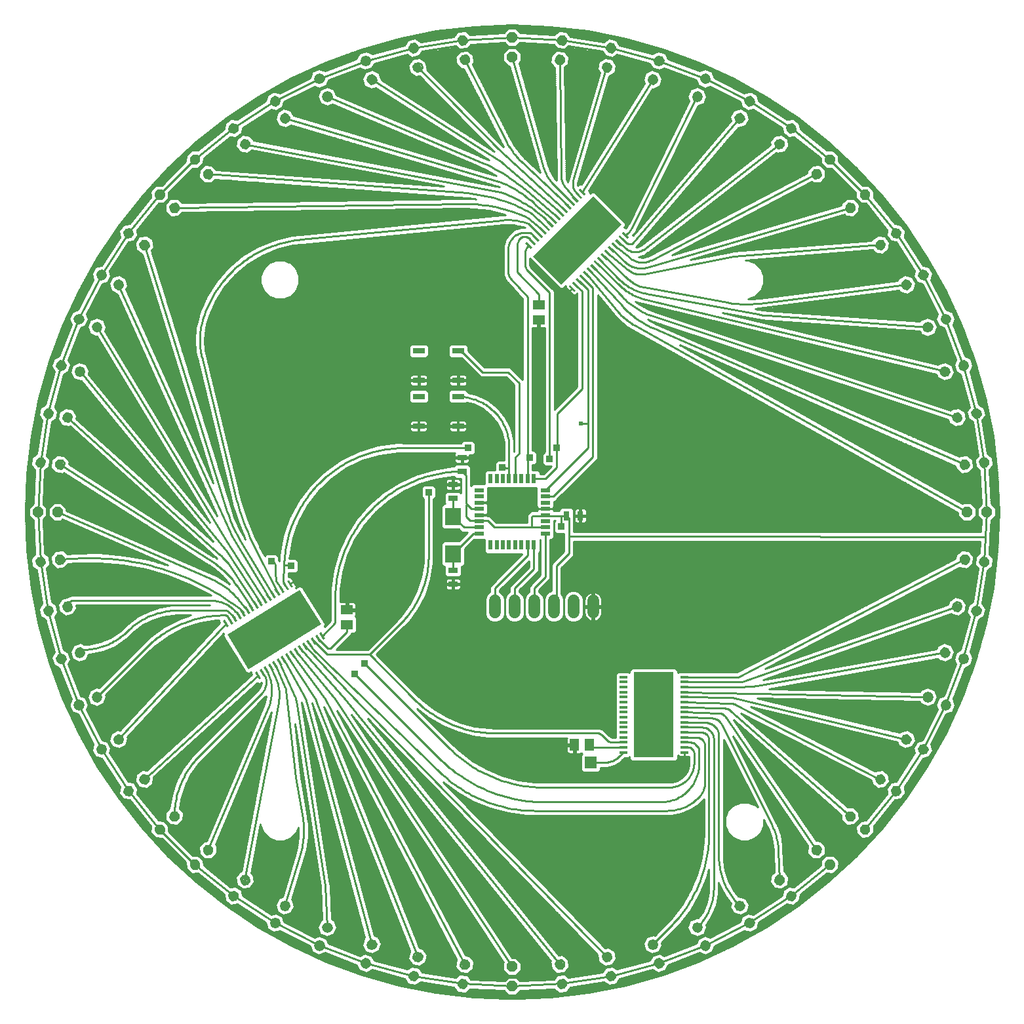
<source format=gtl>
G75*
%MOIN*%
%OFA0B0*%
%FSLAX24Y24*%
%IPPOS*%
%LPD*%
%AMOC8*
5,1,8,0,0,1.08239X$1,22.5*
%
%ADD10R,0.0500X0.0220*%
%ADD11R,0.0220X0.0500*%
%ADD12R,0.0118X0.0394*%
%ADD13R,0.4331X0.2047*%
%ADD14R,0.0800X0.0900*%
%ADD15R,0.0472X0.0315*%
%ADD16R,0.0591X0.0512*%
%ADD17C,0.0600*%
%ADD18R,0.0315X0.0472*%
%ADD19OC8,0.0520*%
%ADD20C,0.0104*%
%ADD21R,0.0600X0.0300*%
%ADD22R,0.0394X0.0118*%
%ADD23R,0.2047X0.4331*%
%ADD24R,0.0512X0.0591*%
%ADD25C,0.0100*%
%ADD26R,0.0600X0.0600*%
%ADD27R,0.0320X0.0320*%
%ADD28R,0.0240X0.0240*%
D10*
X024210Y024298D03*
X024210Y024613D03*
X024210Y024928D03*
X024210Y025243D03*
X024210Y025557D03*
X024210Y025872D03*
X024210Y026187D03*
X024210Y026502D03*
X027590Y026502D03*
X027590Y026187D03*
X027590Y025872D03*
X027590Y025557D03*
X027590Y025243D03*
X027590Y024928D03*
X027590Y024613D03*
X027590Y024298D03*
D11*
X027002Y023710D03*
X026687Y023710D03*
X026372Y023710D03*
X026057Y023710D03*
X025743Y023710D03*
X025428Y023710D03*
X025113Y023710D03*
X024798Y023710D03*
X024798Y027090D03*
X025113Y027090D03*
X025428Y027090D03*
X025743Y027090D03*
X026057Y027090D03*
X026372Y027090D03*
X026687Y027090D03*
X027002Y027090D03*
D12*
G36*
X029136Y036661D02*
X029052Y036577D01*
X028774Y036855D01*
X028858Y036939D01*
X029136Y036661D01*
G37*
G36*
X029317Y036842D02*
X029233Y036758D01*
X028955Y037036D01*
X029039Y037120D01*
X029317Y036842D01*
G37*
G36*
X029498Y037023D02*
X029414Y036939D01*
X029136Y037217D01*
X029220Y037301D01*
X029498Y037023D01*
G37*
G36*
X029679Y037204D02*
X029595Y037120D01*
X029317Y037398D01*
X029401Y037482D01*
X029679Y037204D01*
G37*
G36*
X029860Y037385D02*
X029776Y037301D01*
X029498Y037579D01*
X029582Y037663D01*
X029860Y037385D01*
G37*
G36*
X030041Y037566D02*
X029957Y037482D01*
X029679Y037760D01*
X029763Y037844D01*
X030041Y037566D01*
G37*
G36*
X030222Y037747D02*
X030138Y037663D01*
X029860Y037941D01*
X029944Y038025D01*
X030222Y037747D01*
G37*
G36*
X030403Y037928D02*
X030319Y037844D01*
X030041Y038122D01*
X030125Y038206D01*
X030403Y037928D01*
G37*
G36*
X030584Y038109D02*
X030500Y038025D01*
X030222Y038303D01*
X030306Y038387D01*
X030584Y038109D01*
G37*
G36*
X030765Y038290D02*
X030681Y038206D01*
X030403Y038484D01*
X030487Y038568D01*
X030765Y038290D01*
G37*
G36*
X030946Y038471D02*
X030862Y038387D01*
X030584Y038665D01*
X030668Y038749D01*
X030946Y038471D01*
G37*
G36*
X031127Y038652D02*
X031043Y038568D01*
X030765Y038846D01*
X030849Y038930D01*
X031127Y038652D01*
G37*
G36*
X031308Y038833D02*
X031224Y038749D01*
X030946Y039027D01*
X031030Y039111D01*
X031308Y038833D01*
G37*
G36*
X031489Y039014D02*
X031405Y038930D01*
X031127Y039208D01*
X031211Y039292D01*
X031489Y039014D01*
G37*
G36*
X031670Y039195D02*
X031586Y039111D01*
X031308Y039389D01*
X031392Y039473D01*
X031670Y039195D01*
G37*
G36*
X031851Y039375D02*
X031767Y039291D01*
X031489Y039569D01*
X031573Y039653D01*
X031851Y039375D01*
G37*
G36*
X029290Y041769D02*
X029374Y041853D01*
X029652Y041575D01*
X029568Y041491D01*
X029290Y041769D01*
G37*
G36*
X029109Y041588D02*
X029193Y041672D01*
X029471Y041394D01*
X029387Y041310D01*
X029109Y041588D01*
G37*
G36*
X028928Y041407D02*
X029012Y041491D01*
X029290Y041213D01*
X029206Y041129D01*
X028928Y041407D01*
G37*
G36*
X028747Y041226D02*
X028831Y041310D01*
X029109Y041032D01*
X029025Y040948D01*
X028747Y041226D01*
G37*
G36*
X028566Y041045D02*
X028650Y041129D01*
X028928Y040851D01*
X028844Y040767D01*
X028566Y041045D01*
G37*
G36*
X028385Y040864D02*
X028469Y040948D01*
X028747Y040670D01*
X028663Y040586D01*
X028385Y040864D01*
G37*
G36*
X028204Y040683D02*
X028288Y040767D01*
X028566Y040489D01*
X028482Y040405D01*
X028204Y040683D01*
G37*
G36*
X028023Y040502D02*
X028107Y040586D01*
X028385Y040308D01*
X028301Y040224D01*
X028023Y040502D01*
G37*
G36*
X027842Y040321D02*
X027926Y040405D01*
X028204Y040127D01*
X028120Y040043D01*
X027842Y040321D01*
G37*
G36*
X027661Y040140D02*
X027745Y040224D01*
X028023Y039946D01*
X027939Y039862D01*
X027661Y040140D01*
G37*
G36*
X027480Y039959D02*
X027564Y040043D01*
X027842Y039765D01*
X027758Y039681D01*
X027480Y039959D01*
G37*
G36*
X027299Y039778D02*
X027383Y039862D01*
X027661Y039584D01*
X027577Y039500D01*
X027299Y039778D01*
G37*
G36*
X027118Y039597D02*
X027202Y039681D01*
X027480Y039403D01*
X027396Y039319D01*
X027118Y039597D01*
G37*
G36*
X026937Y039416D02*
X027021Y039500D01*
X027299Y039222D01*
X027215Y039138D01*
X026937Y039416D01*
G37*
G36*
X026756Y039235D02*
X026840Y039319D01*
X027118Y039041D01*
X027034Y038957D01*
X026756Y039235D01*
G37*
G36*
X026575Y039054D02*
X026659Y039138D01*
X026937Y038860D01*
X026853Y038776D01*
X026575Y039054D01*
G37*
G36*
X014461Y021879D02*
X014561Y021941D01*
X014767Y021607D01*
X014667Y021545D01*
X014461Y021879D01*
G37*
G36*
X014243Y021744D02*
X014343Y021806D01*
X014549Y021472D01*
X014449Y021410D01*
X014243Y021744D01*
G37*
G36*
X014025Y021610D02*
X014125Y021672D01*
X014331Y021338D01*
X014231Y021276D01*
X014025Y021610D01*
G37*
G36*
X013808Y021475D02*
X013908Y021537D01*
X014114Y021203D01*
X014014Y021141D01*
X013808Y021475D01*
G37*
G36*
X013590Y021341D02*
X013690Y021403D01*
X013896Y021069D01*
X013796Y021007D01*
X013590Y021341D01*
G37*
G36*
X013372Y021206D02*
X013472Y021268D01*
X013678Y020934D01*
X013578Y020872D01*
X013372Y021206D01*
G37*
G36*
X013154Y021072D02*
X013254Y021134D01*
X013460Y020800D01*
X013360Y020738D01*
X013154Y021072D01*
G37*
G36*
X012937Y020937D02*
X013037Y020999D01*
X013243Y020665D01*
X013143Y020603D01*
X012937Y020937D01*
G37*
G36*
X012719Y020803D02*
X012819Y020865D01*
X013025Y020531D01*
X012925Y020469D01*
X012719Y020803D01*
G37*
G36*
X012501Y020668D02*
X012601Y020730D01*
X012807Y020396D01*
X012707Y020334D01*
X012501Y020668D01*
G37*
G36*
X012284Y020534D02*
X012384Y020596D01*
X012590Y020262D01*
X012490Y020200D01*
X012284Y020534D01*
G37*
G36*
X012066Y020399D02*
X012166Y020461D01*
X012372Y020127D01*
X012272Y020065D01*
X012066Y020399D01*
G37*
G36*
X011848Y020265D02*
X011948Y020327D01*
X012154Y019993D01*
X012054Y019931D01*
X011848Y020265D01*
G37*
G36*
X011630Y020131D02*
X011730Y020193D01*
X011936Y019859D01*
X011836Y019797D01*
X011630Y020131D01*
G37*
G36*
X011413Y019996D02*
X011513Y020058D01*
X011719Y019724D01*
X011619Y019662D01*
X011413Y019996D01*
G37*
G36*
X011195Y019862D02*
X011295Y019924D01*
X011501Y019590D01*
X011401Y019528D01*
X011195Y019862D01*
G37*
G36*
X013135Y016943D02*
X013035Y016881D01*
X012829Y017215D01*
X012929Y017277D01*
X013135Y016943D01*
G37*
G36*
X013353Y017078D02*
X013253Y017016D01*
X013047Y017350D01*
X013147Y017412D01*
X013353Y017078D01*
G37*
G36*
X013571Y017212D02*
X013471Y017150D01*
X013265Y017484D01*
X013365Y017546D01*
X013571Y017212D01*
G37*
G36*
X013788Y017347D02*
X013688Y017285D01*
X013482Y017619D01*
X013582Y017681D01*
X013788Y017347D01*
G37*
G36*
X014006Y017481D02*
X013906Y017419D01*
X013700Y017753D01*
X013800Y017815D01*
X014006Y017481D01*
G37*
G36*
X014224Y017616D02*
X014124Y017554D01*
X013918Y017888D01*
X014018Y017950D01*
X014224Y017616D01*
G37*
G36*
X014442Y017750D02*
X014342Y017688D01*
X014136Y018022D01*
X014236Y018084D01*
X014442Y017750D01*
G37*
G36*
X014659Y017885D02*
X014559Y017823D01*
X014353Y018157D01*
X014453Y018219D01*
X014659Y017885D01*
G37*
G36*
X014877Y018019D02*
X014777Y017957D01*
X014571Y018291D01*
X014671Y018353D01*
X014877Y018019D01*
G37*
G36*
X015095Y018154D02*
X014995Y018092D01*
X014789Y018426D01*
X014889Y018488D01*
X015095Y018154D01*
G37*
G36*
X015313Y018288D02*
X015213Y018226D01*
X015007Y018560D01*
X015107Y018622D01*
X015313Y018288D01*
G37*
G36*
X015530Y018423D02*
X015430Y018361D01*
X015224Y018695D01*
X015324Y018757D01*
X015530Y018423D01*
G37*
G36*
X015748Y018557D02*
X015648Y018495D01*
X015442Y018829D01*
X015542Y018891D01*
X015748Y018557D01*
G37*
G36*
X015966Y018692D02*
X015866Y018630D01*
X015660Y018964D01*
X015760Y019026D01*
X015966Y018692D01*
G37*
G36*
X016183Y018826D02*
X016083Y018764D01*
X015877Y019098D01*
X015977Y019160D01*
X016183Y018826D01*
G37*
G36*
X016401Y018960D02*
X016301Y018898D01*
X016095Y019232D01*
X016195Y019294D01*
X016401Y018960D01*
G37*
D13*
G36*
X011419Y019144D02*
X015102Y021419D01*
X016177Y019678D01*
X012494Y017403D01*
X011419Y019144D01*
G37*
G36*
X031467Y040022D02*
X028406Y036961D01*
X026959Y038408D01*
X030020Y041469D01*
X031467Y040022D01*
G37*
D14*
X022898Y025165D03*
X022898Y023265D03*
D15*
X022902Y022439D03*
X022902Y021731D03*
X022902Y026081D03*
X022902Y026789D03*
X023348Y027461D03*
X023348Y028169D03*
D16*
X027250Y035176D03*
X027250Y035924D03*
X017502Y020422D03*
X017502Y019674D03*
D17*
X025022Y020289D02*
X025022Y020889D01*
X026022Y020889D02*
X026022Y020289D01*
X027022Y020289D02*
X027022Y020889D01*
X028022Y020889D02*
X028022Y020289D01*
X029022Y020289D02*
X029022Y020889D01*
X030022Y020889D02*
X030022Y020289D01*
D18*
X029369Y025202D03*
X028661Y025202D03*
D19*
X049022Y025400D03*
X050022Y025400D03*
X025900Y002278D03*
X025900Y001278D03*
X002778Y025400D03*
X001778Y025400D03*
X025900Y048522D03*
X025900Y049522D03*
D20*
X028366Y049245D02*
X028314Y049193D01*
X028206Y049327D01*
X028224Y049497D01*
X028358Y049605D01*
X028528Y049587D01*
X028636Y049453D01*
X028618Y049283D01*
X028484Y049175D01*
X028314Y049193D01*
X028355Y049267D01*
X028287Y049351D01*
X028298Y049456D01*
X028382Y049524D01*
X028487Y049513D01*
X028555Y049429D01*
X028544Y049324D01*
X028460Y049256D01*
X028355Y049267D01*
X028395Y049341D01*
X028368Y049375D01*
X028372Y049416D01*
X028406Y049443D01*
X028447Y049439D01*
X028474Y049405D01*
X028470Y049364D01*
X028436Y049337D01*
X028395Y049341D01*
X028262Y048250D02*
X028210Y048198D01*
X028102Y048332D01*
X028120Y048502D01*
X028254Y048610D01*
X028424Y048592D01*
X028532Y048458D01*
X028514Y048288D01*
X028380Y048180D01*
X028210Y048198D01*
X028251Y048272D01*
X028183Y048356D01*
X028194Y048461D01*
X028278Y048529D01*
X028383Y048518D01*
X028451Y048434D01*
X028440Y048329D01*
X028356Y048261D01*
X028251Y048272D01*
X028291Y048346D01*
X028264Y048380D01*
X028268Y048421D01*
X028302Y048448D01*
X028343Y048444D01*
X028370Y048410D01*
X028366Y048369D01*
X028332Y048342D01*
X028291Y048346D01*
X030632Y047884D02*
X030580Y047832D01*
X030486Y047977D01*
X030522Y048144D01*
X030667Y048238D01*
X030834Y048202D01*
X030928Y048057D01*
X030892Y047890D01*
X030747Y047796D01*
X030580Y047832D01*
X030629Y047901D01*
X030569Y047993D01*
X030591Y048095D01*
X030683Y048155D01*
X030785Y048133D01*
X030845Y048041D01*
X030823Y047939D01*
X030731Y047879D01*
X030629Y047901D01*
X030676Y047971D01*
X030652Y048008D01*
X030661Y048048D01*
X030698Y048072D01*
X030738Y048063D01*
X030762Y048026D01*
X030753Y047986D01*
X030716Y047962D01*
X030676Y047971D01*
X030840Y048862D02*
X030788Y048810D01*
X030694Y048955D01*
X030730Y049122D01*
X030875Y049216D01*
X031042Y049180D01*
X031136Y049035D01*
X031100Y048868D01*
X030955Y048774D01*
X030788Y048810D01*
X030837Y048879D01*
X030777Y048971D01*
X030799Y049073D01*
X030891Y049133D01*
X030993Y049111D01*
X031053Y049019D01*
X031031Y048917D01*
X030939Y048857D01*
X030837Y048879D01*
X030884Y048949D01*
X030860Y048986D01*
X030869Y049026D01*
X030906Y049050D01*
X030946Y049041D01*
X030970Y049004D01*
X030961Y048964D01*
X030924Y048940D01*
X030884Y048949D01*
X032951Y047271D02*
X032899Y047219D01*
X032821Y047373D01*
X032874Y047536D01*
X033028Y047614D01*
X033191Y047561D01*
X033269Y047407D01*
X033216Y047244D01*
X033062Y047166D01*
X032899Y047219D01*
X032955Y047283D01*
X032905Y047380D01*
X032938Y047480D01*
X033035Y047530D01*
X033135Y047497D01*
X033185Y047400D01*
X033152Y047300D01*
X033055Y047250D01*
X032955Y047283D01*
X033009Y047348D01*
X032990Y047387D01*
X033003Y047426D01*
X033042Y047445D01*
X033081Y047432D01*
X033100Y047393D01*
X033087Y047354D01*
X033048Y047335D01*
X033009Y047348D01*
X033260Y048222D02*
X033208Y048170D01*
X033130Y048324D01*
X033183Y048487D01*
X033337Y048565D01*
X033500Y048512D01*
X033578Y048358D01*
X033525Y048195D01*
X033371Y048117D01*
X033208Y048170D01*
X033264Y048234D01*
X033214Y048331D01*
X033247Y048431D01*
X033344Y048481D01*
X033444Y048448D01*
X033494Y048351D01*
X033461Y048251D01*
X033364Y048201D01*
X033264Y048234D01*
X033318Y048299D01*
X033299Y048338D01*
X033312Y048377D01*
X033351Y048396D01*
X033390Y048383D01*
X033409Y048344D01*
X033396Y048305D01*
X033357Y048286D01*
X033318Y048299D01*
X035194Y046420D02*
X035142Y046368D01*
X035081Y046529D01*
X035150Y046686D01*
X035311Y046747D01*
X035468Y046678D01*
X035529Y046517D01*
X035460Y046360D01*
X035299Y046299D01*
X035142Y046368D01*
X035204Y046426D01*
X035165Y046527D01*
X035208Y046624D01*
X035309Y046663D01*
X035406Y046620D01*
X035445Y046519D01*
X035402Y046422D01*
X035301Y046383D01*
X035204Y046426D01*
X035265Y046485D01*
X035249Y046524D01*
X035267Y046563D01*
X035306Y046579D01*
X035345Y046561D01*
X035361Y046522D01*
X035343Y046483D01*
X035304Y046467D01*
X035265Y046485D01*
X035600Y047334D02*
X035548Y047282D01*
X035487Y047443D01*
X035556Y047600D01*
X035717Y047661D01*
X035874Y047592D01*
X035935Y047431D01*
X035866Y047274D01*
X035705Y047213D01*
X035548Y047282D01*
X035610Y047340D01*
X035571Y047441D01*
X035614Y047538D01*
X035715Y047577D01*
X035812Y047534D01*
X035851Y047433D01*
X035808Y047336D01*
X035707Y047297D01*
X035610Y047340D01*
X035671Y047399D01*
X035655Y047438D01*
X035673Y047477D01*
X035712Y047493D01*
X035751Y047475D01*
X035767Y047436D01*
X035749Y047397D01*
X035710Y047381D01*
X035671Y047399D01*
X037835Y046205D02*
X037783Y046153D01*
X037738Y046319D01*
X037824Y046468D01*
X037990Y046513D01*
X038139Y046427D01*
X038184Y046261D01*
X038098Y046112D01*
X037932Y046067D01*
X037783Y046153D01*
X037851Y046204D01*
X037822Y046309D01*
X037875Y046400D01*
X037980Y046429D01*
X038071Y046376D01*
X038100Y046271D01*
X038047Y046180D01*
X037942Y046151D01*
X037851Y046204D01*
X037917Y046256D01*
X037906Y046297D01*
X037927Y046334D01*
X037968Y046345D01*
X038005Y046324D01*
X038016Y046283D01*
X037995Y046246D01*
X037954Y046235D01*
X037917Y046256D01*
X037335Y045339D02*
X037283Y045287D01*
X037238Y045453D01*
X037324Y045602D01*
X037490Y045647D01*
X037639Y045561D01*
X037684Y045395D01*
X037598Y045246D01*
X037432Y045201D01*
X037283Y045287D01*
X037351Y045338D01*
X037322Y045443D01*
X037375Y045534D01*
X037480Y045563D01*
X037571Y045510D01*
X037600Y045405D01*
X037547Y045314D01*
X037442Y045285D01*
X037351Y045338D01*
X037417Y045390D01*
X037406Y045431D01*
X037427Y045468D01*
X037468Y045479D01*
X037505Y045458D01*
X037516Y045417D01*
X037495Y045380D01*
X037454Y045369D01*
X037417Y045390D01*
X039352Y044041D02*
X039300Y043989D01*
X039273Y044158D01*
X039374Y044297D01*
X039543Y044324D01*
X039682Y044223D01*
X039709Y044054D01*
X039608Y043915D01*
X039439Y043888D01*
X039300Y043989D01*
X039372Y044032D01*
X039355Y044139D01*
X039417Y044225D01*
X039524Y044242D01*
X039610Y044180D01*
X039627Y044073D01*
X039565Y043987D01*
X039458Y043970D01*
X039372Y044032D01*
X039444Y044077D01*
X039437Y044119D01*
X039462Y044153D01*
X039504Y044160D01*
X039538Y044135D01*
X039545Y044093D01*
X039520Y044059D01*
X039478Y044052D01*
X039444Y044077D01*
X039940Y044850D02*
X039888Y044798D01*
X039861Y044967D01*
X039962Y045106D01*
X040131Y045133D01*
X040270Y045032D01*
X040297Y044863D01*
X040196Y044724D01*
X040027Y044697D01*
X039888Y044798D01*
X039960Y044841D01*
X039943Y044948D01*
X040005Y045034D01*
X040112Y045051D01*
X040198Y044989D01*
X040215Y044882D01*
X040153Y044796D01*
X040046Y044779D01*
X039960Y044841D01*
X040032Y044886D01*
X040025Y044928D01*
X040050Y044962D01*
X040092Y044969D01*
X040126Y044944D01*
X040133Y044902D01*
X040108Y044868D01*
X040066Y044861D01*
X040032Y044886D01*
X041890Y043281D02*
X041838Y043229D01*
X041829Y043401D01*
X041944Y043529D01*
X042116Y043538D01*
X042244Y043423D01*
X042253Y043251D01*
X042138Y043123D01*
X041966Y043114D01*
X041838Y043229D01*
X041915Y043265D01*
X041909Y043373D01*
X041980Y043452D01*
X042088Y043458D01*
X042167Y043387D01*
X042173Y043279D01*
X042102Y043200D01*
X041994Y043194D01*
X041915Y043265D01*
X041991Y043302D01*
X041989Y043345D01*
X042017Y043376D01*
X042060Y043378D01*
X042091Y043350D01*
X042093Y043307D01*
X042065Y043276D01*
X042022Y043274D01*
X041991Y043302D01*
X041221Y042538D02*
X041169Y042486D01*
X041160Y042658D01*
X041275Y042786D01*
X041447Y042795D01*
X041575Y042680D01*
X041584Y042508D01*
X041469Y042380D01*
X041297Y042371D01*
X041169Y042486D01*
X041246Y042522D01*
X041240Y042630D01*
X041311Y042709D01*
X041419Y042715D01*
X041498Y042644D01*
X041504Y042536D01*
X041433Y042457D01*
X041325Y042451D01*
X041246Y042522D01*
X041322Y042559D01*
X041320Y042602D01*
X041348Y042633D01*
X041391Y042635D01*
X041422Y042607D01*
X041424Y042564D01*
X041396Y042533D01*
X041353Y042531D01*
X041322Y042559D01*
X042923Y040849D02*
X042871Y040797D01*
X042880Y040969D01*
X043008Y041084D01*
X043180Y041075D01*
X043295Y040947D01*
X043286Y040775D01*
X043158Y040660D01*
X042986Y040669D01*
X042871Y040797D01*
X042951Y040825D01*
X042957Y040933D01*
X043036Y041004D01*
X043144Y040998D01*
X043215Y040919D01*
X043209Y040811D01*
X043130Y040740D01*
X043022Y040746D01*
X042951Y040825D01*
X043031Y040853D01*
X043033Y040896D01*
X043064Y040924D01*
X043107Y040922D01*
X043135Y040891D01*
X043133Y040848D01*
X043102Y040820D01*
X043059Y040822D01*
X043031Y040853D01*
X043666Y041518D02*
X043614Y041466D01*
X043623Y041638D01*
X043751Y041753D01*
X043923Y041744D01*
X044038Y041616D01*
X044029Y041444D01*
X043901Y041329D01*
X043729Y041338D01*
X043614Y041466D01*
X043694Y041494D01*
X043700Y041602D01*
X043779Y041673D01*
X043887Y041667D01*
X043958Y041588D01*
X043952Y041480D01*
X043873Y041409D01*
X043765Y041415D01*
X043694Y041494D01*
X043774Y041522D01*
X043776Y041565D01*
X043807Y041593D01*
X043850Y041591D01*
X043878Y041560D01*
X043876Y041517D01*
X043845Y041489D01*
X043802Y041491D01*
X043774Y041522D01*
X045249Y039579D02*
X045197Y039527D01*
X045224Y039696D01*
X045363Y039797D01*
X045532Y039770D01*
X045633Y039631D01*
X045606Y039462D01*
X045467Y039361D01*
X045298Y039388D01*
X045197Y039527D01*
X045279Y039546D01*
X045296Y039653D01*
X045382Y039715D01*
X045489Y039698D01*
X045551Y039612D01*
X045534Y039505D01*
X045448Y039443D01*
X045341Y039460D01*
X045279Y039546D01*
X045361Y039566D01*
X045368Y039608D01*
X045402Y039633D01*
X045444Y039626D01*
X045469Y039592D01*
X045462Y039550D01*
X045428Y039525D01*
X045386Y039532D01*
X045361Y039566D01*
X044440Y038991D02*
X044388Y038939D01*
X044415Y039108D01*
X044554Y039209D01*
X044723Y039182D01*
X044824Y039043D01*
X044797Y038874D01*
X044658Y038773D01*
X044489Y038800D01*
X044388Y038939D01*
X044470Y038958D01*
X044487Y039065D01*
X044573Y039127D01*
X044680Y039110D01*
X044742Y039024D01*
X044725Y038917D01*
X044639Y038855D01*
X044532Y038872D01*
X044470Y038958D01*
X044552Y038978D01*
X044559Y039020D01*
X044593Y039045D01*
X044635Y039038D01*
X044660Y039004D01*
X044653Y038962D01*
X044619Y038937D01*
X044577Y038944D01*
X044552Y038978D01*
X045753Y036984D02*
X045701Y036932D01*
X045746Y037098D01*
X045895Y037184D01*
X046061Y037139D01*
X046147Y036990D01*
X046102Y036824D01*
X045953Y036738D01*
X045787Y036783D01*
X045701Y036932D01*
X045785Y036942D01*
X045814Y037047D01*
X045905Y037100D01*
X046010Y037071D01*
X046063Y036980D01*
X046034Y036875D01*
X045943Y036822D01*
X045838Y036851D01*
X045785Y036942D01*
X045869Y036954D01*
X045880Y036995D01*
X045917Y037016D01*
X045958Y037005D01*
X045979Y036968D01*
X045968Y036927D01*
X045931Y036906D01*
X045890Y036917D01*
X045869Y036954D01*
X046619Y037484D02*
X046567Y037432D01*
X046612Y037598D01*
X046761Y037684D01*
X046927Y037639D01*
X047013Y037490D01*
X046968Y037324D01*
X046819Y037238D01*
X046653Y037283D01*
X046567Y037432D01*
X046651Y037442D01*
X046680Y037547D01*
X046771Y037600D01*
X046876Y037571D01*
X046929Y037480D01*
X046900Y037375D01*
X046809Y037322D01*
X046704Y037351D01*
X046651Y037442D01*
X046735Y037454D01*
X046746Y037495D01*
X046783Y037516D01*
X046824Y037505D01*
X046845Y037468D01*
X046834Y037427D01*
X046797Y037406D01*
X046756Y037417D01*
X046735Y037454D01*
X047765Y035257D02*
X047713Y035205D01*
X047774Y035366D01*
X047931Y035435D01*
X048092Y035374D01*
X048161Y035217D01*
X048100Y035056D01*
X047943Y034987D01*
X047782Y035048D01*
X047713Y035205D01*
X047797Y035207D01*
X047836Y035308D01*
X047933Y035351D01*
X048034Y035312D01*
X048077Y035215D01*
X048038Y035114D01*
X047941Y035071D01*
X047840Y035110D01*
X047797Y035207D01*
X047881Y035210D01*
X047897Y035249D01*
X047936Y035267D01*
X047975Y035251D01*
X047993Y035212D01*
X047977Y035173D01*
X047938Y035155D01*
X047899Y035171D01*
X047881Y035210D01*
X046851Y034851D02*
X046799Y034799D01*
X046860Y034960D01*
X047017Y035029D01*
X047178Y034968D01*
X047247Y034811D01*
X047186Y034650D01*
X047029Y034581D01*
X046868Y034642D01*
X046799Y034799D01*
X046883Y034801D01*
X046922Y034902D01*
X047019Y034945D01*
X047120Y034906D01*
X047163Y034809D01*
X047124Y034708D01*
X047027Y034665D01*
X046926Y034704D01*
X046883Y034801D01*
X046967Y034804D01*
X046983Y034843D01*
X047022Y034861D01*
X047061Y034845D01*
X047079Y034806D01*
X047063Y034767D01*
X047024Y034749D01*
X046985Y034765D01*
X046967Y034804D01*
X047718Y032510D02*
X047666Y032562D01*
X047744Y032716D01*
X047907Y032769D01*
X048061Y032691D01*
X048114Y032528D01*
X048036Y032374D01*
X047873Y032321D01*
X047719Y032399D01*
X047666Y032562D01*
X047750Y032555D01*
X047800Y032652D01*
X047900Y032685D01*
X047997Y032635D01*
X048030Y032535D01*
X047980Y032438D01*
X047880Y032405D01*
X047783Y032455D01*
X047750Y032555D01*
X047835Y032548D01*
X047854Y032587D01*
X047893Y032600D01*
X047932Y032581D01*
X047945Y032542D01*
X047926Y032503D01*
X047887Y032490D01*
X047848Y032509D01*
X047835Y032548D01*
X048669Y032819D02*
X048617Y032871D01*
X048695Y033025D01*
X048858Y033078D01*
X049012Y033000D01*
X049065Y032837D01*
X048987Y032683D01*
X048824Y032630D01*
X048670Y032708D01*
X048617Y032871D01*
X048701Y032864D01*
X048751Y032961D01*
X048851Y032994D01*
X048948Y032944D01*
X048981Y032844D01*
X048931Y032747D01*
X048831Y032714D01*
X048734Y032764D01*
X048701Y032864D01*
X048786Y032857D01*
X048805Y032896D01*
X048844Y032909D01*
X048883Y032890D01*
X048896Y032851D01*
X048877Y032812D01*
X048838Y032799D01*
X048799Y032818D01*
X048786Y032857D01*
X049326Y030403D02*
X049274Y030455D01*
X049368Y030600D01*
X049535Y030636D01*
X049680Y030542D01*
X049716Y030375D01*
X049622Y030230D01*
X049455Y030194D01*
X049310Y030288D01*
X049274Y030455D01*
X049357Y030439D01*
X049417Y030531D01*
X049519Y030553D01*
X049611Y030493D01*
X049633Y030391D01*
X049573Y030299D01*
X049471Y030277D01*
X049379Y030337D01*
X049357Y030439D01*
X049440Y030424D01*
X049464Y030461D01*
X049504Y030470D01*
X049541Y030446D01*
X049550Y030406D01*
X049526Y030369D01*
X049486Y030360D01*
X049449Y030384D01*
X049440Y030424D01*
X048348Y030195D02*
X048296Y030247D01*
X048390Y030392D01*
X048557Y030428D01*
X048702Y030334D01*
X048738Y030167D01*
X048644Y030022D01*
X048477Y029986D01*
X048332Y030080D01*
X048296Y030247D01*
X048379Y030231D01*
X048439Y030323D01*
X048541Y030345D01*
X048633Y030285D01*
X048655Y030183D01*
X048595Y030091D01*
X048493Y030069D01*
X048401Y030129D01*
X048379Y030231D01*
X048462Y030216D01*
X048486Y030253D01*
X048526Y030262D01*
X048563Y030238D01*
X048572Y030198D01*
X048548Y030161D01*
X048508Y030152D01*
X048471Y030176D01*
X048462Y030216D01*
X049727Y027932D02*
X049675Y027984D01*
X049783Y028118D01*
X049953Y028136D01*
X050087Y028028D01*
X050105Y027858D01*
X049997Y027724D01*
X049827Y027706D01*
X049693Y027814D01*
X049675Y027984D01*
X049756Y027960D01*
X049824Y028044D01*
X049929Y028055D01*
X050013Y027987D01*
X050024Y027882D01*
X049956Y027798D01*
X049851Y027787D01*
X049767Y027855D01*
X049756Y027960D01*
X049837Y027936D01*
X049864Y027970D01*
X049905Y027974D01*
X049939Y027947D01*
X049943Y027906D01*
X049916Y027872D01*
X049875Y027868D01*
X049841Y027895D01*
X049837Y027936D01*
X048732Y027828D02*
X048680Y027880D01*
X048788Y028014D01*
X048958Y028032D01*
X049092Y027924D01*
X049110Y027754D01*
X049002Y027620D01*
X048832Y027602D01*
X048698Y027710D01*
X048680Y027880D01*
X048761Y027856D01*
X048829Y027940D01*
X048934Y027951D01*
X049018Y027883D01*
X049029Y027778D01*
X048961Y027694D01*
X048856Y027683D01*
X048772Y027751D01*
X048761Y027856D01*
X048842Y027832D01*
X048869Y027866D01*
X048910Y027870D01*
X048944Y027843D01*
X048948Y027802D01*
X048921Y027768D01*
X048880Y027764D01*
X048846Y027791D01*
X048842Y027832D01*
X048750Y023038D02*
X048698Y023090D01*
X048832Y023198D01*
X049002Y023180D01*
X049110Y023046D01*
X049092Y022876D01*
X048958Y022768D01*
X048788Y022786D01*
X048680Y022920D01*
X048698Y023090D01*
X048772Y023049D01*
X048856Y023117D01*
X048961Y023106D01*
X049029Y023022D01*
X049018Y022917D01*
X048934Y022849D01*
X048829Y022860D01*
X048761Y022944D01*
X048772Y023049D01*
X048846Y023009D01*
X048880Y023036D01*
X048921Y023032D01*
X048948Y022998D01*
X048944Y022957D01*
X048910Y022930D01*
X048869Y022934D01*
X048842Y022968D01*
X048846Y023009D01*
X049745Y022934D02*
X049693Y022986D01*
X049827Y023094D01*
X049997Y023076D01*
X050105Y022942D01*
X050087Y022772D01*
X049953Y022664D01*
X049783Y022682D01*
X049675Y022816D01*
X049693Y022986D01*
X049767Y022945D01*
X049851Y023013D01*
X049956Y023002D01*
X050024Y022918D01*
X050013Y022813D01*
X049929Y022745D01*
X049824Y022756D01*
X049756Y022840D01*
X049767Y022945D01*
X049841Y022905D01*
X049875Y022932D01*
X049916Y022928D01*
X049943Y022894D01*
X049939Y022853D01*
X049905Y022826D01*
X049864Y022830D01*
X049837Y022864D01*
X049841Y022905D01*
X049362Y020460D02*
X049310Y020512D01*
X049455Y020606D01*
X049622Y020570D01*
X049716Y020425D01*
X049680Y020258D01*
X049535Y020164D01*
X049368Y020200D01*
X049274Y020345D01*
X049310Y020512D01*
X049379Y020463D01*
X049471Y020523D01*
X049573Y020501D01*
X049633Y020409D01*
X049611Y020307D01*
X049519Y020247D01*
X049417Y020269D01*
X049357Y020361D01*
X049379Y020463D01*
X049449Y020416D01*
X049486Y020440D01*
X049526Y020431D01*
X049550Y020394D01*
X049541Y020354D01*
X049504Y020330D01*
X049464Y020339D01*
X049440Y020376D01*
X049449Y020416D01*
X048384Y020668D02*
X048332Y020720D01*
X048477Y020814D01*
X048644Y020778D01*
X048738Y020633D01*
X048702Y020466D01*
X048557Y020372D01*
X048390Y020408D01*
X048296Y020553D01*
X048332Y020720D01*
X048401Y020671D01*
X048493Y020731D01*
X048595Y020709D01*
X048655Y020617D01*
X048633Y020515D01*
X048541Y020455D01*
X048439Y020477D01*
X048379Y020569D01*
X048401Y020671D01*
X048471Y020624D01*
X048508Y020648D01*
X048548Y020639D01*
X048572Y020602D01*
X048563Y020562D01*
X048526Y020538D01*
X048486Y020547D01*
X048462Y020584D01*
X048471Y020624D01*
X047771Y018349D02*
X047719Y018401D01*
X047873Y018479D01*
X048036Y018426D01*
X048114Y018272D01*
X048061Y018109D01*
X047907Y018031D01*
X047744Y018084D01*
X047666Y018238D01*
X047719Y018401D01*
X047783Y018345D01*
X047880Y018395D01*
X047980Y018362D01*
X048030Y018265D01*
X047997Y018165D01*
X047900Y018115D01*
X047800Y018148D01*
X047750Y018245D01*
X047783Y018345D01*
X047848Y018291D01*
X047887Y018310D01*
X047926Y018297D01*
X047945Y018258D01*
X047932Y018219D01*
X047893Y018200D01*
X047854Y018213D01*
X047835Y018252D01*
X047848Y018291D01*
X048722Y018040D02*
X048670Y018092D01*
X048824Y018170D01*
X048987Y018117D01*
X049065Y017963D01*
X049012Y017800D01*
X048858Y017722D01*
X048695Y017775D01*
X048617Y017929D01*
X048670Y018092D01*
X048734Y018036D01*
X048831Y018086D01*
X048931Y018053D01*
X048981Y017956D01*
X048948Y017856D01*
X048851Y017806D01*
X048751Y017839D01*
X048701Y017936D01*
X048734Y018036D01*
X048799Y017982D01*
X048838Y018001D01*
X048877Y017988D01*
X048896Y017949D01*
X048883Y017910D01*
X048844Y017891D01*
X048805Y017904D01*
X048786Y017943D01*
X048799Y017982D01*
X047834Y015700D02*
X047782Y015752D01*
X047943Y015813D01*
X048100Y015744D01*
X048161Y015583D01*
X048092Y015426D01*
X047931Y015365D01*
X047774Y015434D01*
X047713Y015595D01*
X047782Y015752D01*
X047840Y015690D01*
X047941Y015729D01*
X048038Y015686D01*
X048077Y015585D01*
X048034Y015488D01*
X047933Y015449D01*
X047836Y015492D01*
X047797Y015593D01*
X047840Y015690D01*
X047899Y015629D01*
X047938Y015645D01*
X047977Y015627D01*
X047993Y015588D01*
X047975Y015549D01*
X047936Y015533D01*
X047897Y015551D01*
X047881Y015590D01*
X047899Y015629D01*
X046920Y016106D02*
X046868Y016158D01*
X047029Y016219D01*
X047186Y016150D01*
X047247Y015989D01*
X047178Y015832D01*
X047017Y015771D01*
X046860Y015840D01*
X046799Y016001D01*
X046868Y016158D01*
X046926Y016096D01*
X047027Y016135D01*
X047124Y016092D01*
X047163Y015991D01*
X047120Y015894D01*
X047019Y015855D01*
X046922Y015898D01*
X046883Y015999D01*
X046926Y016096D01*
X046985Y016035D01*
X047024Y016051D01*
X047063Y016033D01*
X047079Y015994D01*
X047061Y015955D01*
X047022Y015939D01*
X046983Y015957D01*
X046967Y015996D01*
X046985Y016035D01*
X045839Y013965D02*
X045787Y014017D01*
X045953Y014062D01*
X046102Y013976D01*
X046147Y013810D01*
X046061Y013661D01*
X045895Y013616D01*
X045746Y013702D01*
X045701Y013868D01*
X045787Y014017D01*
X045838Y013949D01*
X045943Y013978D01*
X046034Y013925D01*
X046063Y013820D01*
X046010Y013729D01*
X045905Y013700D01*
X045814Y013753D01*
X045785Y013858D01*
X045838Y013949D01*
X045890Y013883D01*
X045931Y013894D01*
X045968Y013873D01*
X045979Y013832D01*
X045958Y013795D01*
X045917Y013784D01*
X045880Y013805D01*
X045869Y013846D01*
X045890Y013883D01*
X046705Y013465D02*
X046653Y013517D01*
X046819Y013562D01*
X046968Y013476D01*
X047013Y013310D01*
X046927Y013161D01*
X046761Y013116D01*
X046612Y013202D01*
X046567Y013368D01*
X046653Y013517D01*
X046704Y013449D01*
X046809Y013478D01*
X046900Y013425D01*
X046929Y013320D01*
X046876Y013229D01*
X046771Y013200D01*
X046680Y013253D01*
X046651Y013358D01*
X046704Y013449D01*
X046756Y013383D01*
X046797Y013394D01*
X046834Y013373D01*
X046845Y013332D01*
X046824Y013295D01*
X046783Y013284D01*
X046746Y013305D01*
X046735Y013346D01*
X046756Y013383D01*
X045350Y011360D02*
X045298Y011412D01*
X045467Y011439D01*
X045606Y011338D01*
X045633Y011169D01*
X045532Y011030D01*
X045363Y011003D01*
X045224Y011104D01*
X045197Y011273D01*
X045298Y011412D01*
X045341Y011340D01*
X045448Y011357D01*
X045534Y011295D01*
X045551Y011188D01*
X045489Y011102D01*
X045382Y011085D01*
X045296Y011147D01*
X045279Y011254D01*
X045341Y011340D01*
X045386Y011268D01*
X045428Y011275D01*
X045462Y011250D01*
X045469Y011208D01*
X045444Y011174D01*
X045402Y011167D01*
X045368Y011192D01*
X045361Y011234D01*
X045386Y011268D01*
X044541Y011948D02*
X044489Y012000D01*
X044658Y012027D01*
X044797Y011926D01*
X044824Y011757D01*
X044723Y011618D01*
X044554Y011591D01*
X044415Y011692D01*
X044388Y011861D01*
X044489Y012000D01*
X044532Y011928D01*
X044639Y011945D01*
X044725Y011883D01*
X044742Y011776D01*
X044680Y011690D01*
X044573Y011673D01*
X044487Y011735D01*
X044470Y011842D01*
X044532Y011928D01*
X044577Y011856D01*
X044619Y011863D01*
X044653Y011838D01*
X044660Y011796D01*
X044635Y011762D01*
X044593Y011755D01*
X044559Y011780D01*
X044552Y011822D01*
X044577Y011856D01*
X043038Y010079D02*
X042986Y010131D01*
X043158Y010140D01*
X043286Y010025D01*
X043295Y009853D01*
X043180Y009725D01*
X043008Y009716D01*
X042880Y009831D01*
X042871Y010003D01*
X042986Y010131D01*
X043022Y010054D01*
X043130Y010060D01*
X043209Y009989D01*
X043215Y009881D01*
X043144Y009802D01*
X043036Y009796D01*
X042957Y009867D01*
X042951Y009975D01*
X043022Y010054D01*
X043059Y009978D01*
X043102Y009980D01*
X043133Y009952D01*
X043135Y009909D01*
X043107Y009878D01*
X043064Y009876D01*
X043033Y009904D01*
X043031Y009947D01*
X043059Y009978D01*
X043781Y009410D02*
X043729Y009462D01*
X043901Y009471D01*
X044029Y009356D01*
X044038Y009184D01*
X043923Y009056D01*
X043751Y009047D01*
X043623Y009162D01*
X043614Y009334D01*
X043729Y009462D01*
X043765Y009385D01*
X043873Y009391D01*
X043952Y009320D01*
X043958Y009212D01*
X043887Y009133D01*
X043779Y009127D01*
X043700Y009198D01*
X043694Y009306D01*
X043765Y009385D01*
X043802Y009309D01*
X043845Y009311D01*
X043876Y009283D01*
X043878Y009240D01*
X043850Y009209D01*
X043807Y009207D01*
X043776Y009235D01*
X043774Y009278D01*
X043802Y009309D01*
X042018Y007634D02*
X041966Y007686D01*
X042138Y007677D01*
X042253Y007549D01*
X042244Y007377D01*
X042116Y007262D01*
X041944Y007271D01*
X041829Y007399D01*
X041838Y007571D01*
X041966Y007686D01*
X041994Y007606D01*
X042102Y007600D01*
X042173Y007521D01*
X042167Y007413D01*
X042088Y007342D01*
X041980Y007348D01*
X041909Y007427D01*
X041915Y007535D01*
X041994Y007606D01*
X042022Y007526D01*
X042065Y007524D01*
X042093Y007493D01*
X042091Y007450D01*
X042060Y007422D01*
X042017Y007424D01*
X041989Y007455D01*
X041991Y007498D01*
X042022Y007526D01*
X041349Y008377D02*
X041297Y008429D01*
X041469Y008420D01*
X041584Y008292D01*
X041575Y008120D01*
X041447Y008005D01*
X041275Y008014D01*
X041160Y008142D01*
X041169Y008314D01*
X041297Y008429D01*
X041325Y008349D01*
X041433Y008343D01*
X041504Y008264D01*
X041498Y008156D01*
X041419Y008085D01*
X041311Y008091D01*
X041240Y008170D01*
X041246Y008278D01*
X041325Y008349D01*
X041353Y008269D01*
X041396Y008267D01*
X041424Y008236D01*
X041422Y008193D01*
X041391Y008165D01*
X041348Y008167D01*
X041320Y008198D01*
X041322Y008241D01*
X041353Y008269D01*
X039491Y006860D02*
X039439Y006912D01*
X039608Y006885D01*
X039709Y006746D01*
X039682Y006577D01*
X039543Y006476D01*
X039374Y006503D01*
X039273Y006642D01*
X039300Y006811D01*
X039439Y006912D01*
X039458Y006830D01*
X039565Y006813D01*
X039627Y006727D01*
X039610Y006620D01*
X039524Y006558D01*
X039417Y006575D01*
X039355Y006661D01*
X039372Y006768D01*
X039458Y006830D01*
X039478Y006748D01*
X039520Y006741D01*
X039545Y006707D01*
X039538Y006665D01*
X039504Y006640D01*
X039462Y006647D01*
X039437Y006681D01*
X039444Y006723D01*
X039478Y006748D01*
X040079Y006051D02*
X040027Y006103D01*
X040196Y006076D01*
X040297Y005937D01*
X040270Y005768D01*
X040131Y005667D01*
X039962Y005694D01*
X039861Y005833D01*
X039888Y006002D01*
X040027Y006103D01*
X040046Y006021D01*
X040153Y006004D01*
X040215Y005918D01*
X040198Y005811D01*
X040112Y005749D01*
X040005Y005766D01*
X039943Y005852D01*
X039960Y005959D01*
X040046Y006021D01*
X040066Y005939D01*
X040108Y005932D01*
X040133Y005898D01*
X040126Y005856D01*
X040092Y005831D01*
X040050Y005838D01*
X040025Y005872D01*
X040032Y005914D01*
X040066Y005939D01*
X037984Y004681D02*
X037932Y004733D01*
X038098Y004688D01*
X038184Y004539D01*
X038139Y004373D01*
X037990Y004287D01*
X037824Y004332D01*
X037738Y004481D01*
X037783Y004647D01*
X037932Y004733D01*
X037942Y004649D01*
X038047Y004620D01*
X038100Y004529D01*
X038071Y004424D01*
X037980Y004371D01*
X037875Y004400D01*
X037822Y004491D01*
X037851Y004596D01*
X037942Y004649D01*
X037954Y004565D01*
X037995Y004554D01*
X038016Y004517D01*
X038005Y004476D01*
X037968Y004455D01*
X037927Y004466D01*
X037906Y004503D01*
X037917Y004544D01*
X037954Y004565D01*
X037484Y005547D02*
X037432Y005599D01*
X037598Y005554D01*
X037684Y005405D01*
X037639Y005239D01*
X037490Y005153D01*
X037324Y005198D01*
X037238Y005347D01*
X037283Y005513D01*
X037432Y005599D01*
X037442Y005515D01*
X037547Y005486D01*
X037600Y005395D01*
X037571Y005290D01*
X037480Y005237D01*
X037375Y005266D01*
X037322Y005357D01*
X037351Y005462D01*
X037442Y005515D01*
X037454Y005431D01*
X037495Y005420D01*
X037516Y005383D01*
X037505Y005342D01*
X037468Y005321D01*
X037427Y005332D01*
X037406Y005369D01*
X037417Y005410D01*
X037454Y005431D01*
X035757Y003535D02*
X035705Y003587D01*
X035866Y003526D01*
X035935Y003369D01*
X035874Y003208D01*
X035717Y003139D01*
X035556Y003200D01*
X035487Y003357D01*
X035548Y003518D01*
X035705Y003587D01*
X035707Y003503D01*
X035808Y003464D01*
X035851Y003367D01*
X035812Y003266D01*
X035715Y003223D01*
X035614Y003262D01*
X035571Y003359D01*
X035610Y003460D01*
X035707Y003503D01*
X035710Y003419D01*
X035749Y003403D01*
X035767Y003364D01*
X035751Y003325D01*
X035712Y003307D01*
X035673Y003323D01*
X035655Y003362D01*
X035671Y003401D01*
X035710Y003419D01*
X035351Y004449D02*
X035299Y004501D01*
X035460Y004440D01*
X035529Y004283D01*
X035468Y004122D01*
X035311Y004053D01*
X035150Y004114D01*
X035081Y004271D01*
X035142Y004432D01*
X035299Y004501D01*
X035301Y004417D01*
X035402Y004378D01*
X035445Y004281D01*
X035406Y004180D01*
X035309Y004137D01*
X035208Y004176D01*
X035165Y004273D01*
X035204Y004374D01*
X035301Y004417D01*
X035304Y004333D01*
X035343Y004317D01*
X035361Y004278D01*
X035345Y004239D01*
X035306Y004221D01*
X035267Y004237D01*
X035249Y004276D01*
X035265Y004315D01*
X035304Y004333D01*
X033010Y003582D02*
X033062Y003634D01*
X033216Y003556D01*
X033269Y003393D01*
X033191Y003239D01*
X033028Y003186D01*
X032874Y003264D01*
X032821Y003427D01*
X032899Y003581D01*
X033062Y003634D01*
X033055Y003550D01*
X033152Y003500D01*
X033185Y003400D01*
X033135Y003303D01*
X033035Y003270D01*
X032938Y003320D01*
X032905Y003420D01*
X032955Y003517D01*
X033055Y003550D01*
X033048Y003465D01*
X033087Y003446D01*
X033100Y003407D01*
X033081Y003368D01*
X033042Y003355D01*
X033003Y003374D01*
X032990Y003413D01*
X033009Y003452D01*
X033048Y003465D01*
X033319Y002631D02*
X033371Y002683D01*
X033525Y002605D01*
X033578Y002442D01*
X033500Y002288D01*
X033337Y002235D01*
X033183Y002313D01*
X033130Y002476D01*
X033208Y002630D01*
X033371Y002683D01*
X033364Y002599D01*
X033461Y002549D01*
X033494Y002449D01*
X033444Y002352D01*
X033344Y002319D01*
X033247Y002369D01*
X033214Y002469D01*
X033264Y002566D01*
X033364Y002599D01*
X033357Y002514D01*
X033396Y002495D01*
X033409Y002456D01*
X033390Y002417D01*
X033351Y002404D01*
X033312Y002423D01*
X033299Y002462D01*
X033318Y002501D01*
X033357Y002514D01*
X030903Y001974D02*
X030955Y002026D01*
X031100Y001932D01*
X031136Y001765D01*
X031042Y001620D01*
X030875Y001584D01*
X030730Y001678D01*
X030694Y001845D01*
X030788Y001990D01*
X030955Y002026D01*
X030939Y001943D01*
X031031Y001883D01*
X031053Y001781D01*
X030993Y001689D01*
X030891Y001667D01*
X030799Y001727D01*
X030777Y001829D01*
X030837Y001921D01*
X030939Y001943D01*
X030924Y001860D01*
X030961Y001836D01*
X030970Y001796D01*
X030946Y001759D01*
X030906Y001750D01*
X030869Y001774D01*
X030860Y001814D01*
X030884Y001851D01*
X030924Y001860D01*
X030695Y002952D02*
X030747Y003004D01*
X030892Y002910D01*
X030928Y002743D01*
X030834Y002598D01*
X030667Y002562D01*
X030522Y002656D01*
X030486Y002823D01*
X030580Y002968D01*
X030747Y003004D01*
X030731Y002921D01*
X030823Y002861D01*
X030845Y002759D01*
X030785Y002667D01*
X030683Y002645D01*
X030591Y002705D01*
X030569Y002807D01*
X030629Y002899D01*
X030731Y002921D01*
X030716Y002838D01*
X030753Y002814D01*
X030762Y002774D01*
X030738Y002737D01*
X030698Y002728D01*
X030661Y002752D01*
X030652Y002792D01*
X030676Y002829D01*
X030716Y002838D01*
X028328Y002568D02*
X028380Y002620D01*
X028514Y002512D01*
X028532Y002342D01*
X028424Y002208D01*
X028254Y002190D01*
X028120Y002298D01*
X028102Y002468D01*
X028210Y002602D01*
X028380Y002620D01*
X028356Y002539D01*
X028440Y002471D01*
X028451Y002366D01*
X028383Y002282D01*
X028278Y002271D01*
X028194Y002339D01*
X028183Y002444D01*
X028251Y002528D01*
X028356Y002539D01*
X028332Y002458D01*
X028366Y002431D01*
X028370Y002390D01*
X028343Y002356D01*
X028302Y002352D01*
X028268Y002379D01*
X028264Y002420D01*
X028291Y002454D01*
X028332Y002458D01*
X028432Y001573D02*
X028484Y001625D01*
X028618Y001517D01*
X028636Y001347D01*
X028528Y001213D01*
X028358Y001195D01*
X028224Y001303D01*
X028206Y001473D01*
X028314Y001607D01*
X028484Y001625D01*
X028460Y001544D01*
X028544Y001476D01*
X028555Y001371D01*
X028487Y001287D01*
X028382Y001276D01*
X028298Y001344D01*
X028287Y001449D01*
X028355Y001533D01*
X028460Y001544D01*
X028436Y001463D01*
X028470Y001436D01*
X028474Y001395D01*
X028447Y001361D01*
X028406Y001357D01*
X028372Y001384D01*
X028368Y001425D01*
X028395Y001459D01*
X028436Y001463D01*
X023538Y002550D02*
X023590Y002602D01*
X023698Y002468D01*
X023680Y002298D01*
X023546Y002190D01*
X023376Y002208D01*
X023268Y002342D01*
X023286Y002512D01*
X023420Y002620D01*
X023590Y002602D01*
X023549Y002528D01*
X023617Y002444D01*
X023606Y002339D01*
X023522Y002271D01*
X023417Y002282D01*
X023349Y002366D01*
X023360Y002471D01*
X023444Y002539D01*
X023549Y002528D01*
X023509Y002454D01*
X023536Y002420D01*
X023532Y002379D01*
X023498Y002352D01*
X023457Y002356D01*
X023430Y002390D01*
X023434Y002431D01*
X023468Y002458D01*
X023509Y002454D01*
X023434Y001555D02*
X023486Y001607D01*
X023594Y001473D01*
X023576Y001303D01*
X023442Y001195D01*
X023272Y001213D01*
X023164Y001347D01*
X023182Y001517D01*
X023316Y001625D01*
X023486Y001607D01*
X023445Y001533D01*
X023513Y001449D01*
X023502Y001344D01*
X023418Y001276D01*
X023313Y001287D01*
X023245Y001371D01*
X023256Y001476D01*
X023340Y001544D01*
X023445Y001533D01*
X023405Y001459D01*
X023432Y001425D01*
X023428Y001384D01*
X023394Y001357D01*
X023353Y001361D01*
X023326Y001395D01*
X023330Y001436D01*
X023364Y001463D01*
X023405Y001459D01*
X021168Y002916D02*
X021220Y002968D01*
X021314Y002823D01*
X021278Y002656D01*
X021133Y002562D01*
X020966Y002598D01*
X020872Y002743D01*
X020908Y002910D01*
X021053Y003004D01*
X021220Y002968D01*
X021171Y002899D01*
X021231Y002807D01*
X021209Y002705D01*
X021117Y002645D01*
X021015Y002667D01*
X020955Y002759D01*
X020977Y002861D01*
X021069Y002921D01*
X021171Y002899D01*
X021124Y002829D01*
X021148Y002792D01*
X021139Y002752D01*
X021102Y002728D01*
X021062Y002737D01*
X021038Y002774D01*
X021047Y002814D01*
X021084Y002838D01*
X021124Y002829D01*
X020960Y001938D02*
X021012Y001990D01*
X021106Y001845D01*
X021070Y001678D01*
X020925Y001584D01*
X020758Y001620D01*
X020664Y001765D01*
X020700Y001932D01*
X020845Y002026D01*
X021012Y001990D01*
X020963Y001921D01*
X021023Y001829D01*
X021001Y001727D01*
X020909Y001667D01*
X020807Y001689D01*
X020747Y001781D01*
X020769Y001883D01*
X020861Y001943D01*
X020963Y001921D01*
X020916Y001851D01*
X020940Y001814D01*
X020931Y001774D01*
X020894Y001750D01*
X020854Y001759D01*
X020830Y001796D01*
X020839Y001836D01*
X020876Y001860D01*
X020916Y001851D01*
X018849Y003529D02*
X018901Y003581D01*
X018979Y003427D01*
X018926Y003264D01*
X018772Y003186D01*
X018609Y003239D01*
X018531Y003393D01*
X018584Y003556D01*
X018738Y003634D01*
X018901Y003581D01*
X018845Y003517D01*
X018895Y003420D01*
X018862Y003320D01*
X018765Y003270D01*
X018665Y003303D01*
X018615Y003400D01*
X018648Y003500D01*
X018745Y003550D01*
X018845Y003517D01*
X018791Y003452D01*
X018810Y003413D01*
X018797Y003374D01*
X018758Y003355D01*
X018719Y003368D01*
X018700Y003407D01*
X018713Y003446D01*
X018752Y003465D01*
X018791Y003452D01*
X018540Y002578D02*
X018592Y002630D01*
X018670Y002476D01*
X018617Y002313D01*
X018463Y002235D01*
X018300Y002288D01*
X018222Y002442D01*
X018275Y002605D01*
X018429Y002683D01*
X018592Y002630D01*
X018536Y002566D01*
X018586Y002469D01*
X018553Y002369D01*
X018456Y002319D01*
X018356Y002352D01*
X018306Y002449D01*
X018339Y002549D01*
X018436Y002599D01*
X018536Y002566D01*
X018482Y002501D01*
X018501Y002462D01*
X018488Y002423D01*
X018449Y002404D01*
X018410Y002417D01*
X018391Y002456D01*
X018404Y002495D01*
X018443Y002514D01*
X018482Y002501D01*
X016606Y004380D02*
X016658Y004432D01*
X016719Y004271D01*
X016650Y004114D01*
X016489Y004053D01*
X016332Y004122D01*
X016271Y004283D01*
X016340Y004440D01*
X016501Y004501D01*
X016658Y004432D01*
X016596Y004374D01*
X016635Y004273D01*
X016592Y004176D01*
X016491Y004137D01*
X016394Y004180D01*
X016355Y004281D01*
X016398Y004378D01*
X016499Y004417D01*
X016596Y004374D01*
X016535Y004315D01*
X016551Y004276D01*
X016533Y004237D01*
X016494Y004221D01*
X016455Y004239D01*
X016439Y004278D01*
X016457Y004317D01*
X016496Y004333D01*
X016535Y004315D01*
X016200Y003466D02*
X016252Y003518D01*
X016313Y003357D01*
X016244Y003200D01*
X016083Y003139D01*
X015926Y003208D01*
X015865Y003369D01*
X015934Y003526D01*
X016095Y003587D01*
X016252Y003518D01*
X016190Y003460D01*
X016229Y003359D01*
X016186Y003262D01*
X016085Y003223D01*
X015988Y003266D01*
X015949Y003367D01*
X015992Y003464D01*
X016093Y003503D01*
X016190Y003460D01*
X016129Y003401D01*
X016145Y003362D01*
X016127Y003323D01*
X016088Y003307D01*
X016049Y003325D01*
X016033Y003364D01*
X016051Y003403D01*
X016090Y003419D01*
X016129Y003401D01*
X014465Y005461D02*
X014517Y005513D01*
X014562Y005347D01*
X014476Y005198D01*
X014310Y005153D01*
X014161Y005239D01*
X014116Y005405D01*
X014202Y005554D01*
X014368Y005599D01*
X014517Y005513D01*
X014449Y005462D01*
X014478Y005357D01*
X014425Y005266D01*
X014320Y005237D01*
X014229Y005290D01*
X014200Y005395D01*
X014253Y005486D01*
X014358Y005515D01*
X014449Y005462D01*
X014383Y005410D01*
X014394Y005369D01*
X014373Y005332D01*
X014332Y005321D01*
X014295Y005342D01*
X014284Y005383D01*
X014305Y005420D01*
X014346Y005431D01*
X014383Y005410D01*
X013965Y004595D02*
X014017Y004647D01*
X014062Y004481D01*
X013976Y004332D01*
X013810Y004287D01*
X013661Y004373D01*
X013616Y004539D01*
X013702Y004688D01*
X013868Y004733D01*
X014017Y004647D01*
X013949Y004596D01*
X013978Y004491D01*
X013925Y004400D01*
X013820Y004371D01*
X013729Y004424D01*
X013700Y004529D01*
X013753Y004620D01*
X013858Y004649D01*
X013949Y004596D01*
X013883Y004544D01*
X013894Y004503D01*
X013873Y004466D01*
X013832Y004455D01*
X013795Y004476D01*
X013784Y004517D01*
X013805Y004554D01*
X013846Y004565D01*
X013883Y004544D01*
X012448Y006759D02*
X012500Y006811D01*
X012527Y006642D01*
X012426Y006503D01*
X012257Y006476D01*
X012118Y006577D01*
X012091Y006746D01*
X012192Y006885D01*
X012361Y006912D01*
X012500Y006811D01*
X012428Y006768D01*
X012445Y006661D01*
X012383Y006575D01*
X012276Y006558D01*
X012190Y006620D01*
X012173Y006727D01*
X012235Y006813D01*
X012342Y006830D01*
X012428Y006768D01*
X012356Y006723D01*
X012363Y006681D01*
X012338Y006647D01*
X012296Y006640D01*
X012262Y006665D01*
X012255Y006707D01*
X012280Y006741D01*
X012322Y006748D01*
X012356Y006723D01*
X011860Y005950D02*
X011912Y006002D01*
X011939Y005833D01*
X011838Y005694D01*
X011669Y005667D01*
X011530Y005768D01*
X011503Y005937D01*
X011604Y006076D01*
X011773Y006103D01*
X011912Y006002D01*
X011840Y005959D01*
X011857Y005852D01*
X011795Y005766D01*
X011688Y005749D01*
X011602Y005811D01*
X011585Y005918D01*
X011647Y006004D01*
X011754Y006021D01*
X011840Y005959D01*
X011768Y005914D01*
X011775Y005872D01*
X011750Y005838D01*
X011708Y005831D01*
X011674Y005856D01*
X011667Y005898D01*
X011692Y005932D01*
X011734Y005939D01*
X011768Y005914D01*
X009910Y007519D02*
X009962Y007571D01*
X009971Y007399D01*
X009856Y007271D01*
X009684Y007262D01*
X009556Y007377D01*
X009547Y007549D01*
X009662Y007677D01*
X009834Y007686D01*
X009962Y007571D01*
X009885Y007535D01*
X009891Y007427D01*
X009820Y007348D01*
X009712Y007342D01*
X009633Y007413D01*
X009627Y007521D01*
X009698Y007600D01*
X009806Y007606D01*
X009885Y007535D01*
X009809Y007498D01*
X009811Y007455D01*
X009783Y007424D01*
X009740Y007422D01*
X009709Y007450D01*
X009707Y007493D01*
X009735Y007524D01*
X009778Y007526D01*
X009809Y007498D01*
X010579Y008262D02*
X010631Y008314D01*
X010640Y008142D01*
X010525Y008014D01*
X010353Y008005D01*
X010225Y008120D01*
X010216Y008292D01*
X010331Y008420D01*
X010503Y008429D01*
X010631Y008314D01*
X010554Y008278D01*
X010560Y008170D01*
X010489Y008091D01*
X010381Y008085D01*
X010302Y008156D01*
X010296Y008264D01*
X010367Y008343D01*
X010475Y008349D01*
X010554Y008278D01*
X010478Y008241D01*
X010480Y008198D01*
X010452Y008167D01*
X010409Y008165D01*
X010378Y008193D01*
X010376Y008236D01*
X010404Y008267D01*
X010447Y008269D01*
X010478Y008241D01*
X008877Y009951D02*
X008929Y010003D01*
X008920Y009831D01*
X008792Y009716D01*
X008620Y009725D01*
X008505Y009853D01*
X008514Y010025D01*
X008642Y010140D01*
X008814Y010131D01*
X008929Y010003D01*
X008849Y009975D01*
X008843Y009867D01*
X008764Y009796D01*
X008656Y009802D01*
X008585Y009881D01*
X008591Y009989D01*
X008670Y010060D01*
X008778Y010054D01*
X008849Y009975D01*
X008769Y009947D01*
X008767Y009904D01*
X008736Y009876D01*
X008693Y009878D01*
X008665Y009909D01*
X008667Y009952D01*
X008698Y009980D01*
X008741Y009978D01*
X008769Y009947D01*
X008134Y009282D02*
X008186Y009334D01*
X008177Y009162D01*
X008049Y009047D01*
X007877Y009056D01*
X007762Y009184D01*
X007771Y009356D01*
X007899Y009471D01*
X008071Y009462D01*
X008186Y009334D01*
X008106Y009306D01*
X008100Y009198D01*
X008021Y009127D01*
X007913Y009133D01*
X007842Y009212D01*
X007848Y009320D01*
X007927Y009391D01*
X008035Y009385D01*
X008106Y009306D01*
X008026Y009278D01*
X008024Y009235D01*
X007993Y009207D01*
X007950Y009209D01*
X007922Y009240D01*
X007924Y009283D01*
X007955Y009311D01*
X007998Y009309D01*
X008026Y009278D01*
X006551Y011221D02*
X006603Y011273D01*
X006576Y011104D01*
X006437Y011003D01*
X006268Y011030D01*
X006167Y011169D01*
X006194Y011338D01*
X006333Y011439D01*
X006502Y011412D01*
X006603Y011273D01*
X006521Y011254D01*
X006504Y011147D01*
X006418Y011085D01*
X006311Y011102D01*
X006249Y011188D01*
X006266Y011295D01*
X006352Y011357D01*
X006459Y011340D01*
X006521Y011254D01*
X006439Y011234D01*
X006432Y011192D01*
X006398Y011167D01*
X006356Y011174D01*
X006331Y011208D01*
X006338Y011250D01*
X006372Y011275D01*
X006414Y011268D01*
X006439Y011234D01*
X007360Y011809D02*
X007412Y011861D01*
X007385Y011692D01*
X007246Y011591D01*
X007077Y011618D01*
X006976Y011757D01*
X007003Y011926D01*
X007142Y012027D01*
X007311Y012000D01*
X007412Y011861D01*
X007330Y011842D01*
X007313Y011735D01*
X007227Y011673D01*
X007120Y011690D01*
X007058Y011776D01*
X007075Y011883D01*
X007161Y011945D01*
X007268Y011928D01*
X007330Y011842D01*
X007248Y011822D01*
X007241Y011780D01*
X007207Y011755D01*
X007165Y011762D01*
X007140Y011796D01*
X007147Y011838D01*
X007181Y011863D01*
X007223Y011856D01*
X007248Y011822D01*
X006047Y013816D02*
X006099Y013868D01*
X006054Y013702D01*
X005905Y013616D01*
X005739Y013661D01*
X005653Y013810D01*
X005698Y013976D01*
X005847Y014062D01*
X006013Y014017D01*
X006099Y013868D01*
X006015Y013858D01*
X005986Y013753D01*
X005895Y013700D01*
X005790Y013729D01*
X005737Y013820D01*
X005766Y013925D01*
X005857Y013978D01*
X005962Y013949D01*
X006015Y013858D01*
X005931Y013846D01*
X005920Y013805D01*
X005883Y013784D01*
X005842Y013795D01*
X005821Y013832D01*
X005832Y013873D01*
X005869Y013894D01*
X005910Y013883D01*
X005931Y013846D01*
X005181Y013316D02*
X005233Y013368D01*
X005188Y013202D01*
X005039Y013116D01*
X004873Y013161D01*
X004787Y013310D01*
X004832Y013476D01*
X004981Y013562D01*
X005147Y013517D01*
X005233Y013368D01*
X005149Y013358D01*
X005120Y013253D01*
X005029Y013200D01*
X004924Y013229D01*
X004871Y013320D01*
X004900Y013425D01*
X004991Y013478D01*
X005096Y013449D01*
X005149Y013358D01*
X005065Y013346D01*
X005054Y013305D01*
X005017Y013284D01*
X004976Y013295D01*
X004955Y013332D01*
X004966Y013373D01*
X005003Y013394D01*
X005044Y013383D01*
X005065Y013346D01*
X004035Y015543D02*
X004087Y015595D01*
X004026Y015434D01*
X003869Y015365D01*
X003708Y015426D01*
X003639Y015583D01*
X003700Y015744D01*
X003857Y015813D01*
X004018Y015752D01*
X004087Y015595D01*
X004003Y015593D01*
X003964Y015492D01*
X003867Y015449D01*
X003766Y015488D01*
X003723Y015585D01*
X003762Y015686D01*
X003859Y015729D01*
X003960Y015690D01*
X004003Y015593D01*
X003919Y015590D01*
X003903Y015551D01*
X003864Y015533D01*
X003825Y015549D01*
X003807Y015588D01*
X003823Y015627D01*
X003862Y015645D01*
X003901Y015629D01*
X003919Y015590D01*
X004949Y015949D02*
X005001Y016001D01*
X004940Y015840D01*
X004783Y015771D01*
X004622Y015832D01*
X004553Y015989D01*
X004614Y016150D01*
X004771Y016219D01*
X004932Y016158D01*
X005001Y016001D01*
X004917Y015999D01*
X004878Y015898D01*
X004781Y015855D01*
X004680Y015894D01*
X004637Y015991D01*
X004676Y016092D01*
X004773Y016135D01*
X004874Y016096D01*
X004917Y015999D01*
X004833Y015996D01*
X004817Y015957D01*
X004778Y015939D01*
X004739Y015955D01*
X004721Y015994D01*
X004737Y016033D01*
X004776Y016051D01*
X004815Y016035D01*
X004833Y015996D01*
X004082Y018290D02*
X004134Y018238D01*
X004056Y018084D01*
X003893Y018031D01*
X003739Y018109D01*
X003686Y018272D01*
X003764Y018426D01*
X003927Y018479D01*
X004081Y018401D01*
X004134Y018238D01*
X004050Y018245D01*
X004000Y018148D01*
X003900Y018115D01*
X003803Y018165D01*
X003770Y018265D01*
X003820Y018362D01*
X003920Y018395D01*
X004017Y018345D01*
X004050Y018245D01*
X003965Y018252D01*
X003946Y018213D01*
X003907Y018200D01*
X003868Y018219D01*
X003855Y018258D01*
X003874Y018297D01*
X003913Y018310D01*
X003952Y018291D01*
X003965Y018252D01*
X003131Y017981D02*
X003183Y017929D01*
X003105Y017775D01*
X002942Y017722D01*
X002788Y017800D01*
X002735Y017963D01*
X002813Y018117D01*
X002976Y018170D01*
X003130Y018092D01*
X003183Y017929D01*
X003099Y017936D01*
X003049Y017839D01*
X002949Y017806D01*
X002852Y017856D01*
X002819Y017956D01*
X002869Y018053D01*
X002969Y018086D01*
X003066Y018036D01*
X003099Y017936D01*
X003014Y017943D01*
X002995Y017904D01*
X002956Y017891D01*
X002917Y017910D01*
X002904Y017949D01*
X002923Y017988D01*
X002962Y018001D01*
X003001Y017982D01*
X003014Y017943D01*
X002474Y020397D02*
X002526Y020345D01*
X002432Y020200D01*
X002265Y020164D01*
X002120Y020258D01*
X002084Y020425D01*
X002178Y020570D01*
X002345Y020606D01*
X002490Y020512D01*
X002526Y020345D01*
X002443Y020361D01*
X002383Y020269D01*
X002281Y020247D01*
X002189Y020307D01*
X002167Y020409D01*
X002227Y020501D01*
X002329Y020523D01*
X002421Y020463D01*
X002443Y020361D01*
X002360Y020376D01*
X002336Y020339D01*
X002296Y020330D01*
X002259Y020354D01*
X002250Y020394D01*
X002274Y020431D01*
X002314Y020440D01*
X002351Y020416D01*
X002360Y020376D01*
X003452Y020605D02*
X003504Y020553D01*
X003410Y020408D01*
X003243Y020372D01*
X003098Y020466D01*
X003062Y020633D01*
X003156Y020778D01*
X003323Y020814D01*
X003468Y020720D01*
X003504Y020553D01*
X003421Y020569D01*
X003361Y020477D01*
X003259Y020455D01*
X003167Y020515D01*
X003145Y020617D01*
X003205Y020709D01*
X003307Y020731D01*
X003399Y020671D01*
X003421Y020569D01*
X003338Y020584D01*
X003314Y020547D01*
X003274Y020538D01*
X003237Y020562D01*
X003228Y020602D01*
X003252Y020639D01*
X003292Y020648D01*
X003329Y020624D01*
X003338Y020584D01*
X003068Y022972D02*
X003120Y022920D01*
X003012Y022786D01*
X002842Y022768D01*
X002708Y022876D01*
X002690Y023046D01*
X002798Y023180D01*
X002968Y023198D01*
X003102Y023090D01*
X003120Y022920D01*
X003039Y022944D01*
X002971Y022860D01*
X002866Y022849D01*
X002782Y022917D01*
X002771Y023022D01*
X002839Y023106D01*
X002944Y023117D01*
X003028Y023049D01*
X003039Y022944D01*
X002958Y022968D01*
X002931Y022934D01*
X002890Y022930D01*
X002856Y022957D01*
X002852Y022998D01*
X002879Y023032D01*
X002920Y023036D01*
X002954Y023009D01*
X002958Y022968D01*
X002073Y022868D02*
X002125Y022816D01*
X002017Y022682D01*
X001847Y022664D01*
X001713Y022772D01*
X001695Y022942D01*
X001803Y023076D01*
X001973Y023094D01*
X002107Y022986D01*
X002125Y022816D01*
X002044Y022840D01*
X001976Y022756D01*
X001871Y022745D01*
X001787Y022813D01*
X001776Y022918D01*
X001844Y023002D01*
X001949Y023013D01*
X002033Y022945D01*
X002044Y022840D01*
X001963Y022864D01*
X001936Y022830D01*
X001895Y022826D01*
X001861Y022853D01*
X001857Y022894D01*
X001884Y022928D01*
X001925Y022932D01*
X001959Y022905D01*
X001963Y022864D01*
X003050Y027762D02*
X003102Y027710D01*
X002968Y027602D01*
X002798Y027620D01*
X002690Y027754D01*
X002708Y027924D01*
X002842Y028032D01*
X003012Y028014D01*
X003120Y027880D01*
X003102Y027710D01*
X003028Y027751D01*
X002944Y027683D01*
X002839Y027694D01*
X002771Y027778D01*
X002782Y027883D01*
X002866Y027951D01*
X002971Y027940D01*
X003039Y027856D01*
X003028Y027751D01*
X002954Y027791D01*
X002920Y027764D01*
X002879Y027768D01*
X002852Y027802D01*
X002856Y027843D01*
X002890Y027870D01*
X002931Y027866D01*
X002958Y027832D01*
X002954Y027791D01*
X002055Y027866D02*
X002107Y027814D01*
X001973Y027706D01*
X001803Y027724D01*
X001695Y027858D01*
X001713Y028028D01*
X001847Y028136D01*
X002017Y028118D01*
X002125Y027984D01*
X002107Y027814D01*
X002033Y027855D01*
X001949Y027787D01*
X001844Y027798D01*
X001776Y027882D01*
X001787Y027987D01*
X001871Y028055D01*
X001976Y028044D01*
X002044Y027960D01*
X002033Y027855D01*
X001959Y027895D01*
X001925Y027868D01*
X001884Y027872D01*
X001857Y027906D01*
X001861Y027947D01*
X001895Y027974D01*
X001936Y027970D01*
X001963Y027936D01*
X001959Y027895D01*
X003416Y030132D02*
X003468Y030080D01*
X003323Y029986D01*
X003156Y030022D01*
X003062Y030167D01*
X003098Y030334D01*
X003243Y030428D01*
X003410Y030392D01*
X003504Y030247D01*
X003468Y030080D01*
X003399Y030129D01*
X003307Y030069D01*
X003205Y030091D01*
X003145Y030183D01*
X003167Y030285D01*
X003259Y030345D01*
X003361Y030323D01*
X003421Y030231D01*
X003399Y030129D01*
X003329Y030176D01*
X003292Y030152D01*
X003252Y030161D01*
X003228Y030198D01*
X003237Y030238D01*
X003274Y030262D01*
X003314Y030253D01*
X003338Y030216D01*
X003329Y030176D01*
X002438Y030340D02*
X002490Y030288D01*
X002345Y030194D01*
X002178Y030230D01*
X002084Y030375D01*
X002120Y030542D01*
X002265Y030636D01*
X002432Y030600D01*
X002526Y030455D01*
X002490Y030288D01*
X002421Y030337D01*
X002329Y030277D01*
X002227Y030299D01*
X002167Y030391D01*
X002189Y030493D01*
X002281Y030553D01*
X002383Y030531D01*
X002443Y030439D01*
X002421Y030337D01*
X002351Y030384D01*
X002314Y030360D01*
X002274Y030369D01*
X002250Y030406D01*
X002259Y030446D01*
X002296Y030470D01*
X002336Y030461D01*
X002360Y030424D01*
X002351Y030384D01*
X003078Y032760D02*
X003130Y032708D01*
X002976Y032630D01*
X002813Y032683D01*
X002735Y032837D01*
X002788Y033000D01*
X002942Y033078D01*
X003105Y033025D01*
X003183Y032871D01*
X003130Y032708D01*
X003066Y032764D01*
X002969Y032714D01*
X002869Y032747D01*
X002819Y032844D01*
X002852Y032944D01*
X002949Y032994D01*
X003049Y032961D01*
X003099Y032864D01*
X003066Y032764D01*
X003001Y032818D01*
X002962Y032799D01*
X002923Y032812D01*
X002904Y032851D01*
X002917Y032890D01*
X002956Y032909D01*
X002995Y032896D01*
X003014Y032857D01*
X003001Y032818D01*
X004029Y032451D02*
X004081Y032399D01*
X003927Y032321D01*
X003764Y032374D01*
X003686Y032528D01*
X003739Y032691D01*
X003893Y032769D01*
X004056Y032716D01*
X004134Y032562D01*
X004081Y032399D01*
X004017Y032455D01*
X003920Y032405D01*
X003820Y032438D01*
X003770Y032535D01*
X003803Y032635D01*
X003900Y032685D01*
X004000Y032652D01*
X004050Y032555D01*
X004017Y032455D01*
X003952Y032509D01*
X003913Y032490D01*
X003874Y032503D01*
X003855Y032542D01*
X003868Y032581D01*
X003907Y032600D01*
X003946Y032587D01*
X003965Y032548D01*
X003952Y032509D01*
X004880Y034694D02*
X004932Y034642D01*
X004771Y034581D01*
X004614Y034650D01*
X004553Y034811D01*
X004622Y034968D01*
X004783Y035029D01*
X004940Y034960D01*
X005001Y034799D01*
X004932Y034642D01*
X004874Y034704D01*
X004773Y034665D01*
X004676Y034708D01*
X004637Y034809D01*
X004680Y034906D01*
X004781Y034945D01*
X004878Y034902D01*
X004917Y034801D01*
X004874Y034704D01*
X004815Y034765D01*
X004776Y034749D01*
X004737Y034767D01*
X004721Y034806D01*
X004739Y034845D01*
X004778Y034861D01*
X004817Y034843D01*
X004833Y034804D01*
X004815Y034765D01*
X003966Y035100D02*
X004018Y035048D01*
X003857Y034987D01*
X003700Y035056D01*
X003639Y035217D01*
X003708Y035374D01*
X003869Y035435D01*
X004026Y035366D01*
X004087Y035205D01*
X004018Y035048D01*
X003960Y035110D01*
X003859Y035071D01*
X003762Y035114D01*
X003723Y035215D01*
X003766Y035312D01*
X003867Y035351D01*
X003964Y035308D01*
X004003Y035207D01*
X003960Y035110D01*
X003901Y035171D01*
X003862Y035155D01*
X003823Y035173D01*
X003807Y035212D01*
X003825Y035251D01*
X003864Y035267D01*
X003903Y035249D01*
X003919Y035210D01*
X003901Y035171D01*
X005095Y037335D02*
X005147Y037283D01*
X004981Y037238D01*
X004832Y037324D01*
X004787Y037490D01*
X004873Y037639D01*
X005039Y037684D01*
X005188Y037598D01*
X005233Y037432D01*
X005147Y037283D01*
X005096Y037351D01*
X004991Y037322D01*
X004900Y037375D01*
X004871Y037480D01*
X004924Y037571D01*
X005029Y037600D01*
X005120Y037547D01*
X005149Y037442D01*
X005096Y037351D01*
X005044Y037417D01*
X005003Y037406D01*
X004966Y037427D01*
X004955Y037468D01*
X004976Y037505D01*
X005017Y037516D01*
X005054Y037495D01*
X005065Y037454D01*
X005044Y037417D01*
X005961Y036835D02*
X006013Y036783D01*
X005847Y036738D01*
X005698Y036824D01*
X005653Y036990D01*
X005739Y037139D01*
X005905Y037184D01*
X006054Y037098D01*
X006099Y036932D01*
X006013Y036783D01*
X005962Y036851D01*
X005857Y036822D01*
X005766Y036875D01*
X005737Y036980D01*
X005790Y037071D01*
X005895Y037100D01*
X005986Y037047D01*
X006015Y036942D01*
X005962Y036851D01*
X005910Y036917D01*
X005869Y036906D01*
X005832Y036927D01*
X005821Y036968D01*
X005842Y037005D01*
X005883Y037016D01*
X005920Y036995D01*
X005931Y036954D01*
X005910Y036917D01*
X007259Y038852D02*
X007311Y038800D01*
X007142Y038773D01*
X007003Y038874D01*
X006976Y039043D01*
X007077Y039182D01*
X007246Y039209D01*
X007385Y039108D01*
X007412Y038939D01*
X007311Y038800D01*
X007268Y038872D01*
X007161Y038855D01*
X007075Y038917D01*
X007058Y039024D01*
X007120Y039110D01*
X007227Y039127D01*
X007313Y039065D01*
X007330Y038958D01*
X007268Y038872D01*
X007223Y038944D01*
X007181Y038937D01*
X007147Y038962D01*
X007140Y039004D01*
X007165Y039038D01*
X007207Y039045D01*
X007241Y039020D01*
X007248Y038978D01*
X007223Y038944D01*
X006450Y039440D02*
X006502Y039388D01*
X006333Y039361D01*
X006194Y039462D01*
X006167Y039631D01*
X006268Y039770D01*
X006437Y039797D01*
X006576Y039696D01*
X006603Y039527D01*
X006502Y039388D01*
X006459Y039460D01*
X006352Y039443D01*
X006266Y039505D01*
X006249Y039612D01*
X006311Y039698D01*
X006418Y039715D01*
X006504Y039653D01*
X006521Y039546D01*
X006459Y039460D01*
X006414Y039532D01*
X006372Y039525D01*
X006338Y039550D01*
X006331Y039592D01*
X006356Y039626D01*
X006398Y039633D01*
X006432Y039608D01*
X006439Y039566D01*
X006414Y039532D01*
X008019Y041390D02*
X008071Y041338D01*
X007899Y041329D01*
X007771Y041444D01*
X007762Y041616D01*
X007877Y041744D01*
X008049Y041753D01*
X008177Y041638D01*
X008186Y041466D01*
X008071Y041338D01*
X008035Y041415D01*
X007927Y041409D01*
X007848Y041480D01*
X007842Y041588D01*
X007913Y041667D01*
X008021Y041673D01*
X008100Y041602D01*
X008106Y041494D01*
X008035Y041415D01*
X007998Y041491D01*
X007955Y041489D01*
X007924Y041517D01*
X007922Y041560D01*
X007950Y041591D01*
X007993Y041593D01*
X008024Y041565D01*
X008026Y041522D01*
X007998Y041491D01*
X008762Y040721D02*
X008814Y040669D01*
X008642Y040660D01*
X008514Y040775D01*
X008505Y040947D01*
X008620Y041075D01*
X008792Y041084D01*
X008920Y040969D01*
X008929Y040797D01*
X008814Y040669D01*
X008778Y040746D01*
X008670Y040740D01*
X008591Y040811D01*
X008585Y040919D01*
X008656Y040998D01*
X008764Y041004D01*
X008843Y040933D01*
X008849Y040825D01*
X008778Y040746D01*
X008741Y040822D01*
X008698Y040820D01*
X008667Y040848D01*
X008665Y040891D01*
X008693Y040922D01*
X008736Y040924D01*
X008767Y040896D01*
X008769Y040853D01*
X008741Y040822D01*
X010451Y042423D02*
X010503Y042371D01*
X010331Y042380D01*
X010216Y042508D01*
X010225Y042680D01*
X010353Y042795D01*
X010525Y042786D01*
X010640Y042658D01*
X010631Y042486D01*
X010503Y042371D01*
X010475Y042451D01*
X010367Y042457D01*
X010296Y042536D01*
X010302Y042644D01*
X010381Y042715D01*
X010489Y042709D01*
X010560Y042630D01*
X010554Y042522D01*
X010475Y042451D01*
X010447Y042531D01*
X010404Y042533D01*
X010376Y042564D01*
X010378Y042607D01*
X010409Y042635D01*
X010452Y042633D01*
X010480Y042602D01*
X010478Y042559D01*
X010447Y042531D01*
X009782Y043166D02*
X009834Y043114D01*
X009662Y043123D01*
X009547Y043251D01*
X009556Y043423D01*
X009684Y043538D01*
X009856Y043529D01*
X009971Y043401D01*
X009962Y043229D01*
X009834Y043114D01*
X009806Y043194D01*
X009698Y043200D01*
X009627Y043279D01*
X009633Y043387D01*
X009712Y043458D01*
X009820Y043452D01*
X009891Y043373D01*
X009885Y043265D01*
X009806Y043194D01*
X009778Y043274D01*
X009735Y043276D01*
X009707Y043307D01*
X009709Y043350D01*
X009740Y043378D01*
X009783Y043376D01*
X009811Y043345D01*
X009809Y043302D01*
X009778Y043274D01*
X011721Y044749D02*
X011773Y044697D01*
X011604Y044724D01*
X011503Y044863D01*
X011530Y045032D01*
X011669Y045133D01*
X011838Y045106D01*
X011939Y044967D01*
X011912Y044798D01*
X011773Y044697D01*
X011754Y044779D01*
X011647Y044796D01*
X011585Y044882D01*
X011602Y044989D01*
X011688Y045051D01*
X011795Y045034D01*
X011857Y044948D01*
X011840Y044841D01*
X011754Y044779D01*
X011734Y044861D01*
X011692Y044868D01*
X011667Y044902D01*
X011674Y044944D01*
X011708Y044969D01*
X011750Y044962D01*
X011775Y044928D01*
X011768Y044886D01*
X011734Y044861D01*
X012309Y043940D02*
X012361Y043888D01*
X012192Y043915D01*
X012091Y044054D01*
X012118Y044223D01*
X012257Y044324D01*
X012426Y044297D01*
X012527Y044158D01*
X012500Y043989D01*
X012361Y043888D01*
X012342Y043970D01*
X012235Y043987D01*
X012173Y044073D01*
X012190Y044180D01*
X012276Y044242D01*
X012383Y044225D01*
X012445Y044139D01*
X012428Y044032D01*
X012342Y043970D01*
X012322Y044052D01*
X012280Y044059D01*
X012255Y044093D01*
X012262Y044135D01*
X012296Y044160D01*
X012338Y044153D01*
X012363Y044119D01*
X012356Y044077D01*
X012322Y044052D01*
X014316Y045253D02*
X014368Y045201D01*
X014202Y045246D01*
X014116Y045395D01*
X014161Y045561D01*
X014310Y045647D01*
X014476Y045602D01*
X014562Y045453D01*
X014517Y045287D01*
X014368Y045201D01*
X014358Y045285D01*
X014253Y045314D01*
X014200Y045405D01*
X014229Y045510D01*
X014320Y045563D01*
X014425Y045534D01*
X014478Y045443D01*
X014449Y045338D01*
X014358Y045285D01*
X014346Y045369D01*
X014305Y045380D01*
X014284Y045417D01*
X014295Y045458D01*
X014332Y045479D01*
X014373Y045468D01*
X014394Y045431D01*
X014383Y045390D01*
X014346Y045369D01*
X013816Y046119D02*
X013868Y046067D01*
X013702Y046112D01*
X013616Y046261D01*
X013661Y046427D01*
X013810Y046513D01*
X013976Y046468D01*
X014062Y046319D01*
X014017Y046153D01*
X013868Y046067D01*
X013858Y046151D01*
X013753Y046180D01*
X013700Y046271D01*
X013729Y046376D01*
X013820Y046429D01*
X013925Y046400D01*
X013978Y046309D01*
X013949Y046204D01*
X013858Y046151D01*
X013846Y046235D01*
X013805Y046246D01*
X013784Y046283D01*
X013795Y046324D01*
X013832Y046345D01*
X013873Y046334D01*
X013894Y046297D01*
X013883Y046256D01*
X013846Y046235D01*
X016043Y047265D02*
X016095Y047213D01*
X015934Y047274D01*
X015865Y047431D01*
X015926Y047592D01*
X016083Y047661D01*
X016244Y047600D01*
X016313Y047443D01*
X016252Y047282D01*
X016095Y047213D01*
X016093Y047297D01*
X015992Y047336D01*
X015949Y047433D01*
X015988Y047534D01*
X016085Y047577D01*
X016186Y047538D01*
X016229Y047441D01*
X016190Y047340D01*
X016093Y047297D01*
X016090Y047381D01*
X016051Y047397D01*
X016033Y047436D01*
X016049Y047475D01*
X016088Y047493D01*
X016127Y047477D01*
X016145Y047438D01*
X016129Y047399D01*
X016090Y047381D01*
X016449Y046351D02*
X016501Y046299D01*
X016340Y046360D01*
X016271Y046517D01*
X016332Y046678D01*
X016489Y046747D01*
X016650Y046686D01*
X016719Y046529D01*
X016658Y046368D01*
X016501Y046299D01*
X016499Y046383D01*
X016398Y046422D01*
X016355Y046519D01*
X016394Y046620D01*
X016491Y046663D01*
X016592Y046624D01*
X016635Y046527D01*
X016596Y046426D01*
X016499Y046383D01*
X016496Y046467D01*
X016457Y046483D01*
X016439Y046522D01*
X016455Y046561D01*
X016494Y046579D01*
X016533Y046563D01*
X016551Y046524D01*
X016535Y046485D01*
X016496Y046467D01*
X018481Y048169D02*
X018429Y048117D01*
X018275Y048195D01*
X018222Y048358D01*
X018300Y048512D01*
X018463Y048565D01*
X018617Y048487D01*
X018670Y048324D01*
X018592Y048170D01*
X018429Y048117D01*
X018436Y048201D01*
X018339Y048251D01*
X018306Y048351D01*
X018356Y048448D01*
X018456Y048481D01*
X018553Y048431D01*
X018586Y048331D01*
X018536Y048234D01*
X018436Y048201D01*
X018443Y048286D01*
X018404Y048305D01*
X018391Y048344D01*
X018410Y048383D01*
X018449Y048396D01*
X018488Y048377D01*
X018501Y048338D01*
X018482Y048299D01*
X018443Y048286D01*
X018790Y047218D02*
X018738Y047166D01*
X018584Y047244D01*
X018531Y047407D01*
X018609Y047561D01*
X018772Y047614D01*
X018926Y047536D01*
X018979Y047373D01*
X018901Y047219D01*
X018738Y047166D01*
X018745Y047250D01*
X018648Y047300D01*
X018615Y047400D01*
X018665Y047497D01*
X018765Y047530D01*
X018862Y047480D01*
X018895Y047380D01*
X018845Y047283D01*
X018745Y047250D01*
X018752Y047335D01*
X018713Y047354D01*
X018700Y047393D01*
X018719Y047432D01*
X018758Y047445D01*
X018797Y047426D01*
X018810Y047387D01*
X018791Y047348D01*
X018752Y047335D01*
X020897Y048826D02*
X020845Y048774D01*
X020700Y048868D01*
X020664Y049035D01*
X020758Y049180D01*
X020925Y049216D01*
X021070Y049122D01*
X021106Y048955D01*
X021012Y048810D01*
X020845Y048774D01*
X020861Y048857D01*
X020769Y048917D01*
X020747Y049019D01*
X020807Y049111D01*
X020909Y049133D01*
X021001Y049073D01*
X021023Y048971D01*
X020963Y048879D01*
X020861Y048857D01*
X020876Y048940D01*
X020839Y048964D01*
X020830Y049004D01*
X020854Y049041D01*
X020894Y049050D01*
X020931Y049026D01*
X020940Y048986D01*
X020916Y048949D01*
X020876Y048940D01*
X021105Y047848D02*
X021053Y047796D01*
X020908Y047890D01*
X020872Y048057D01*
X020966Y048202D01*
X021133Y048238D01*
X021278Y048144D01*
X021314Y047977D01*
X021220Y047832D01*
X021053Y047796D01*
X021069Y047879D01*
X020977Y047939D01*
X020955Y048041D01*
X021015Y048133D01*
X021117Y048155D01*
X021209Y048095D01*
X021231Y047993D01*
X021171Y047901D01*
X021069Y047879D01*
X021084Y047962D01*
X021047Y047986D01*
X021038Y048026D01*
X021062Y048063D01*
X021102Y048072D01*
X021139Y048048D01*
X021148Y048008D01*
X021124Y047971D01*
X021084Y047962D01*
X023472Y048232D02*
X023420Y048180D01*
X023286Y048288D01*
X023268Y048458D01*
X023376Y048592D01*
X023546Y048610D01*
X023680Y048502D01*
X023698Y048332D01*
X023590Y048198D01*
X023420Y048180D01*
X023444Y048261D01*
X023360Y048329D01*
X023349Y048434D01*
X023417Y048518D01*
X023522Y048529D01*
X023606Y048461D01*
X023617Y048356D01*
X023549Y048272D01*
X023444Y048261D01*
X023468Y048342D01*
X023434Y048369D01*
X023430Y048410D01*
X023457Y048444D01*
X023498Y048448D01*
X023532Y048421D01*
X023536Y048380D01*
X023509Y048346D01*
X023468Y048342D01*
X023368Y049227D02*
X023316Y049175D01*
X023182Y049283D01*
X023164Y049453D01*
X023272Y049587D01*
X023442Y049605D01*
X023576Y049497D01*
X023594Y049327D01*
X023486Y049193D01*
X023316Y049175D01*
X023340Y049256D01*
X023256Y049324D01*
X023245Y049429D01*
X023313Y049513D01*
X023418Y049524D01*
X023502Y049456D01*
X023513Y049351D01*
X023445Y049267D01*
X023340Y049256D01*
X023364Y049337D01*
X023330Y049364D01*
X023326Y049405D01*
X023353Y049439D01*
X023394Y049443D01*
X023428Y049416D01*
X023432Y049375D01*
X023405Y049341D01*
X023364Y049337D01*
D21*
X023152Y033585D03*
X023152Y032085D03*
X023148Y031265D03*
X023148Y029765D03*
X021148Y029765D03*
X021148Y031265D03*
X021152Y032085D03*
X021152Y033585D03*
D22*
X031545Y017004D03*
X031545Y016748D03*
X031545Y016493D03*
X031545Y016237D03*
X031545Y015981D03*
X031545Y015725D03*
X031545Y015469D03*
X031545Y015213D03*
X031545Y014957D03*
X031545Y014701D03*
X031545Y014445D03*
X031545Y014189D03*
X031545Y013933D03*
X031545Y013678D03*
X031545Y013422D03*
X031545Y013166D03*
X034655Y013166D03*
X034655Y013422D03*
X034655Y013678D03*
X034655Y013933D03*
X034655Y014189D03*
X034655Y014445D03*
X034655Y014701D03*
X034655Y014957D03*
X034655Y015213D03*
X034655Y015469D03*
X034655Y015725D03*
X034655Y015981D03*
X034655Y016237D03*
X034655Y016493D03*
X034655Y016748D03*
X034655Y017004D03*
D23*
X033100Y015085D03*
D24*
X029824Y013550D03*
X029076Y013550D03*
D25*
X008717Y008162D02*
X008156Y008162D01*
X008247Y008064D02*
X008816Y008064D01*
X008914Y007965D02*
X008338Y007965D01*
X008399Y007899D02*
X007080Y009326D01*
X005877Y010852D01*
X004797Y012468D01*
X003848Y014164D01*
X003034Y015929D01*
X002361Y017752D01*
X001834Y019622D01*
X001834Y019622D01*
X001455Y021528D01*
X001226Y023458D01*
X001150Y025400D01*
X001318Y025400D01*
X001318Y025499D02*
X001154Y025499D01*
X001158Y025597D02*
X001324Y025597D01*
X001318Y025591D02*
X001318Y025209D01*
X001550Y024978D01*
X001639Y023275D01*
X001433Y023020D01*
X001473Y022641D01*
X001727Y022435D01*
X001994Y020750D01*
X001816Y020475D01*
X001664Y020475D01*
X001645Y020573D02*
X001879Y020573D01*
X001816Y020475D02*
X001895Y020103D01*
X002170Y019924D01*
X002611Y018277D01*
X002462Y017985D01*
X002580Y017623D01*
X002872Y017474D01*
X003483Y015882D01*
X003366Y015576D01*
X003521Y015228D01*
X003827Y015110D01*
X004601Y013591D01*
X004516Y013274D01*
X004707Y012944D01*
X005023Y012859D01*
X005952Y011429D01*
X005901Y011105D01*
X006125Y010797D01*
X006448Y010746D01*
X007522Y009420D01*
X007504Y009093D01*
X007759Y008810D01*
X008087Y008793D01*
X009293Y007587D01*
X009310Y007259D01*
X009593Y007004D01*
X009920Y007022D01*
X011246Y005948D01*
X011297Y005625D01*
X011605Y005401D01*
X011929Y005452D01*
X013359Y004523D01*
X013444Y004207D01*
X013774Y004016D01*
X014091Y004101D01*
X015610Y003327D01*
X015728Y003021D01*
X016076Y002866D01*
X016382Y002983D01*
X017974Y002372D01*
X018123Y002080D01*
X018485Y001962D01*
X018777Y002111D01*
X020424Y001670D01*
X020603Y001395D01*
X020975Y001316D01*
X021250Y001494D01*
X022935Y001227D01*
X023141Y000973D01*
X023520Y000933D01*
X023775Y001139D01*
X025478Y001050D01*
X025709Y000818D01*
X026091Y000818D01*
X026322Y001050D01*
X028025Y001139D01*
X028280Y000933D01*
X028659Y000973D01*
X028865Y001227D01*
X030550Y001494D01*
X030825Y001316D01*
X031197Y001395D01*
X031376Y001670D01*
X033023Y002111D01*
X033315Y001962D01*
X033677Y002080D01*
X033826Y002372D01*
X035418Y002983D01*
X035724Y002866D01*
X036072Y003021D01*
X036190Y003327D01*
X037709Y004101D01*
X038026Y004016D01*
X038356Y004207D01*
X038441Y004523D01*
X039871Y005452D01*
X040195Y005401D01*
X040503Y005625D01*
X040554Y005948D01*
X041880Y007022D01*
X042207Y007004D01*
X042490Y007259D01*
X042510Y007640D01*
X042255Y007923D01*
X041875Y007943D01*
X041591Y007688D01*
X041577Y007420D01*
X040227Y006327D01*
X039962Y006369D01*
X039654Y006145D01*
X039612Y005880D01*
X038155Y004934D01*
X037896Y005003D01*
X037566Y004813D01*
X037497Y004554D01*
X035949Y003765D01*
X035698Y003861D01*
X035350Y003706D01*
X035254Y003456D01*
X033632Y002833D01*
X033393Y002955D01*
X033031Y002837D01*
X032909Y002598D01*
X031231Y002149D01*
X031006Y002295D01*
X030633Y002215D01*
X030487Y001990D01*
X028771Y001719D01*
X028563Y001887D01*
X028184Y001848D01*
X028015Y001639D01*
X026280Y001548D01*
X026091Y001738D01*
X025709Y001738D01*
X025520Y001548D01*
X023785Y001639D01*
X023616Y001848D01*
X023237Y001887D01*
X023029Y001719D01*
X021313Y001990D01*
X021167Y002215D01*
X020794Y002295D01*
X020569Y002149D01*
X018891Y002598D01*
X018769Y002837D01*
X018407Y002955D01*
X018168Y002833D01*
X016546Y003456D01*
X016450Y003706D01*
X016102Y003861D01*
X015851Y003765D01*
X014303Y004554D01*
X014234Y004813D01*
X013904Y005003D01*
X013645Y004934D01*
X012188Y005880D01*
X012146Y006145D01*
X011838Y006369D01*
X011573Y006327D01*
X010223Y007420D01*
X010209Y007688D01*
X009925Y007943D01*
X009657Y007929D01*
X008429Y009157D01*
X008443Y009425D01*
X008188Y009709D01*
X007920Y009723D01*
X006827Y011073D01*
X006869Y011338D01*
X006645Y011646D01*
X006380Y011688D01*
X005434Y013145D01*
X005503Y013404D01*
X005313Y013734D01*
X005054Y013803D01*
X004265Y015351D01*
X004361Y015602D01*
X004206Y015950D01*
X003956Y016046D01*
X003333Y017668D01*
X003455Y017907D01*
X003337Y018269D01*
X003098Y018391D01*
X002649Y020069D01*
X002795Y020294D01*
X002715Y020667D01*
X002490Y020813D01*
X002219Y022529D01*
X002387Y022737D01*
X002348Y023116D01*
X002139Y023285D01*
X002048Y025020D01*
X002238Y025209D01*
X002238Y025591D01*
X002048Y025780D01*
X002139Y027515D01*
X002348Y027684D01*
X002387Y028063D01*
X002219Y028271D01*
X002490Y029987D01*
X002715Y030133D01*
X002795Y030506D01*
X002649Y030731D01*
X003098Y032409D01*
X003337Y032531D01*
X003455Y032893D01*
X003333Y033132D01*
X003956Y034754D01*
X004206Y034850D01*
X004361Y035198D01*
X004265Y035449D01*
X005054Y036997D01*
X005313Y037066D01*
X005503Y037396D01*
X005434Y037655D01*
X006380Y039112D01*
X006645Y039154D01*
X006869Y039462D01*
X006827Y039727D01*
X007920Y041077D01*
X008188Y041091D01*
X008443Y041375D01*
X008429Y041643D01*
X009657Y042871D01*
X009925Y042857D01*
X010209Y043112D01*
X010223Y043380D01*
X011573Y044473D01*
X011838Y044431D01*
X012146Y044655D01*
X012188Y044920D01*
X013645Y045866D01*
X013904Y045797D01*
X014234Y045987D01*
X014303Y046246D01*
X015851Y047035D01*
X016102Y046939D01*
X016450Y047094D01*
X016546Y047344D01*
X018168Y047967D01*
X018407Y047845D01*
X018769Y047963D01*
X018891Y048202D01*
X020569Y048651D01*
X020794Y048505D01*
X021167Y048585D01*
X021313Y048810D01*
X023029Y049081D01*
X023237Y048913D01*
X023616Y048952D01*
X023785Y049161D01*
X025520Y049252D01*
X025709Y049062D01*
X026091Y049062D01*
X026280Y049252D01*
X028015Y049161D01*
X028184Y048952D01*
X028563Y048913D01*
X028771Y049081D01*
X030487Y048810D01*
X030633Y048585D01*
X031006Y048505D01*
X031231Y048651D01*
X032909Y048202D01*
X033031Y047963D01*
X033393Y047845D01*
X033632Y047967D01*
X035254Y047344D01*
X035350Y047094D01*
X035698Y046939D01*
X035949Y047035D01*
X037497Y046246D01*
X037566Y045987D01*
X037896Y045797D01*
X038155Y045866D01*
X039612Y044920D01*
X039654Y044655D01*
X039962Y044431D01*
X040227Y044473D01*
X041577Y043380D01*
X041591Y043112D01*
X041875Y042857D01*
X042143Y042871D01*
X043371Y041643D01*
X043357Y041375D01*
X043612Y041091D01*
X043880Y041077D01*
X044973Y039727D01*
X044931Y039462D01*
X045155Y039154D01*
X045420Y039112D01*
X046366Y037655D01*
X046297Y037396D01*
X046487Y037066D01*
X046746Y036997D01*
X047535Y035449D01*
X047439Y035198D01*
X047594Y034850D01*
X047844Y034754D01*
X048467Y033132D01*
X048345Y032893D01*
X048463Y032531D01*
X048702Y032409D01*
X049151Y030731D01*
X049005Y030506D01*
X049085Y030133D01*
X049310Y029987D01*
X049581Y028271D01*
X049413Y028063D01*
X049452Y027684D01*
X049661Y027515D01*
X049752Y025780D01*
X049562Y025591D01*
X049562Y025209D01*
X049752Y025020D01*
X049719Y024387D01*
X041657Y024387D01*
X041634Y024400D01*
X029028Y024400D01*
X029028Y025134D01*
X029018Y025158D01*
X029018Y025521D01*
X028901Y025638D01*
X028420Y025638D01*
X028303Y025521D01*
X028303Y025452D01*
X028023Y025452D01*
X027990Y025485D01*
X027990Y025552D01*
X027923Y025552D01*
X027923Y025553D01*
X027595Y025553D01*
X027595Y025562D01*
X027923Y025562D01*
X027923Y025562D01*
X027990Y025562D01*
X027990Y025630D01*
X028040Y025680D01*
X028040Y025939D01*
X028129Y025975D01*
X028199Y026046D01*
X030212Y028058D01*
X030250Y028150D01*
X030250Y036419D01*
X031071Y035448D01*
X031093Y035422D01*
X031135Y035372D01*
X031294Y035184D01*
X031294Y035184D01*
X031294Y035184D01*
X031751Y034807D01*
X032009Y034662D01*
X048562Y025371D01*
X048562Y025209D01*
X048832Y024940D01*
X049213Y024940D01*
X049482Y025209D01*
X049482Y025591D01*
X049213Y025860D01*
X048832Y025860D01*
X048789Y025817D01*
X034412Y033886D01*
X048441Y027743D01*
X048458Y027579D01*
X048754Y027340D01*
X049133Y027379D01*
X049373Y027675D01*
X049333Y028054D01*
X049037Y028294D01*
X048658Y028254D01*
X048622Y028210D01*
X033191Y034967D01*
X033156Y034982D01*
X032879Y035115D01*
X032780Y035177D01*
X032984Y035108D01*
X033007Y035101D01*
X048074Y030079D01*
X048106Y029925D01*
X048426Y029718D01*
X048799Y029797D01*
X049006Y030117D01*
X048927Y030489D01*
X048608Y030697D01*
X048235Y030618D01*
X048200Y030564D01*
X033188Y035567D01*
X033142Y035583D01*
X032867Y035687D01*
X032346Y035960D01*
X032346Y035960D01*
X032155Y036103D01*
X032267Y036054D01*
X032505Y035997D01*
X032535Y035990D01*
X047456Y032393D01*
X047512Y032222D01*
X047851Y032049D01*
X048214Y032166D01*
X048387Y032506D01*
X048269Y032868D01*
X047929Y033041D01*
X047567Y032924D01*
X047547Y032885D01*
X036577Y035530D01*
X038400Y035192D01*
X038618Y035152D01*
X038618Y035152D01*
X038840Y035136D01*
X038907Y035131D01*
X038939Y035129D01*
X046618Y034583D01*
X046680Y034443D01*
X047036Y034307D01*
X047384Y034462D01*
X047521Y034818D01*
X047366Y035166D01*
X047010Y035302D01*
X046662Y035147D01*
X046637Y035083D01*
X038925Y035631D01*
X038683Y035655D01*
X038442Y035693D01*
X038393Y035702D01*
X038261Y035726D01*
X038476Y035754D01*
X045565Y036663D01*
X045621Y036566D01*
X045989Y036467D01*
X046319Y036658D01*
X046418Y037026D01*
X046227Y037356D01*
X045859Y037455D01*
X045529Y037264D01*
X045501Y037159D01*
X038511Y036262D01*
X038462Y036256D01*
X038061Y036220D01*
X037909Y036224D01*
X038270Y036374D01*
X038548Y036652D01*
X038698Y037015D01*
X038698Y037407D01*
X038548Y037770D01*
X038270Y038048D01*
X037907Y038198D01*
X037771Y038198D01*
X044241Y038711D01*
X044346Y038566D01*
X044722Y038507D01*
X045031Y038731D01*
X045090Y039107D01*
X044866Y039415D01*
X044490Y039475D01*
X044182Y039251D01*
X044175Y039207D01*
X037165Y038652D01*
X037150Y038655D01*
X037115Y038648D01*
X037081Y038645D01*
X037067Y038638D01*
X034955Y038216D01*
X042779Y040522D01*
X042869Y040422D01*
X043249Y040402D01*
X043532Y040657D01*
X043552Y041038D01*
X043297Y041321D01*
X042917Y041341D01*
X042634Y041086D01*
X042629Y040999D01*
X034011Y038459D01*
X041135Y042177D01*
X041205Y042114D01*
X041586Y042134D01*
X041841Y042417D01*
X041821Y042797D01*
X041538Y043052D01*
X041157Y043032D01*
X040902Y042749D01*
X040909Y042623D01*
X032910Y038448D01*
X032910Y038448D01*
X032872Y038429D01*
X032866Y038425D01*
X032766Y038382D01*
X032553Y038341D01*
X032337Y038362D01*
X032331Y038365D01*
X032647Y038470D01*
X032647Y038470D01*
X032744Y038545D01*
X032799Y038588D01*
X032822Y038606D01*
X039323Y043659D01*
X039375Y043622D01*
X039751Y043682D01*
X039975Y043990D01*
X039915Y044366D01*
X039607Y044590D01*
X039231Y044531D01*
X039007Y044222D01*
X039031Y044066D01*
X032476Y038970D01*
X032405Y038924D01*
X032244Y038871D01*
X032204Y038871D01*
X032229Y038901D01*
X032229Y038901D01*
X037378Y044941D01*
X037396Y044931D01*
X037764Y045029D01*
X037955Y045359D01*
X037856Y045727D01*
X037526Y045918D01*
X037158Y045819D01*
X036967Y045489D01*
X037020Y045292D01*
X032049Y039460D01*
X032035Y039473D01*
X032177Y039645D01*
X032177Y039645D01*
X032231Y039755D01*
X035348Y046047D01*
X035647Y046162D01*
X035802Y046510D01*
X035666Y046866D01*
X035318Y047021D01*
X034962Y046884D01*
X034807Y046536D01*
X034905Y046280D01*
X031816Y040043D01*
X031805Y040021D01*
X031749Y039922D01*
X031676Y039833D01*
X031655Y039853D01*
X031582Y039853D01*
X031668Y039939D01*
X031668Y040105D01*
X030103Y041670D01*
X029937Y041670D01*
X029851Y041584D01*
X029851Y041657D01*
X029793Y041716D01*
X033039Y046909D01*
X033084Y046894D01*
X033424Y047067D01*
X033541Y047429D01*
X033368Y047769D01*
X033006Y047887D01*
X032666Y047714D01*
X032549Y047351D01*
X032628Y047195D01*
X029414Y042053D01*
X029290Y042053D01*
X029236Y041999D01*
X029229Y042112D01*
X029242Y042176D01*
X029247Y042191D01*
X029256Y042224D01*
X029256Y042224D01*
X030829Y047548D01*
X031118Y047735D01*
X031197Y048108D01*
X030989Y048427D01*
X030617Y048506D01*
X030297Y048299D01*
X030218Y047926D01*
X030357Y047712D01*
X028749Y042270D01*
X028719Y042170D01*
X028719Y042170D01*
X028719Y042170D01*
X028714Y042177D01*
X028655Y042335D01*
X028646Y042419D01*
X028646Y042419D01*
X028646Y042421D01*
X028572Y048010D01*
X028754Y048158D01*
X028794Y048537D01*
X028554Y048833D01*
X028175Y048873D01*
X027879Y048633D01*
X027840Y048254D01*
X028073Y047966D01*
X028146Y042462D01*
X028146Y042413D01*
X028147Y042398D01*
X028147Y042363D01*
X028147Y042363D01*
X028148Y042263D01*
X028050Y042375D01*
X027822Y042762D01*
X027746Y042973D01*
X027732Y043021D01*
X026247Y048218D01*
X026360Y048332D01*
X026360Y048713D01*
X026091Y048982D01*
X025709Y048982D01*
X025440Y048713D01*
X025440Y048332D01*
X025709Y048062D01*
X025771Y048062D01*
X027264Y042842D01*
X027265Y042836D01*
X027319Y042648D01*
X026518Y043408D01*
X026321Y043611D01*
X025983Y044065D01*
X025983Y044065D01*
X025844Y044311D01*
X025821Y044356D01*
X023884Y048159D01*
X023960Y048254D01*
X023921Y048633D01*
X023624Y048873D01*
X023246Y048833D01*
X023006Y048537D01*
X023046Y048158D01*
X023342Y047918D01*
X023440Y047928D01*
X025376Y044129D01*
X025376Y044129D01*
X025398Y044085D01*
X025398Y044085D01*
X025468Y043948D01*
X025324Y044080D01*
X021563Y047896D01*
X021582Y047926D01*
X021503Y048299D01*
X021183Y048506D01*
X020811Y048427D01*
X020603Y048108D01*
X020682Y047735D01*
X021002Y047527D01*
X021186Y047566D01*
X024942Y043755D01*
X024944Y043749D01*
X024976Y043720D01*
X024985Y043712D01*
X019244Y047375D01*
X019133Y047714D01*
X018794Y047887D01*
X018432Y047769D01*
X018259Y047429D01*
X018376Y047067D01*
X018716Y046894D01*
X018949Y046970D01*
X024725Y043284D01*
X024307Y043462D01*
X024261Y043482D01*
X016968Y046593D01*
X016838Y046884D01*
X016482Y047021D01*
X016134Y046866D01*
X015998Y046510D01*
X016153Y046162D01*
X016508Y046025D01*
X016761Y046138D01*
X024065Y043022D01*
X024065Y043022D01*
X024100Y043007D01*
X024111Y043003D01*
X024546Y042804D01*
X025094Y042501D01*
X014798Y045549D01*
X014642Y045819D01*
X014274Y045918D01*
X013944Y045727D01*
X013845Y045359D01*
X014036Y045029D01*
X014404Y044931D01*
X014649Y045072D01*
X025243Y041936D01*
X025250Y041933D01*
X012754Y044277D01*
X012569Y044531D01*
X012193Y044590D01*
X011885Y044366D01*
X011825Y043990D01*
X012049Y043682D01*
X012425Y043622D01*
X012653Y043787D01*
X022423Y041954D01*
X010849Y042803D01*
X010643Y043032D01*
X010262Y043052D01*
X009979Y042797D01*
X009959Y042417D01*
X010214Y042134D01*
X010595Y042114D01*
X010807Y042305D01*
X023592Y041367D01*
X024004Y041317D01*
X024075Y041302D01*
X023954Y041317D01*
X023575Y041322D01*
X023571Y041323D01*
X023525Y041322D01*
X023479Y041323D01*
X023475Y041322D01*
X009121Y041127D01*
X008883Y041341D01*
X008503Y041321D01*
X008248Y041038D01*
X008268Y040657D01*
X008551Y040402D01*
X008931Y040422D01*
X009116Y040627D01*
X023523Y040822D01*
X023921Y040806D01*
X024713Y040712D01*
X025492Y040534D01*
X025574Y040506D01*
X025463Y040496D01*
X025462Y040496D01*
X025414Y040492D01*
X025365Y040488D01*
X025364Y040487D01*
X015136Y039495D01*
X014680Y039455D01*
X013790Y039238D01*
X012944Y038887D01*
X012944Y038887D01*
X012161Y038411D01*
X012161Y038411D01*
X011460Y037821D01*
X011460Y037821D01*
X010857Y037130D01*
X010367Y036356D01*
X010001Y035516D01*
X010001Y035516D01*
X009885Y035075D01*
X009884Y035073D01*
X009805Y034772D01*
X009805Y034772D01*
X009748Y034151D01*
X009793Y033530D01*
X009855Y033276D01*
X009878Y033183D01*
X009879Y033179D01*
X011565Y026247D01*
X011565Y026247D01*
X011673Y025803D01*
X011988Y024840D01*
X012334Y024006D01*
X012289Y024080D01*
X012095Y024421D01*
X011774Y025135D01*
X011646Y025506D01*
X007548Y038695D01*
X007678Y038875D01*
X007618Y039251D01*
X007310Y039475D01*
X006934Y039415D01*
X006710Y039107D01*
X006769Y038731D01*
X007078Y038507D01*
X007082Y038507D01*
X010699Y026869D01*
X006263Y036711D01*
X006369Y036896D01*
X006271Y037264D01*
X005941Y037455D01*
X005573Y037356D01*
X005382Y037026D01*
X005481Y036658D01*
X005811Y036467D01*
X005823Y036471D01*
X010901Y025203D01*
X010901Y025203D01*
X005191Y034604D01*
X005275Y034792D01*
X005138Y035147D01*
X004790Y035302D01*
X004434Y035166D01*
X004279Y034818D01*
X004416Y034462D01*
X004764Y034307D01*
X004782Y034314D01*
X010516Y024874D01*
X004348Y032405D01*
X004406Y032584D01*
X004233Y032924D01*
X003871Y033041D01*
X003531Y032868D01*
X003413Y032506D01*
X003586Y032166D01*
X003949Y032049D01*
X003980Y032065D01*
X010680Y023885D01*
X003738Y030134D01*
X003773Y030298D01*
X003565Y030618D01*
X003192Y030697D01*
X002873Y030489D01*
X002794Y030117D01*
X003001Y029797D01*
X003374Y029718D01*
X003420Y029748D01*
X010826Y023080D01*
X010863Y023047D01*
X010888Y023023D01*
X010751Y023111D01*
X010709Y023137D01*
X010709Y023137D01*
X003367Y027818D01*
X003382Y027958D01*
X003142Y028254D01*
X002763Y028294D01*
X002467Y028054D01*
X002427Y027675D01*
X002667Y027379D01*
X003046Y027340D01*
X003109Y027390D01*
X010451Y022708D01*
X010482Y022689D01*
X010719Y022526D01*
X011158Y022152D01*
X011526Y021741D01*
X011491Y021771D01*
X010936Y022125D01*
X010634Y022256D01*
X010618Y022263D01*
X003238Y025473D01*
X003238Y025591D01*
X002968Y025860D01*
X002587Y025860D01*
X002318Y025591D01*
X002318Y025209D01*
X002587Y024940D01*
X002968Y024940D01*
X003041Y025013D01*
X008383Y022690D01*
X007377Y022981D01*
X007377Y022981D01*
X006150Y023209D01*
X004907Y023316D01*
X004907Y023316D01*
X003659Y023300D01*
X003294Y023260D01*
X003046Y023460D01*
X002667Y023421D01*
X002427Y023124D01*
X002467Y022746D01*
X002763Y022506D01*
X003142Y022546D01*
X003310Y022753D01*
X003691Y022786D01*
X004888Y022801D01*
X006081Y022699D01*
X007258Y022480D01*
X008408Y022147D01*
X009519Y021702D01*
X010582Y021151D01*
X010584Y021150D01*
X003480Y021150D01*
X003275Y021065D01*
X003270Y021060D01*
X003001Y021003D01*
X002794Y020683D01*
X002873Y020311D01*
X003192Y020103D01*
X003565Y020182D01*
X003773Y020502D01*
X003741Y020650D01*
X010537Y020650D01*
X008597Y020650D01*
X007994Y020555D01*
X007414Y020366D01*
X006870Y020089D01*
X006377Y019730D01*
X006196Y019550D01*
X006161Y019514D01*
X005946Y019320D01*
X005465Y018999D01*
X004931Y018777D01*
X004363Y018664D01*
X004141Y018653D01*
X003949Y018751D01*
X003586Y018633D01*
X003413Y018294D01*
X003531Y017932D01*
X003871Y017759D01*
X004233Y017876D01*
X004372Y018150D01*
X004414Y018150D01*
X005081Y018283D01*
X005709Y018543D01*
X006274Y018921D01*
X006274Y018921D01*
X006479Y019126D01*
X006479Y019126D01*
X006513Y019159D01*
X006514Y019161D01*
X006709Y019341D01*
X007138Y019652D01*
X007610Y019893D01*
X008114Y020057D01*
X008637Y020140D01*
X008902Y020150D01*
X009567Y020150D01*
X009007Y019968D01*
X009007Y019968D01*
X008180Y019547D01*
X007430Y019002D01*
X007430Y019002D01*
X007137Y018709D01*
X007137Y018709D01*
X004878Y016450D01*
X004764Y016493D01*
X004416Y016338D01*
X004279Y015982D01*
X004434Y015634D01*
X004790Y015498D01*
X005138Y015653D01*
X005275Y016008D01*
X005234Y016099D01*
X007455Y018320D01*
X007766Y018608D01*
X008451Y019105D01*
X009205Y019489D01*
X010010Y019751D01*
X010846Y019883D01*
X010995Y019889D01*
X010981Y019827D01*
X011029Y019749D01*
X005957Y014293D01*
X005811Y014333D01*
X005481Y014142D01*
X005382Y013774D01*
X005573Y013444D01*
X005941Y013345D01*
X006271Y013536D01*
X006369Y013904D01*
X006334Y013965D01*
X011234Y019236D01*
X011204Y019109D01*
X012367Y017227D01*
X012528Y017189D01*
X012632Y017253D01*
X012615Y017181D01*
X012654Y017118D01*
X007313Y012256D01*
X007078Y012293D01*
X006769Y012069D01*
X006710Y011693D01*
X006934Y011385D01*
X007310Y011325D01*
X007618Y011549D01*
X007676Y011910D01*
X012936Y016699D01*
X013070Y016667D01*
X013145Y016713D01*
X013144Y016704D01*
X013096Y016526D01*
X013004Y016366D01*
X012943Y016296D01*
X009840Y013194D01*
X009840Y013193D01*
X009770Y013123D01*
X009551Y012904D01*
X009128Y012323D01*
X009128Y012323D01*
X008802Y011682D01*
X008802Y011682D01*
X008579Y010998D01*
X008473Y010328D01*
X008268Y010143D01*
X008248Y009762D01*
X008503Y009479D01*
X008883Y009459D01*
X009166Y009714D01*
X009186Y010095D01*
X008990Y010313D01*
X009079Y010878D01*
X009277Y011485D01*
X009566Y012054D01*
X009942Y012570D01*
X010158Y012805D01*
X010193Y012840D01*
X010194Y012840D01*
X013331Y015978D01*
X013386Y016033D01*
X013330Y015727D01*
X013254Y015518D01*
X010350Y008674D01*
X010214Y008666D01*
X009959Y008383D01*
X009979Y008003D01*
X010262Y007748D01*
X010643Y007768D01*
X010898Y008051D01*
X010878Y008431D01*
X010815Y008488D01*
X013672Y015223D01*
X012138Y007132D01*
X012049Y007118D01*
X011825Y006810D01*
X011885Y006434D01*
X012193Y006210D01*
X012569Y006269D01*
X012793Y006578D01*
X012734Y006954D01*
X012628Y007031D01*
X013102Y009530D01*
X013102Y009456D01*
X013252Y009093D01*
X013530Y008815D01*
X013893Y008665D01*
X014285Y008665D01*
X014648Y008815D01*
X014926Y009093D01*
X015037Y009361D01*
X015043Y008923D01*
X014963Y008352D01*
X014890Y008073D01*
X014211Y005818D01*
X014036Y005771D01*
X013845Y005441D01*
X013944Y005073D01*
X014274Y004882D01*
X014642Y004981D01*
X014833Y005311D01*
X014734Y005679D01*
X014698Y005700D01*
X016181Y005700D01*
X016177Y005798D02*
X014727Y005798D01*
X014698Y005700D02*
X015354Y007881D01*
X015354Y007881D01*
X015368Y007925D01*
X015378Y007959D01*
X015463Y008242D01*
X015463Y008242D01*
X015554Y008890D01*
X015554Y008890D01*
X015546Y009544D01*
X015546Y009544D01*
X015500Y009818D01*
X015490Y009883D01*
X015484Y009916D01*
X015148Y011934D01*
X014850Y014613D01*
X016151Y006375D01*
X016228Y004667D01*
X016153Y004638D01*
X015998Y004290D01*
X016134Y003934D01*
X016482Y003779D01*
X016838Y003916D01*
X016993Y004264D01*
X016857Y004620D01*
X016728Y004677D01*
X016651Y006376D01*
X016655Y006390D01*
X016649Y006425D01*
X016648Y006461D01*
X016641Y006474D01*
X015180Y015732D01*
X015213Y015633D01*
X018405Y003748D01*
X018376Y003733D01*
X018259Y003371D01*
X018432Y003031D01*
X018794Y002913D01*
X019133Y003086D01*
X019251Y003449D01*
X019078Y003788D01*
X018896Y003847D01*
X015717Y015682D01*
X015725Y015663D01*
X020706Y003081D01*
X020682Y003065D01*
X020603Y002692D01*
X020811Y002373D01*
X021183Y002294D01*
X021503Y002501D01*
X021582Y002874D01*
X021375Y003194D01*
X021183Y003234D01*
X016326Y015503D01*
X023067Y002660D01*
X023046Y002642D01*
X023006Y002263D01*
X023246Y001967D01*
X023624Y001927D01*
X023921Y002167D01*
X023960Y002546D01*
X023721Y002842D01*
X023525Y002863D01*
X016999Y015297D01*
X025461Y002489D01*
X025440Y002468D01*
X025440Y002087D01*
X025709Y001818D01*
X026091Y001818D01*
X026360Y002087D01*
X026360Y002468D01*
X026091Y002738D01*
X025896Y002738D01*
X017740Y015082D01*
X027860Y002572D01*
X027840Y002546D01*
X027879Y002167D01*
X028175Y001927D01*
X028554Y001967D01*
X028794Y002263D01*
X028754Y002642D01*
X028458Y002882D01*
X028268Y002862D01*
X018547Y014879D01*
X030238Y002906D01*
X030218Y002874D01*
X030297Y002501D01*
X030617Y002294D01*
X030989Y002373D01*
X031197Y002692D01*
X031118Y003065D01*
X030798Y003273D01*
X030616Y003234D01*
X022378Y011672D01*
X023111Y011124D01*
X023924Y010665D01*
X024789Y010314D01*
X025692Y010077D01*
X026618Y009958D01*
X034006Y009958D01*
X034499Y010056D01*
X034963Y010248D01*
X034963Y010248D01*
X035381Y010527D01*
X035523Y010670D01*
X035523Y010670D01*
X035558Y010705D01*
X035559Y010705D01*
X035593Y010740D01*
X035650Y010796D01*
X035650Y009074D01*
X035636Y008647D01*
X035524Y007800D01*
X035303Y006974D01*
X034976Y006185D01*
X034549Y005445D01*
X034029Y004767D01*
X033737Y004455D01*
X033153Y003871D01*
X033084Y003906D01*
X032722Y003788D01*
X032549Y003449D01*
X032666Y003086D01*
X033006Y002913D01*
X033368Y003031D01*
X033541Y003371D01*
X033497Y003508D01*
X034125Y004136D01*
X034125Y004136D01*
X034416Y004427D01*
X034977Y005158D01*
X034977Y005158D01*
X035438Y005957D01*
X035791Y006809D01*
X035900Y007215D01*
X035900Y006318D01*
X035887Y006060D01*
X035786Y005553D01*
X035589Y005075D01*
X035368Y004745D01*
X035292Y004775D01*
X034943Y004620D01*
X034807Y004264D01*
X034962Y003916D01*
X035318Y003779D01*
X035666Y003934D01*
X035802Y004290D01*
X035754Y004399D01*
X036043Y004832D01*
X036043Y004832D01*
X036279Y005403D01*
X036400Y006009D01*
X036400Y006554D01*
X036434Y006451D01*
X036434Y006451D01*
X036710Y005908D01*
X037015Y005488D01*
X036967Y005311D01*
X037158Y004981D01*
X037526Y004882D01*
X037856Y005073D01*
X037955Y005441D01*
X037764Y005771D01*
X037396Y005869D01*
X037377Y005858D01*
X037147Y006175D01*
X036907Y006647D01*
X036743Y007150D01*
X036660Y007673D01*
X036650Y007937D01*
X036650Y013841D01*
X038382Y010378D01*
X038270Y010489D01*
X037907Y010639D01*
X037515Y010639D01*
X037152Y010489D01*
X036874Y010211D01*
X036724Y009848D01*
X036724Y009456D01*
X036874Y009093D01*
X037152Y008815D01*
X037515Y008665D01*
X037907Y008665D01*
X038270Y008815D01*
X038548Y009093D01*
X038698Y009456D01*
X038698Y009744D01*
X038842Y009458D01*
X038864Y009413D01*
X038952Y009221D01*
X039086Y008819D01*
X039163Y008403D01*
X039179Y008191D01*
X039181Y008142D01*
X039225Y007069D01*
X039066Y006954D01*
X039007Y006578D01*
X039231Y006269D01*
X039607Y006210D01*
X039915Y006434D01*
X039975Y006810D01*
X039751Y007118D01*
X039723Y007123D01*
X039676Y008262D01*
X039668Y008459D01*
X039579Y008946D01*
X039579Y008946D01*
X039422Y009416D01*
X039333Y009593D01*
X037126Y014007D01*
X040923Y008432D01*
X040922Y008431D01*
X040902Y008051D01*
X041157Y007768D01*
X041538Y007748D01*
X041821Y008003D01*
X041841Y008383D01*
X041586Y008666D01*
X041360Y008678D01*
X037176Y014822D01*
X042618Y010006D01*
X042634Y009714D01*
X042917Y009459D01*
X043297Y009479D01*
X043552Y009762D01*
X043532Y010143D01*
X043249Y010398D01*
X042948Y010382D01*
X037539Y015168D01*
X044148Y011764D01*
X044182Y011549D01*
X044490Y011325D01*
X044866Y011385D01*
X045090Y011693D01*
X045031Y012069D01*
X044722Y012293D01*
X044346Y012234D01*
X044341Y012227D01*
X038021Y015483D01*
X045489Y013687D01*
X045529Y013536D01*
X045859Y013345D01*
X046227Y013444D01*
X046418Y013774D01*
X046319Y014142D01*
X045989Y014333D01*
X045621Y014234D01*
X045588Y014177D01*
X038365Y015914D01*
X046623Y015753D01*
X046662Y015653D01*
X047010Y015498D01*
X047366Y015634D01*
X047521Y015982D01*
X047384Y016338D01*
X047036Y016493D01*
X046680Y016357D01*
X046634Y016253D01*
X038949Y016403D01*
X047536Y017938D01*
X047567Y017876D01*
X047929Y017759D01*
X048269Y017932D01*
X048387Y018294D01*
X048214Y018633D01*
X047851Y018751D01*
X047512Y018578D01*
X047464Y018433D01*
X038666Y016860D01*
X048210Y020220D01*
X048235Y020182D01*
X048608Y020103D01*
X048927Y020311D01*
X049006Y020683D01*
X048799Y021003D01*
X048426Y021082D01*
X048106Y020875D01*
X048069Y020700D01*
X038744Y017418D01*
X048640Y022568D01*
X048658Y022546D01*
X049037Y022506D01*
X049333Y022746D01*
X049373Y023124D01*
X049133Y023421D01*
X048754Y023460D01*
X048458Y023221D01*
X048437Y023027D01*
X037339Y017250D01*
X034944Y017254D01*
X034935Y017263D01*
X034375Y017263D01*
X034324Y017212D01*
X034324Y017333D01*
X034206Y017450D01*
X031994Y017450D01*
X031876Y017333D01*
X031876Y017212D01*
X031825Y017263D01*
X031265Y017263D01*
X031148Y017146D01*
X031148Y013928D01*
X031061Y013928D01*
X030997Y013934D01*
X030880Y013982D01*
X030831Y014023D01*
X030656Y014198D01*
X030651Y014203D01*
X030585Y014268D01*
X030540Y014313D01*
X030331Y014400D01*
X025076Y014400D01*
X024710Y014412D01*
X023982Y014508D01*
X023274Y014698D01*
X022596Y014978D01*
X021961Y015345D01*
X021379Y015792D01*
X021111Y016042D01*
X019004Y018150D01*
X020333Y019479D01*
X020333Y019480D01*
X020403Y019549D01*
X020403Y019549D01*
X020659Y019805D01*
X020659Y019805D01*
X021143Y020472D01*
X021517Y021205D01*
X021771Y021988D01*
X021771Y021988D01*
X021900Y022802D01*
X021900Y026047D01*
X022010Y026157D01*
X022010Y026643D01*
X021893Y026760D01*
X021407Y026760D01*
X021290Y026643D01*
X021290Y026157D01*
X021400Y026047D01*
X021400Y023213D01*
X021385Y022842D01*
X021269Y022109D01*
X021040Y021403D01*
X020703Y020741D01*
X020266Y020141D01*
X020014Y019868D01*
X019980Y019833D01*
X019979Y019833D01*
X018546Y018400D01*
X016954Y018400D01*
X017644Y019090D01*
X017714Y019160D01*
X017738Y019218D01*
X017880Y019218D01*
X017997Y019335D01*
X017997Y020013D01*
X017924Y020086D01*
X017937Y020108D01*
X017947Y020146D01*
X017947Y020372D01*
X017552Y020372D01*
X017552Y020472D01*
X017947Y020472D01*
X017947Y020698D01*
X017937Y020736D01*
X017917Y020770D01*
X017889Y020798D01*
X017855Y020818D01*
X017817Y020828D01*
X017552Y020828D01*
X017552Y020472D01*
X017452Y020472D01*
X017452Y020828D01*
X017187Y020828D01*
X017150Y020818D01*
X017150Y021013D01*
X017166Y021455D01*
X017292Y022330D01*
X017541Y023179D01*
X017908Y023983D01*
X018386Y024727D01*
X018965Y025395D01*
X019634Y025974D01*
X020378Y026452D01*
X021182Y026820D01*
X022031Y027069D01*
X022906Y027195D01*
X022936Y027196D01*
X023029Y027103D01*
X023300Y027103D01*
X023300Y026359D01*
X023221Y026438D01*
X022583Y026438D01*
X022466Y026321D01*
X022466Y025840D01*
X022491Y025815D01*
X022415Y025815D01*
X022298Y025698D01*
X022298Y024632D01*
X022415Y024515D01*
X023194Y024515D01*
X023309Y024401D01*
X023401Y024363D01*
X023642Y024363D01*
X023194Y023915D01*
X022415Y023915D01*
X022298Y023798D01*
X022298Y022732D01*
X022415Y022615D01*
X022466Y022615D01*
X022466Y022199D01*
X022583Y022082D01*
X023221Y022082D01*
X023338Y022199D01*
X023338Y022615D01*
X023381Y022615D01*
X023498Y022732D01*
X023498Y023511D01*
X023974Y023988D01*
X024488Y023988D01*
X024488Y023377D01*
X024605Y023260D01*
X026406Y023260D01*
X024880Y021734D01*
X024810Y021664D01*
X024772Y021572D01*
X024772Y021327D01*
X024739Y021313D01*
X024598Y021172D01*
X024522Y020988D01*
X024522Y020190D01*
X024598Y020006D01*
X024739Y019865D01*
X024923Y019789D01*
X025122Y019789D01*
X025305Y019865D01*
X025446Y020006D01*
X025522Y020190D01*
X025598Y020006D01*
X025739Y019865D01*
X025923Y019789D01*
X026122Y019789D01*
X026305Y019865D01*
X026446Y020006D01*
X026522Y020190D01*
X026598Y020006D01*
X026739Y019865D01*
X026923Y019789D01*
X027122Y019789D01*
X027305Y019865D01*
X027446Y020006D01*
X027522Y020190D01*
X027598Y020006D01*
X027739Y019865D01*
X027923Y019789D01*
X028122Y019789D01*
X028305Y019865D01*
X028446Y020006D01*
X028522Y020190D01*
X028522Y020988D01*
X028446Y021172D01*
X028400Y021218D01*
X028400Y022546D01*
X028920Y023066D01*
X028990Y023136D01*
X029028Y023228D01*
X029028Y023900D01*
X041495Y023900D01*
X041527Y023887D01*
X049692Y023887D01*
X049661Y023285D01*
X049452Y023116D01*
X049413Y022737D01*
X049581Y022529D01*
X049310Y020813D01*
X049085Y020667D01*
X049005Y020294D01*
X049151Y020069D01*
X048702Y018391D01*
X048463Y018269D01*
X048345Y017907D01*
X048467Y017668D01*
X047844Y016046D01*
X047594Y015950D01*
X047439Y015602D01*
X047535Y015351D01*
X046746Y013803D01*
X046487Y013734D01*
X046297Y013404D01*
X046366Y013145D01*
X045420Y011688D01*
X045155Y011646D01*
X044931Y011338D01*
X044973Y011073D01*
X043880Y009723D01*
X043612Y009709D01*
X043357Y009425D01*
X043377Y009045D01*
X043660Y008790D01*
X044041Y008810D01*
X044296Y009093D01*
X044278Y009420D01*
X045352Y010746D01*
X045675Y010797D01*
X045899Y011105D01*
X045848Y011429D01*
X046777Y012859D01*
X047093Y012944D01*
X047284Y013274D01*
X047199Y013591D01*
X047973Y015110D01*
X048279Y015228D01*
X048434Y015576D01*
X048317Y015882D01*
X048928Y017474D01*
X049220Y017623D01*
X049338Y017985D01*
X049189Y018277D01*
X049630Y019924D01*
X049905Y020103D01*
X049984Y020475D01*
X050136Y020475D01*
X050155Y020573D02*
X049921Y020573D01*
X049984Y020475D02*
X049806Y020750D01*
X050073Y022435D01*
X050327Y022641D01*
X050367Y023020D01*
X050161Y023275D01*
X050203Y024081D01*
X050206Y024087D01*
X050206Y024130D01*
X050208Y024173D01*
X050250Y024978D01*
X050482Y025209D01*
X050482Y025591D01*
X050250Y025822D01*
X050161Y027525D01*
X050367Y027780D01*
X050327Y028159D01*
X050073Y028365D01*
X049806Y030050D01*
X049984Y030325D01*
X050136Y030325D01*
X050155Y030227D02*
X049921Y030227D01*
X049984Y030325D02*
X049905Y030697D01*
X049630Y030876D01*
X049189Y032523D01*
X049338Y032815D01*
X049220Y033177D01*
X048928Y033326D01*
X048317Y034918D01*
X048434Y035224D01*
X048279Y035572D01*
X047973Y035690D01*
X047199Y037209D01*
X047284Y037526D01*
X047093Y037856D01*
X046777Y037941D01*
X045848Y039371D01*
X045899Y039695D01*
X045675Y040003D01*
X045352Y040054D01*
X044278Y041380D01*
X044296Y041707D01*
X044041Y041990D01*
X043713Y042007D01*
X042507Y043213D01*
X042490Y043541D01*
X042207Y043796D01*
X041880Y043778D01*
X040554Y044852D01*
X040503Y045175D01*
X040195Y045399D01*
X039871Y045348D01*
X038441Y046277D01*
X038356Y046593D01*
X038026Y046784D01*
X037709Y046699D01*
X036190Y047473D01*
X036072Y047779D01*
X035724Y047934D01*
X035418Y047817D01*
X033826Y048428D01*
X033677Y048720D01*
X033315Y048838D01*
X033023Y048689D01*
X031376Y049130D01*
X031197Y049405D01*
X030825Y049484D01*
X030550Y049306D01*
X028865Y049573D01*
X028659Y049827D01*
X028280Y049867D01*
X028025Y049661D01*
X026322Y049750D01*
X026091Y049982D01*
X025709Y049982D01*
X025478Y049750D01*
X023775Y049661D01*
X023520Y049867D01*
X023141Y049827D01*
X022935Y049573D01*
X021250Y049306D01*
X020975Y049484D01*
X020603Y049405D01*
X020424Y049130D01*
X018777Y048689D01*
X018485Y048838D01*
X018123Y048720D01*
X017974Y048428D01*
X016382Y047817D01*
X016076Y047934D01*
X015728Y047779D01*
X015610Y047473D01*
X014091Y046699D01*
X013774Y046784D01*
X013444Y046593D01*
X013359Y046277D01*
X011929Y045348D01*
X011605Y045399D01*
X011297Y045175D01*
X011246Y044852D01*
X009920Y043778D01*
X009593Y043796D01*
X009310Y043541D01*
X009293Y043213D01*
X008087Y042007D01*
X007759Y041990D01*
X007504Y041707D01*
X007522Y041380D01*
X006448Y040054D01*
X006125Y040003D01*
X005901Y039695D01*
X005952Y039371D01*
X005023Y037941D01*
X004707Y037856D01*
X004516Y037526D01*
X004601Y037209D01*
X003827Y035690D01*
X003521Y035572D01*
X003366Y035224D01*
X003483Y034918D01*
X002872Y033326D01*
X002580Y033177D01*
X002462Y032815D01*
X002611Y032523D01*
X002170Y030876D01*
X001895Y030697D01*
X001816Y030325D01*
X001664Y030325D01*
X001645Y030227D02*
X001879Y030227D01*
X001816Y030325D02*
X001994Y030050D01*
X001727Y028365D01*
X001473Y028159D01*
X001433Y027780D01*
X001639Y027525D01*
X001550Y025822D01*
X001318Y025591D01*
X001423Y025696D02*
X001162Y025696D01*
X001165Y025794D02*
X001521Y025794D01*
X001553Y025893D02*
X001169Y025893D01*
X001173Y025991D02*
X001559Y025991D01*
X001564Y026090D02*
X001177Y026090D01*
X001181Y026188D02*
X001569Y026188D01*
X001574Y026287D02*
X001185Y026287D01*
X001189Y026385D02*
X001579Y026385D01*
X001584Y026484D02*
X001193Y026484D01*
X001196Y026582D02*
X001590Y026582D01*
X001595Y026681D02*
X001200Y026681D01*
X001204Y026779D02*
X001600Y026779D01*
X001605Y026878D02*
X001208Y026878D01*
X001212Y026976D02*
X001610Y026976D01*
X001615Y027075D02*
X001216Y027075D01*
X001220Y027173D02*
X001621Y027173D01*
X001626Y027272D02*
X001224Y027272D01*
X001226Y027342D02*
X001455Y029272D01*
X001834Y031178D01*
X002361Y033048D01*
X003034Y034871D01*
X003848Y036636D01*
X004797Y038332D01*
X005877Y039948D01*
X007080Y041474D01*
X008399Y042901D01*
X009826Y044220D01*
X011352Y045423D01*
X012968Y046503D01*
X014664Y047452D01*
X016429Y048266D01*
X018252Y048939D01*
X020122Y049466D01*
X022028Y049845D01*
X023958Y050074D01*
X025900Y050150D01*
X027842Y050074D01*
X029772Y049845D01*
X031678Y049466D01*
X033548Y048939D01*
X035371Y048266D01*
X037136Y047452D01*
X038832Y046503D01*
X040448Y045423D01*
X041974Y044220D01*
X043401Y042901D01*
X044720Y041474D01*
X045923Y039948D01*
X047003Y038332D01*
X047952Y036636D01*
X048766Y034871D01*
X049439Y033048D01*
X049966Y031178D01*
X050345Y029272D01*
X050574Y027342D01*
X050650Y025400D01*
X050482Y025400D01*
X050482Y025499D02*
X050646Y025499D01*
X050642Y025597D02*
X050476Y025597D01*
X050377Y025696D02*
X050638Y025696D01*
X050635Y025794D02*
X050279Y025794D01*
X050247Y025893D02*
X050631Y025893D01*
X050627Y025991D02*
X050241Y025991D01*
X050236Y026090D02*
X050623Y026090D01*
X050619Y026188D02*
X050231Y026188D01*
X050226Y026287D02*
X050615Y026287D01*
X050611Y026385D02*
X050221Y026385D01*
X050216Y026484D02*
X050607Y026484D01*
X050604Y026582D02*
X050210Y026582D01*
X050205Y026681D02*
X050600Y026681D01*
X050596Y026779D02*
X050200Y026779D01*
X050195Y026878D02*
X050592Y026878D01*
X050588Y026976D02*
X050190Y026976D01*
X050185Y027075D02*
X050584Y027075D01*
X050580Y027173D02*
X050179Y027173D01*
X050174Y027272D02*
X050576Y027272D01*
X050570Y027370D02*
X050169Y027370D01*
X050164Y027469D02*
X050559Y027469D01*
X050547Y027567D02*
X050195Y027567D01*
X050275Y027666D02*
X050535Y027666D01*
X050524Y027764D02*
X050354Y027764D01*
X050359Y027863D02*
X050512Y027863D01*
X050500Y027961D02*
X050348Y027961D01*
X050338Y028060D02*
X050489Y028060D01*
X050477Y028158D02*
X050328Y028158D01*
X050207Y028257D02*
X050465Y028257D01*
X050454Y028355D02*
X050085Y028355D01*
X050059Y028454D02*
X050442Y028454D01*
X050430Y028552D02*
X050043Y028552D01*
X050028Y028651D02*
X050419Y028651D01*
X050407Y028749D02*
X050012Y028749D01*
X049996Y028848D02*
X050395Y028848D01*
X050384Y028946D02*
X049981Y028946D01*
X049965Y029045D02*
X050372Y029045D01*
X050361Y029143D02*
X049950Y029143D01*
X049934Y029242D02*
X050349Y029242D01*
X050332Y029340D02*
X049918Y029340D01*
X049903Y029439D02*
X050312Y029439D01*
X050293Y029537D02*
X049887Y029537D01*
X049872Y029636D02*
X050273Y029636D01*
X050253Y029734D02*
X049856Y029734D01*
X049840Y029833D02*
X050234Y029833D01*
X050214Y029931D02*
X049825Y029931D01*
X049809Y030030D02*
X050195Y030030D01*
X050175Y030128D02*
X049857Y030128D01*
X049963Y030424D02*
X050116Y030424D01*
X050097Y030522D02*
X049943Y030522D01*
X049922Y030621D02*
X050077Y030621D01*
X050057Y030719D02*
X049872Y030719D01*
X049720Y030818D02*
X050038Y030818D01*
X050018Y030916D02*
X049620Y030916D01*
X049593Y031015D02*
X049999Y031015D01*
X049979Y031113D02*
X049567Y031113D01*
X049540Y031212D02*
X049957Y031212D01*
X049929Y031310D02*
X049514Y031310D01*
X049488Y031409D02*
X049901Y031409D01*
X049873Y031507D02*
X049461Y031507D01*
X049435Y031606D02*
X049846Y031606D01*
X049818Y031704D02*
X049408Y031704D01*
X049382Y031803D02*
X049790Y031803D01*
X049762Y031901D02*
X049356Y031901D01*
X049329Y032000D02*
X049734Y032000D01*
X049707Y032098D02*
X049303Y032098D01*
X049276Y032197D02*
X049679Y032197D01*
X049651Y032295D02*
X049250Y032295D01*
X049224Y032394D02*
X049623Y032394D01*
X049595Y032492D02*
X049197Y032492D01*
X049223Y032591D02*
X049568Y032591D01*
X049540Y032689D02*
X049274Y032689D01*
X049324Y032788D02*
X049512Y032788D01*
X049484Y032886D02*
X049315Y032886D01*
X049283Y032985D02*
X049457Y032985D01*
X049426Y033083D02*
X049251Y033083D01*
X049212Y033182D02*
X049389Y033182D01*
X049353Y033280D02*
X049019Y033280D01*
X048908Y033379D02*
X049317Y033379D01*
X049280Y033477D02*
X048870Y033477D01*
X048832Y033576D02*
X049244Y033576D01*
X049208Y033674D02*
X048794Y033674D01*
X048757Y033773D02*
X049171Y033773D01*
X049135Y033871D02*
X048719Y033871D01*
X048681Y033970D02*
X049099Y033970D01*
X049062Y034068D02*
X048643Y034068D01*
X048605Y034167D02*
X049026Y034167D01*
X048990Y034265D02*
X048568Y034265D01*
X048530Y034364D02*
X048953Y034364D01*
X048917Y034462D02*
X048492Y034462D01*
X048454Y034561D02*
X048881Y034561D01*
X048844Y034659D02*
X048416Y034659D01*
X048379Y034758D02*
X048808Y034758D01*
X048772Y034856D02*
X048341Y034856D01*
X048331Y034955D02*
X048728Y034955D01*
X048682Y035053D02*
X048369Y035053D01*
X048406Y035152D02*
X048637Y035152D01*
X048591Y035250D02*
X048423Y035250D01*
X048379Y035349D02*
X048546Y035349D01*
X048501Y035447D02*
X048335Y035447D01*
X048291Y035546D02*
X048455Y035546D01*
X048410Y035644D02*
X048093Y035644D01*
X047947Y035743D02*
X048364Y035743D01*
X048319Y035841D02*
X047896Y035841D01*
X047846Y035940D02*
X048274Y035940D01*
X048228Y036038D02*
X047796Y036038D01*
X047746Y036137D02*
X048183Y036137D01*
X048137Y036235D02*
X047696Y036235D01*
X047645Y036334D02*
X048092Y036334D01*
X048047Y036432D02*
X047595Y036432D01*
X047545Y036531D02*
X048001Y036531D01*
X047956Y036629D02*
X047495Y036629D01*
X047445Y036728D02*
X047901Y036728D01*
X047846Y036826D02*
X047394Y036826D01*
X047344Y036925D02*
X047791Y036925D01*
X047736Y037023D02*
X047294Y037023D01*
X047244Y037122D02*
X047681Y037122D01*
X047625Y037220D02*
X047202Y037220D01*
X047228Y037319D02*
X047570Y037319D01*
X047515Y037417D02*
X047255Y037417D01*
X047281Y037516D02*
X047460Y037516D01*
X047405Y037614D02*
X047233Y037614D01*
X047176Y037713D02*
X047350Y037713D01*
X047295Y037811D02*
X047119Y037811D01*
X047239Y037910D02*
X046894Y037910D01*
X046733Y038008D02*
X047184Y038008D01*
X047129Y038107D02*
X046669Y038107D01*
X046605Y038205D02*
X047074Y038205D01*
X047019Y038304D02*
X046541Y038304D01*
X046477Y038402D02*
X046956Y038402D01*
X047003Y038332D02*
X047003Y038332D01*
X046890Y038501D02*
X046413Y038501D01*
X046349Y038599D02*
X046824Y038599D01*
X046758Y038698D02*
X046285Y038698D01*
X046221Y038796D02*
X046693Y038796D01*
X046627Y038895D02*
X046157Y038895D01*
X046093Y038993D02*
X046561Y038993D01*
X046495Y039092D02*
X046030Y039092D01*
X045966Y039190D02*
X046429Y039190D01*
X046364Y039289D02*
X045902Y039289D01*
X045851Y039387D02*
X046298Y039387D01*
X046232Y039486D02*
X045866Y039486D01*
X045882Y039584D02*
X046166Y039584D01*
X046100Y039683D02*
X045897Y039683D01*
X045837Y039781D02*
X046035Y039781D01*
X045969Y039880D02*
X045765Y039880D01*
X045694Y039978D02*
X045899Y039978D01*
X045822Y040077D02*
X045334Y040077D01*
X045254Y040175D02*
X045744Y040175D01*
X045666Y040274D02*
X045174Y040274D01*
X045094Y040372D02*
X045589Y040372D01*
X045511Y040471D02*
X045015Y040471D01*
X044935Y040569D02*
X045433Y040569D01*
X045356Y040668D02*
X044855Y040668D01*
X044775Y040766D02*
X045278Y040766D01*
X045200Y040865D02*
X044695Y040865D01*
X044616Y040963D02*
X045123Y040963D01*
X045045Y041062D02*
X044536Y041062D01*
X044456Y041160D02*
X044967Y041160D01*
X044890Y041259D02*
X044376Y041259D01*
X044297Y041357D02*
X044812Y041357D01*
X044734Y041456D02*
X044282Y041456D01*
X044287Y041554D02*
X044646Y041554D01*
X044555Y041653D02*
X044293Y041653D01*
X044256Y041751D02*
X044464Y041751D01*
X044373Y041850D02*
X044167Y041850D01*
X044078Y041948D02*
X044282Y041948D01*
X044191Y042047D02*
X043674Y042047D01*
X043575Y042145D02*
X044100Y042145D01*
X044009Y042244D02*
X043477Y042244D01*
X043378Y042342D02*
X043917Y042342D01*
X043826Y042441D02*
X043280Y042441D01*
X043181Y042539D02*
X043735Y042539D01*
X043644Y042638D02*
X043083Y042638D01*
X042984Y042736D02*
X043553Y042736D01*
X043462Y042835D02*
X042886Y042835D01*
X042787Y042933D02*
X043366Y042933D01*
X043260Y043032D02*
X042689Y043032D01*
X042590Y043130D02*
X043153Y043130D01*
X043046Y043229D02*
X042507Y043229D01*
X042501Y043327D02*
X042940Y043327D01*
X042833Y043426D02*
X042496Y043426D01*
X042491Y043524D02*
X042727Y043524D01*
X042620Y043623D02*
X042399Y043623D01*
X042290Y043721D02*
X042514Y043721D01*
X042407Y043820D02*
X041829Y043820D01*
X041707Y043918D02*
X042301Y043918D01*
X042194Y044017D02*
X041586Y044017D01*
X041464Y044115D02*
X042087Y044115D01*
X041981Y044214D02*
X041342Y044214D01*
X041221Y044312D02*
X041857Y044312D01*
X041732Y044411D02*
X041099Y044411D01*
X040977Y044509D02*
X041607Y044509D01*
X041482Y044608D02*
X040856Y044608D01*
X040734Y044706D02*
X041357Y044706D01*
X041232Y044805D02*
X040612Y044805D01*
X040546Y044903D02*
X041107Y044903D01*
X040983Y045002D02*
X040531Y045002D01*
X040515Y045100D02*
X040858Y045100D01*
X040733Y045199D02*
X040471Y045199D01*
X040336Y045297D02*
X040608Y045297D01*
X040483Y045396D02*
X040200Y045396D01*
X040171Y045396D02*
X039798Y045396D01*
X039646Y045494D02*
X040342Y045494D01*
X040194Y045593D02*
X039494Y045593D01*
X039343Y045691D02*
X040047Y045691D01*
X039899Y045790D02*
X039191Y045790D01*
X039039Y045888D02*
X039752Y045888D01*
X039605Y045987D02*
X038888Y045987D01*
X038736Y046085D02*
X039457Y046085D01*
X039310Y046184D02*
X038584Y046184D01*
X038439Y046282D02*
X039162Y046282D01*
X039015Y046381D02*
X038413Y046381D01*
X038387Y046479D02*
X038867Y046479D01*
X038698Y046578D02*
X038360Y046578D01*
X038213Y046676D02*
X038523Y046676D01*
X038347Y046775D02*
X038042Y046775D01*
X037991Y046775D02*
X037561Y046775D01*
X037368Y046873D02*
X038171Y046873D01*
X037995Y046972D02*
X037175Y046972D01*
X036981Y047070D02*
X037819Y047070D01*
X037643Y047169D02*
X036788Y047169D01*
X036595Y047267D02*
X037467Y047267D01*
X037291Y047366D02*
X036401Y047366D01*
X036208Y047464D02*
X037111Y047464D01*
X036897Y047563D02*
X036156Y047563D01*
X036118Y047661D02*
X036684Y047661D01*
X036470Y047760D02*
X036080Y047760D01*
X036043Y047957D02*
X035054Y047957D01*
X034798Y048055D02*
X035829Y048055D01*
X035896Y047858D02*
X036256Y047858D01*
X035711Y047437D02*
X037961Y046290D01*
X040079Y044915D01*
X042041Y043326D01*
X043826Y041541D01*
X045415Y039579D01*
X046790Y037461D01*
X047937Y035211D01*
X048841Y032854D01*
X049495Y030415D01*
X049890Y027921D01*
X050022Y025400D01*
X049956Y024137D01*
X041577Y024137D01*
X041576Y024142D01*
X041573Y024146D01*
X041569Y024149D01*
X041564Y024150D01*
X028778Y024150D01*
X028778Y023278D01*
X028150Y022650D01*
X028150Y020717D01*
X028022Y020589D01*
X027522Y020573D02*
X027522Y020573D01*
X027522Y020475D02*
X027522Y020475D01*
X027522Y020376D02*
X027522Y020376D01*
X027522Y020278D02*
X027522Y020278D01*
X027522Y020190D02*
X027522Y020988D01*
X027446Y021172D01*
X027305Y021313D01*
X027272Y021327D01*
X027272Y021418D01*
X027732Y021878D01*
X027802Y021948D01*
X027840Y022040D01*
X027840Y023988D01*
X027923Y023988D01*
X028040Y024105D01*
X028040Y024952D01*
X028099Y024952D01*
X028040Y024893D01*
X028040Y024407D01*
X028157Y024290D01*
X028528Y024290D01*
X028528Y023382D01*
X027938Y022792D01*
X027900Y022700D01*
X027900Y021380D01*
X027739Y021313D01*
X027598Y021172D01*
X027522Y020988D01*
X027522Y020190D01*
X027518Y020179D02*
X027526Y020179D01*
X027567Y020081D02*
X027477Y020081D01*
X027423Y019982D02*
X027621Y019982D01*
X027720Y019884D02*
X027324Y019884D01*
X026720Y019884D02*
X026324Y019884D01*
X026423Y019982D02*
X026621Y019982D01*
X026567Y020081D02*
X026477Y020081D01*
X026518Y020179D02*
X026526Y020179D01*
X026522Y020190D02*
X026522Y020988D01*
X026446Y021172D01*
X026305Y021313D01*
X026272Y021327D01*
X026272Y021418D01*
X027214Y022361D01*
X027252Y022453D01*
X027252Y023317D01*
X027312Y023377D01*
X027312Y023988D01*
X027340Y023988D01*
X027340Y022194D01*
X026810Y021664D01*
X026772Y021572D01*
X026772Y021327D01*
X026739Y021313D01*
X026598Y021172D01*
X026522Y020988D01*
X026522Y020190D01*
X026522Y020278D02*
X026522Y020278D01*
X026522Y020376D02*
X026522Y020376D01*
X026522Y020475D02*
X026522Y020475D01*
X026522Y020573D02*
X026522Y020573D01*
X026522Y020672D02*
X026522Y020672D01*
X026522Y020770D02*
X026522Y020770D01*
X026522Y020869D02*
X026522Y020869D01*
X026522Y020967D02*
X026522Y020967D01*
X026490Y021066D02*
X026554Y021066D01*
X026595Y021164D02*
X026449Y021164D01*
X026355Y021263D02*
X026689Y021263D01*
X026772Y021361D02*
X026272Y021361D01*
X026314Y021460D02*
X026772Y021460D01*
X026772Y021558D02*
X026412Y021558D01*
X026511Y021657D02*
X026807Y021657D01*
X026902Y021755D02*
X026609Y021755D01*
X026708Y021854D02*
X027000Y021854D01*
X027099Y021952D02*
X026806Y021952D01*
X026905Y022051D02*
X027197Y022051D01*
X027296Y022149D02*
X027003Y022149D01*
X027102Y022248D02*
X027340Y022248D01*
X027340Y022346D02*
X027200Y022346D01*
X027249Y022445D02*
X027340Y022445D01*
X027340Y022543D02*
X027252Y022543D01*
X027252Y022642D02*
X027340Y022642D01*
X027340Y022740D02*
X027252Y022740D01*
X027252Y022839D02*
X027340Y022839D01*
X027340Y022937D02*
X027252Y022937D01*
X027252Y023036D02*
X027340Y023036D01*
X027340Y023134D02*
X027252Y023134D01*
X027252Y023233D02*
X027340Y023233D01*
X027340Y023331D02*
X027267Y023331D01*
X027312Y023430D02*
X027340Y023430D01*
X027340Y023528D02*
X027312Y023528D01*
X027312Y023627D02*
X027340Y023627D01*
X027340Y023725D02*
X027312Y023725D01*
X027312Y023824D02*
X027340Y023824D01*
X027340Y023922D02*
X027312Y023922D01*
X027002Y023710D02*
X027002Y022502D01*
X026022Y021522D01*
X026022Y020589D01*
X025522Y020573D02*
X025522Y020573D01*
X025522Y020475D02*
X025522Y020475D01*
X025522Y020376D02*
X025522Y020376D01*
X025522Y020278D02*
X025522Y020278D01*
X025522Y020190D02*
X025522Y020988D01*
X025446Y021172D01*
X025305Y021313D01*
X025272Y021327D01*
X025272Y021418D01*
X026752Y022899D01*
X026752Y022606D01*
X025880Y021734D01*
X025810Y021664D01*
X025772Y021572D01*
X025772Y021327D01*
X025739Y021313D01*
X025598Y021172D01*
X025522Y020988D01*
X025522Y020190D01*
X025518Y020179D02*
X025526Y020179D01*
X025567Y020081D02*
X025477Y020081D01*
X025423Y019982D02*
X025621Y019982D01*
X025720Y019884D02*
X025324Y019884D01*
X025076Y014150D02*
X024928Y014152D01*
X024779Y014158D01*
X024631Y014167D01*
X024483Y014180D01*
X024336Y014197D01*
X024189Y014218D01*
X024043Y014242D01*
X023897Y014270D01*
X023752Y014302D01*
X023608Y014337D01*
X023464Y014376D01*
X023322Y014419D01*
X023181Y014465D01*
X023041Y014515D01*
X022903Y014568D01*
X022766Y014625D01*
X022630Y014685D01*
X022496Y014749D01*
X022364Y014816D01*
X022233Y014886D01*
X022104Y014960D01*
X021977Y015037D01*
X021852Y015117D01*
X021730Y015200D01*
X021609Y015286D01*
X021490Y015376D01*
X021374Y015468D01*
X021260Y015563D01*
X021149Y015661D01*
X021040Y015762D01*
X020934Y015866D01*
X018650Y018150D01*
X020191Y019691D01*
X020029Y019884D02*
X017997Y019884D01*
X017997Y019982D02*
X020120Y019982D01*
X020211Y020081D02*
X017929Y020081D01*
X017947Y020179D02*
X020295Y020179D01*
X020366Y020278D02*
X017947Y020278D01*
X017947Y020475D02*
X020509Y020475D01*
X020438Y020376D02*
X017552Y020376D01*
X017552Y020475D02*
X017452Y020475D01*
X017452Y020573D02*
X017552Y020573D01*
X017552Y020672D02*
X017452Y020672D01*
X017452Y020770D02*
X017552Y020770D01*
X017917Y020770D02*
X020718Y020770D01*
X020768Y020869D02*
X017150Y020869D01*
X017150Y020967D02*
X020818Y020967D01*
X020868Y021066D02*
X017152Y021066D01*
X017155Y021164D02*
X020918Y021164D01*
X020969Y021263D02*
X017159Y021263D01*
X017162Y021361D02*
X021019Y021361D01*
X021058Y021460D02*
X017167Y021460D01*
X017181Y021558D02*
X021090Y021558D01*
X021122Y021657D02*
X017195Y021657D01*
X017209Y021755D02*
X021154Y021755D01*
X021186Y021854D02*
X017223Y021854D01*
X017237Y021952D02*
X021218Y021952D01*
X021250Y022051D02*
X017252Y022051D01*
X017266Y022149D02*
X021276Y022149D01*
X021291Y022248D02*
X017280Y022248D01*
X017296Y022346D02*
X021307Y022346D01*
X021323Y022445D02*
X017325Y022445D01*
X017354Y022543D02*
X021338Y022543D01*
X021354Y022642D02*
X017383Y022642D01*
X017412Y022740D02*
X021369Y022740D01*
X021385Y022839D02*
X017441Y022839D01*
X017470Y022937D02*
X021389Y022937D01*
X021393Y023036D02*
X017499Y023036D01*
X017528Y023134D02*
X021397Y023134D01*
X021400Y023233D02*
X017566Y023233D01*
X017611Y023331D02*
X021400Y023331D01*
X021400Y023430D02*
X017656Y023430D01*
X017701Y023528D02*
X021400Y023528D01*
X021400Y023627D02*
X017746Y023627D01*
X017791Y023725D02*
X021400Y023725D01*
X021400Y023824D02*
X017836Y023824D01*
X017881Y023922D02*
X021400Y023922D01*
X021400Y024021D02*
X017933Y024021D01*
X017996Y024119D02*
X021400Y024119D01*
X021400Y024218D02*
X018059Y024218D01*
X018122Y024316D02*
X021400Y024316D01*
X021400Y024415D02*
X018186Y024415D01*
X018249Y024513D02*
X021400Y024513D01*
X021400Y024612D02*
X018312Y024612D01*
X018376Y024710D02*
X021400Y024710D01*
X021400Y024809D02*
X018457Y024809D01*
X018543Y024907D02*
X021400Y024907D01*
X021400Y025006D02*
X018628Y025006D01*
X018713Y025104D02*
X021400Y025104D01*
X021400Y025203D02*
X018799Y025203D01*
X018884Y025301D02*
X021400Y025301D01*
X021400Y025400D02*
X018971Y025400D01*
X019084Y025499D02*
X021400Y025499D01*
X021400Y025597D02*
X019198Y025597D01*
X019312Y025696D02*
X021400Y025696D01*
X021400Y025794D02*
X019426Y025794D01*
X019539Y025893D02*
X021400Y025893D01*
X021400Y025991D02*
X019660Y025991D01*
X019813Y026090D02*
X021358Y026090D01*
X021290Y026188D02*
X019966Y026188D01*
X020119Y026287D02*
X021290Y026287D01*
X021290Y026385D02*
X020273Y026385D01*
X020446Y026484D02*
X021290Y026484D01*
X021290Y026582D02*
X020661Y026582D01*
X020877Y026681D02*
X021328Y026681D01*
X021378Y026878D02*
X022516Y026878D01*
X022516Y026818D02*
X022516Y026967D01*
X022526Y027005D01*
X022546Y027039D01*
X022574Y027067D01*
X022608Y027087D01*
X022646Y027097D01*
X022873Y027097D01*
X022873Y026818D01*
X022873Y026761D01*
X022516Y026761D01*
X022516Y026612D01*
X022526Y026574D01*
X022546Y026540D01*
X022574Y026512D01*
X022608Y026492D01*
X022646Y026482D01*
X022873Y026482D01*
X022873Y026761D01*
X022931Y026761D01*
X022931Y026818D01*
X023288Y026818D01*
X023288Y026967D01*
X023278Y027005D01*
X023258Y027039D01*
X023230Y027067D01*
X023196Y027087D01*
X023158Y027097D01*
X022931Y027097D01*
X022931Y026818D01*
X022873Y026818D01*
X022516Y026818D01*
X022516Y026681D02*
X021972Y026681D01*
X022010Y026582D02*
X022524Y026582D01*
X022640Y026484D02*
X022010Y026484D01*
X022010Y026385D02*
X022530Y026385D01*
X022466Y026287D02*
X022010Y026287D01*
X022010Y026188D02*
X022466Y026188D01*
X022466Y026090D02*
X021942Y026090D01*
X021900Y025991D02*
X022466Y025991D01*
X022466Y025893D02*
X021900Y025893D01*
X021900Y025794D02*
X022394Y025794D01*
X022298Y025696D02*
X021900Y025696D01*
X021900Y025597D02*
X022298Y025597D01*
X022298Y025499D02*
X021900Y025499D01*
X021900Y025400D02*
X022298Y025400D01*
X022298Y025301D02*
X021900Y025301D01*
X021900Y025203D02*
X022298Y025203D01*
X022298Y025104D02*
X021900Y025104D01*
X021900Y025006D02*
X022298Y025006D01*
X022298Y024907D02*
X021900Y024907D01*
X021900Y024809D02*
X022298Y024809D01*
X022298Y024710D02*
X021900Y024710D01*
X021900Y024612D02*
X022318Y024612D01*
X021900Y024513D02*
X023196Y024513D01*
X023294Y024415D02*
X021900Y024415D01*
X021900Y024316D02*
X023596Y024316D01*
X023498Y024218D02*
X021900Y024218D01*
X021900Y024119D02*
X023399Y024119D01*
X023301Y024021D02*
X021900Y024021D01*
X021900Y023922D02*
X023202Y023922D01*
X023515Y023528D02*
X024488Y023528D01*
X024488Y023430D02*
X023498Y023430D01*
X023498Y023331D02*
X024533Y023331D01*
X024488Y023627D02*
X023614Y023627D01*
X023712Y023725D02*
X024488Y023725D01*
X024488Y023824D02*
X023811Y023824D01*
X023909Y023922D02*
X024488Y023922D01*
X024210Y024298D02*
X023931Y024298D01*
X022898Y023265D01*
X022898Y022443D01*
X022902Y022439D01*
X022931Y022038D02*
X022931Y021759D01*
X023288Y021759D01*
X023288Y021908D01*
X023278Y021946D01*
X023258Y021980D01*
X023230Y022008D01*
X023196Y022028D01*
X023158Y022038D01*
X022931Y022038D01*
X022873Y022038D02*
X022646Y022038D01*
X022608Y022028D01*
X022574Y022008D01*
X022546Y021980D01*
X022526Y021946D01*
X022516Y021908D01*
X022516Y021759D01*
X022873Y021759D01*
X022873Y021702D01*
X022516Y021702D01*
X022516Y021553D01*
X022526Y021515D01*
X022546Y021481D01*
X022574Y021453D01*
X022608Y021433D01*
X022646Y021423D01*
X022873Y021423D01*
X022873Y021702D01*
X022931Y021702D01*
X022931Y021759D01*
X022873Y021759D01*
X022873Y022038D01*
X022873Y021952D02*
X022931Y021952D01*
X022931Y021854D02*
X022873Y021854D01*
X022873Y021755D02*
X021696Y021755D01*
X021664Y021657D02*
X022516Y021657D01*
X022516Y021558D02*
X021632Y021558D01*
X021600Y021460D02*
X022567Y021460D01*
X022873Y021460D02*
X022931Y021460D01*
X022931Y021423D02*
X023158Y021423D01*
X023196Y021433D01*
X023230Y021453D01*
X023258Y021481D01*
X023278Y021515D01*
X023288Y021553D01*
X023288Y021702D01*
X022931Y021702D01*
X022931Y021423D01*
X022931Y021558D02*
X022873Y021558D01*
X022873Y021657D02*
X022931Y021657D01*
X022931Y021755D02*
X024902Y021755D01*
X024807Y021657D02*
X023288Y021657D01*
X023288Y021558D02*
X024772Y021558D01*
X024772Y021460D02*
X023237Y021460D01*
X023288Y021854D02*
X025000Y021854D01*
X025099Y021952D02*
X023274Y021952D01*
X023289Y022149D02*
X025296Y022149D01*
X025197Y022051D02*
X021781Y022051D01*
X021797Y022149D02*
X022515Y022149D01*
X022466Y022248D02*
X021812Y022248D01*
X021828Y022346D02*
X022466Y022346D01*
X022466Y022445D02*
X021844Y022445D01*
X021859Y022543D02*
X022466Y022543D01*
X022388Y022642D02*
X021875Y022642D01*
X021890Y022740D02*
X022298Y022740D01*
X022298Y022839D02*
X021900Y022839D01*
X021900Y022937D02*
X022298Y022937D01*
X022298Y023036D02*
X021900Y023036D01*
X021900Y023134D02*
X022298Y023134D01*
X022298Y023233D02*
X021900Y023233D01*
X021900Y023331D02*
X022298Y023331D01*
X022298Y023430D02*
X021900Y023430D01*
X021900Y023528D02*
X022298Y023528D01*
X022298Y023627D02*
X021900Y023627D01*
X021900Y023725D02*
X022298Y023725D01*
X022324Y023824D02*
X021900Y023824D01*
X021650Y023213D02*
X021650Y026400D01*
X021714Y026976D02*
X022518Y026976D01*
X022587Y027075D02*
X022069Y027075D01*
X021921Y027574D02*
X021001Y027304D01*
X020130Y026906D01*
X019324Y026388D01*
X018600Y025761D01*
X018600Y025761D01*
X017972Y025037D01*
X017454Y024231D01*
X017454Y024231D01*
X017056Y023359D01*
X016786Y022440D01*
X016650Y021492D01*
X016650Y019852D01*
X016355Y019557D01*
X016392Y019713D01*
X015229Y021595D01*
X015068Y021633D01*
X014895Y021527D01*
X014909Y021552D01*
X014918Y021591D01*
X014917Y021630D01*
X014905Y021668D01*
X014792Y021853D01*
X014678Y022037D01*
X014649Y022064D01*
X014614Y022083D01*
X014576Y022092D01*
X014536Y022091D01*
X014514Y022084D01*
X014526Y022290D01*
X014893Y022290D01*
X015010Y022407D01*
X015010Y022893D01*
X014893Y023010D01*
X014570Y023010D01*
X014579Y023152D01*
X014579Y023152D01*
X014745Y024056D01*
X015050Y024922D01*
X015487Y025729D01*
X016045Y026459D01*
X016710Y027092D01*
X017466Y027613D01*
X018294Y028010D01*
X019174Y028272D01*
X020084Y028393D01*
X020539Y028400D01*
X020547Y028400D01*
X020594Y028399D01*
X020597Y028400D01*
X022981Y028400D01*
X022972Y028385D01*
X022962Y028347D01*
X022962Y028198D01*
X023319Y028198D01*
X023319Y028141D01*
X022962Y028141D01*
X022962Y027992D01*
X022972Y027954D01*
X022992Y027920D01*
X023020Y027892D01*
X023054Y027872D01*
X023092Y027862D01*
X023319Y027862D01*
X023319Y028141D01*
X023377Y028141D01*
X023377Y028198D01*
X023734Y028198D01*
X023734Y028290D01*
X023893Y028290D01*
X024010Y028407D01*
X024010Y028893D01*
X023893Y029010D01*
X023407Y029010D01*
X023297Y028900D01*
X020553Y028900D01*
X020056Y028912D01*
X019065Y028780D01*
X018107Y028495D01*
X017205Y028063D01*
X016382Y027495D01*
X015658Y026806D01*
X015658Y026806D01*
X015658Y026806D01*
X015051Y026012D01*
X015051Y026012D01*
X014575Y025132D01*
X014243Y024189D01*
X014062Y023206D01*
X014055Y022899D01*
X014010Y022976D01*
X014010Y023143D01*
X013893Y023260D01*
X013407Y023260D01*
X013313Y023165D01*
X013074Y023635D01*
X013051Y023679D01*
X012839Y024117D01*
X012466Y025017D01*
X012163Y025943D01*
X012039Y026413D01*
X012030Y026453D01*
X012027Y026462D01*
X010353Y033346D01*
X010300Y033610D01*
X010261Y034147D01*
X010310Y034682D01*
X010368Y034946D01*
X010490Y035346D01*
X010824Y036114D01*
X011272Y036821D01*
X011822Y037452D01*
X012463Y037991D01*
X013178Y038426D01*
X013951Y038746D01*
X014764Y038945D01*
X015179Y038996D01*
X015181Y038997D01*
X015229Y039001D01*
X015231Y039001D01*
X025458Y039994D01*
X025657Y040003D01*
X026053Y039976D01*
X026440Y039889D01*
X026552Y039850D01*
X026361Y039850D01*
X026035Y039744D01*
X026035Y039744D01*
X025757Y039543D01*
X025757Y039543D01*
X025757Y039543D01*
X025556Y039265D01*
X025450Y038939D01*
X025450Y037456D01*
X025553Y037190D01*
X025615Y037122D01*
X025615Y037122D01*
X025671Y037060D01*
X025682Y037048D01*
X026437Y036216D01*
X026437Y032116D01*
X025912Y032642D01*
X025842Y032712D01*
X025750Y032750D01*
X024504Y032750D01*
X023652Y033602D01*
X023652Y033818D01*
X023535Y033935D01*
X022769Y033935D01*
X022652Y033818D01*
X022652Y033352D01*
X022769Y033235D01*
X023311Y033235D01*
X024258Y032288D01*
X024350Y032250D01*
X025596Y032250D01*
X026000Y031846D01*
X026000Y028485D01*
X025993Y028475D01*
X025993Y028991D01*
X025850Y029616D01*
X025572Y030193D01*
X025172Y030695D01*
X024671Y031094D01*
X024671Y031094D01*
X024093Y031372D01*
X023648Y031474D01*
X023648Y031498D01*
X023531Y031615D01*
X022765Y031615D01*
X022648Y031498D01*
X022648Y031032D01*
X022765Y030915D01*
X023531Y030915D01*
X023578Y030962D01*
X023922Y030883D01*
X024395Y030656D01*
X024806Y030328D01*
X025133Y029918D01*
X025361Y029445D01*
X025478Y028933D01*
X025493Y028670D01*
X025493Y028010D01*
X025157Y028010D01*
X025040Y027893D01*
X025040Y027540D01*
X024605Y027540D01*
X024488Y027423D01*
X024488Y026812D01*
X023877Y026812D01*
X023800Y026735D01*
X023800Y027308D01*
X023784Y027346D01*
X023784Y027701D01*
X023667Y027818D01*
X023029Y027818D01*
X022921Y027711D01*
X022869Y027711D01*
X021921Y027574D01*
X021896Y027567D02*
X017399Y027567D01*
X017256Y027469D02*
X021560Y027469D01*
X021225Y027370D02*
X017113Y027370D01*
X016971Y027272D02*
X020929Y027272D01*
X020714Y027173D02*
X016828Y027173D01*
X016692Y027075D02*
X020498Y027075D01*
X020282Y026976D02*
X016588Y026976D01*
X016485Y026878D02*
X020085Y026878D01*
X019932Y026779D02*
X016381Y026779D01*
X016278Y026681D02*
X019778Y026681D01*
X019625Y026582D02*
X016175Y026582D01*
X016071Y026484D02*
X019472Y026484D01*
X019320Y026385D02*
X015989Y026385D01*
X015913Y026287D02*
X019206Y026287D01*
X019093Y026188D02*
X015838Y026188D01*
X015763Y026090D02*
X018979Y026090D01*
X018865Y025991D02*
X015687Y025991D01*
X015612Y025893D02*
X018752Y025893D01*
X018638Y025794D02*
X015537Y025794D01*
X015469Y025696D02*
X018543Y025696D01*
X018458Y025597D02*
X015416Y025597D01*
X015362Y025499D02*
X018372Y025499D01*
X018287Y025400D02*
X015309Y025400D01*
X015256Y025301D02*
X018202Y025301D01*
X018116Y025203D02*
X015202Y025203D01*
X015149Y025104D02*
X018031Y025104D01*
X017952Y025006D02*
X015096Y025006D01*
X015045Y024907D02*
X017889Y024907D01*
X017826Y024809D02*
X015011Y024809D01*
X014976Y024710D02*
X017763Y024710D01*
X017699Y024612D02*
X014941Y024612D01*
X014906Y024513D02*
X017636Y024513D01*
X017573Y024415D02*
X014872Y024415D01*
X014837Y024316D02*
X017509Y024316D01*
X017448Y024218D02*
X014802Y024218D01*
X014768Y024119D02*
X017403Y024119D01*
X017358Y024021D02*
X014739Y024021D01*
X014721Y023922D02*
X017313Y023922D01*
X017269Y023824D02*
X014703Y023824D01*
X014685Y023725D02*
X017224Y023725D01*
X017179Y023627D02*
X014666Y023627D01*
X014648Y023528D02*
X017134Y023528D01*
X017089Y023430D02*
X014630Y023430D01*
X014612Y023331D02*
X017048Y023331D01*
X017056Y023359D02*
X017056Y023359D01*
X017019Y023233D02*
X014594Y023233D01*
X014578Y023134D02*
X016990Y023134D01*
X016961Y023036D02*
X014572Y023036D01*
X014600Y022700D02*
X014300Y022700D01*
X014250Y021854D01*
X014396Y021608D01*
X014178Y021474D02*
X013900Y021900D01*
X013850Y022350D01*
X013850Y022700D01*
X013848Y022726D01*
X013843Y022752D01*
X013835Y022777D01*
X013823Y022800D01*
X013809Y022822D01*
X013791Y022841D01*
X013772Y022859D01*
X013750Y022873D01*
X013727Y022885D01*
X013702Y022893D01*
X013676Y022898D01*
X013650Y022900D01*
X014032Y022937D02*
X014056Y022937D01*
X014058Y023036D02*
X014010Y023036D01*
X014010Y023134D02*
X014061Y023134D01*
X014067Y023233D02*
X013920Y023233D01*
X014085Y023331D02*
X013228Y023331D01*
X013278Y023233D02*
X013380Y023233D01*
X013178Y023430D02*
X014104Y023430D01*
X014122Y023528D02*
X013128Y023528D01*
X013078Y023627D02*
X014140Y023627D01*
X014158Y023725D02*
X013029Y023725D01*
X013074Y023635D02*
X013074Y023635D01*
X012981Y023824D02*
X014176Y023824D01*
X014194Y023922D02*
X012933Y023922D01*
X012886Y024021D02*
X014212Y024021D01*
X014230Y024119D02*
X012838Y024119D01*
X012797Y024218D02*
X014253Y024218D01*
X014243Y024189D02*
X014243Y024189D01*
X014288Y024316D02*
X012756Y024316D01*
X012716Y024415D02*
X014323Y024415D01*
X014357Y024513D02*
X012675Y024513D01*
X012634Y024612D02*
X014392Y024612D01*
X014427Y024710D02*
X012593Y024710D01*
X012552Y024809D02*
X014461Y024809D01*
X014496Y024907D02*
X012511Y024907D01*
X012470Y025006D02*
X014531Y025006D01*
X014565Y025104D02*
X012437Y025104D01*
X012405Y025203D02*
X014614Y025203D01*
X014575Y025132D02*
X014575Y025132D01*
X014667Y025301D02*
X012373Y025301D01*
X012341Y025400D02*
X014720Y025400D01*
X014773Y025499D02*
X012308Y025499D01*
X012276Y025597D02*
X014827Y025597D01*
X014880Y025696D02*
X012244Y025696D01*
X012212Y025794D02*
X014933Y025794D01*
X014986Y025893D02*
X012180Y025893D01*
X012151Y025991D02*
X015040Y025991D01*
X015110Y026090D02*
X012125Y026090D01*
X012099Y026188D02*
X015186Y026188D01*
X015261Y026287D02*
X012073Y026287D01*
X012047Y026385D02*
X015336Y026385D01*
X015412Y026484D02*
X012022Y026484D01*
X011998Y026582D02*
X015487Y026582D01*
X015562Y026681D02*
X011974Y026681D01*
X011950Y026779D02*
X015638Y026779D01*
X015734Y026878D02*
X011926Y026878D01*
X011902Y026976D02*
X015837Y026976D01*
X015941Y027075D02*
X011878Y027075D01*
X011854Y027173D02*
X016044Y027173D01*
X016147Y027272D02*
X011830Y027272D01*
X011806Y027370D02*
X016251Y027370D01*
X016354Y027469D02*
X011783Y027469D01*
X011759Y027567D02*
X016487Y027567D01*
X016382Y027495D02*
X016382Y027495D01*
X016629Y027666D02*
X011735Y027666D01*
X011711Y027764D02*
X016772Y027764D01*
X016915Y027863D02*
X011687Y027863D01*
X011663Y027961D02*
X017058Y027961D01*
X017201Y028060D02*
X011639Y028060D01*
X011615Y028158D02*
X017404Y028158D01*
X017205Y028063D02*
X017205Y028063D01*
X017610Y028257D02*
X011591Y028257D01*
X011567Y028355D02*
X017816Y028355D01*
X018021Y028454D02*
X011543Y028454D01*
X011519Y028552D02*
X018300Y028552D01*
X018107Y028495D02*
X018107Y028495D01*
X018192Y027961D02*
X022970Y027961D01*
X022962Y028060D02*
X018461Y028060D01*
X018792Y028158D02*
X023319Y028158D01*
X023377Y028158D02*
X025493Y028158D01*
X025493Y028060D02*
X023734Y028060D01*
X023734Y027992D02*
X023734Y028141D01*
X023377Y028141D01*
X023377Y027862D01*
X023604Y027862D01*
X023642Y027872D01*
X023676Y027892D01*
X023704Y027920D01*
X023724Y027954D01*
X023734Y027992D01*
X023726Y027961D02*
X025108Y027961D01*
X025040Y027863D02*
X023607Y027863D01*
X023721Y027764D02*
X025040Y027764D01*
X025040Y027666D02*
X023784Y027666D01*
X023784Y027567D02*
X025040Y027567D01*
X025400Y027650D02*
X025743Y027643D01*
X025743Y028670D01*
X025993Y028651D02*
X026000Y028651D01*
X025993Y028749D02*
X026000Y028749D01*
X025993Y028848D02*
X026000Y028848D01*
X025993Y028946D02*
X026000Y028946D01*
X026000Y029045D02*
X025980Y029045D01*
X025958Y029143D02*
X026000Y029143D01*
X026000Y029242D02*
X025935Y029242D01*
X025913Y029340D02*
X026000Y029340D01*
X026000Y029439D02*
X025890Y029439D01*
X025868Y029537D02*
X026000Y029537D01*
X026000Y029636D02*
X025840Y029636D01*
X025850Y029616D02*
X025850Y029616D01*
X025793Y029734D02*
X026000Y029734D01*
X026000Y029833D02*
X025746Y029833D01*
X025698Y029931D02*
X026000Y029931D01*
X026000Y030030D02*
X025651Y030030D01*
X025603Y030128D02*
X026000Y030128D01*
X026000Y030227D02*
X025545Y030227D01*
X025572Y030193D02*
X025572Y030193D01*
X025467Y030325D02*
X026000Y030325D01*
X026000Y030424D02*
X025388Y030424D01*
X025310Y030522D02*
X026000Y030522D01*
X026000Y030621D02*
X025231Y030621D01*
X025172Y030695D02*
X025172Y030695D01*
X025141Y030719D02*
X026000Y030719D01*
X026000Y030818D02*
X025018Y030818D01*
X024894Y030916D02*
X026000Y030916D01*
X026000Y031015D02*
X024771Y031015D01*
X024632Y031113D02*
X026000Y031113D01*
X026000Y031212D02*
X024427Y031212D01*
X024223Y031310D02*
X026000Y031310D01*
X026000Y031409D02*
X023935Y031409D01*
X023639Y031507D02*
X026000Y031507D01*
X026000Y031606D02*
X023540Y031606D01*
X023472Y031785D02*
X023510Y031795D01*
X023544Y031815D01*
X023572Y031843D01*
X023592Y031877D01*
X023602Y031915D01*
X023602Y032060D01*
X023177Y032060D01*
X023177Y031785D01*
X023472Y031785D01*
X023522Y031803D02*
X026000Y031803D01*
X026000Y031704D02*
X010752Y031704D01*
X010728Y031803D02*
X020782Y031803D01*
X020794Y031795D02*
X020832Y031785D01*
X021127Y031785D01*
X021127Y032060D01*
X021177Y032060D01*
X021177Y031785D01*
X021472Y031785D01*
X021510Y031795D01*
X021544Y031815D01*
X021572Y031843D01*
X021592Y031877D01*
X021602Y031915D01*
X021602Y032060D01*
X021177Y032060D01*
X021177Y032110D01*
X021602Y032110D01*
X021602Y032255D01*
X021592Y032293D01*
X021572Y032327D01*
X021544Y032355D01*
X021510Y032375D01*
X021472Y032385D01*
X021177Y032385D01*
X021177Y032110D01*
X021127Y032110D01*
X021127Y032060D01*
X020702Y032060D01*
X020702Y031915D01*
X020712Y031877D01*
X020732Y031843D01*
X020760Y031815D01*
X020794Y031795D01*
X020706Y031901D02*
X010704Y031901D01*
X010680Y032000D02*
X020702Y032000D01*
X020702Y032110D02*
X021127Y032110D01*
X021127Y032385D01*
X020832Y032385D01*
X020794Y032375D01*
X020760Y032355D01*
X020732Y032327D01*
X020712Y032293D01*
X020702Y032255D01*
X020702Y032110D01*
X020702Y032197D02*
X010632Y032197D01*
X010609Y032295D02*
X020713Y032295D01*
X021127Y032295D02*
X021177Y032295D01*
X021177Y032197D02*
X021127Y032197D01*
X021127Y032098D02*
X010656Y032098D01*
X010585Y032394D02*
X024153Y032394D01*
X024054Y032492D02*
X010561Y032492D01*
X010537Y032591D02*
X023956Y032591D01*
X023857Y032689D02*
X010513Y032689D01*
X010489Y032788D02*
X023759Y032788D01*
X023660Y032886D02*
X010465Y032886D01*
X010441Y032985D02*
X023562Y032985D01*
X023463Y033083D02*
X010417Y033083D01*
X010393Y033182D02*
X023365Y033182D01*
X023525Y041072D02*
X023708Y041068D01*
X023891Y041059D01*
X024074Y041046D01*
X024257Y041028D01*
X024439Y041006D01*
X024620Y040980D01*
X024801Y040950D01*
X024981Y040916D01*
X025160Y040877D01*
X025338Y040834D01*
X025516Y040787D01*
X025692Y040736D01*
X025866Y040680D01*
X026040Y040621D01*
X026212Y040557D01*
X026382Y040490D01*
X026551Y040418D01*
X026718Y040343D01*
X026719Y040343D02*
X027480Y039681D01*
X027299Y039500D02*
X026720Y040056D01*
X026467Y039880D02*
X024281Y039880D01*
X024180Y040372D02*
X007349Y040372D01*
X007269Y040274D02*
X023165Y040274D01*
X023266Y039781D02*
X026149Y039781D01*
X025950Y039683D02*
X022251Y039683D01*
X022149Y040175D02*
X007190Y040175D01*
X007110Y040077D02*
X021134Y040077D01*
X021236Y039584D02*
X025814Y039584D01*
X025716Y039486D02*
X020220Y039486D01*
X020119Y039978D02*
X007030Y039978D01*
X006950Y039880D02*
X019104Y039880D01*
X019205Y039387D02*
X025644Y039387D01*
X025573Y039289D02*
X018190Y039289D01*
X018089Y039781D02*
X006870Y039781D01*
X006834Y039683D02*
X017073Y039683D01*
X017175Y039190D02*
X025531Y039190D01*
X025556Y039265D02*
X025556Y039265D01*
X025499Y039092D02*
X016160Y039092D01*
X016058Y039584D02*
X006850Y039584D01*
X006865Y039486D02*
X015031Y039486D01*
X015158Y039246D02*
X025437Y040243D01*
X025296Y039978D02*
X026027Y039978D01*
X026532Y039600D02*
X026751Y039600D01*
X026899Y039539D02*
X027118Y039319D01*
X026937Y039138D02*
X026785Y039291D01*
X026899Y039538D02*
X026879Y039557D01*
X026856Y039572D01*
X026831Y039584D01*
X026805Y039593D01*
X026778Y039598D01*
X026751Y039600D01*
X026521Y039400D02*
X026488Y039398D01*
X026456Y039393D01*
X026424Y039384D01*
X026394Y039371D01*
X026365Y039355D01*
X026338Y039336D01*
X026314Y039314D01*
X026521Y039400D02*
X026557Y039398D01*
X026594Y039393D01*
X026629Y039384D01*
X026663Y039372D01*
X026696Y039356D01*
X026728Y039337D01*
X026757Y039316D01*
X026784Y039291D01*
X026756Y038957D02*
X026695Y038896D01*
X026150Y038918D02*
X026152Y038962D01*
X026157Y039006D01*
X026165Y039049D01*
X026177Y039091D01*
X026193Y039132D01*
X026211Y039172D01*
X026233Y039211D01*
X026257Y039247D01*
X026284Y039282D01*
X026314Y039314D01*
X026150Y038918D02*
X026150Y037706D01*
X025700Y037599D02*
X025702Y037557D01*
X025707Y037515D01*
X025715Y037474D01*
X025727Y037433D01*
X025743Y037394D01*
X025761Y037356D01*
X025782Y037320D01*
X025807Y037285D01*
X025834Y037253D01*
X026687Y036313D01*
X026687Y028150D01*
X026800Y028150D01*
X026687Y028150D02*
X026687Y027090D01*
X027002Y027090D02*
X027590Y027090D01*
X028150Y027650D01*
X028150Y028650D01*
X028200Y028800D01*
X028200Y030400D01*
X029450Y031650D01*
X029450Y036626D01*
X029136Y036939D01*
X029317Y037120D02*
X029750Y036687D01*
X029750Y029900D01*
X029400Y029900D01*
X029750Y029900D02*
X029750Y028662D01*
X027590Y026502D01*
X027650Y026562D01*
X027590Y026187D02*
X027987Y026187D01*
X030000Y028200D01*
X030000Y036799D01*
X029498Y037301D01*
X029679Y037482D02*
X031294Y035571D01*
X031072Y035447D02*
X030250Y035447D01*
X030250Y035349D02*
X031155Y035349D01*
X031135Y035372D02*
X031135Y035372D01*
X031071Y035448D02*
X031071Y035448D01*
X030988Y035546D02*
X030250Y035546D01*
X030250Y035644D02*
X030905Y035644D01*
X030822Y035743D02*
X030250Y035743D01*
X030250Y035841D02*
X030739Y035841D01*
X030655Y035940D02*
X030250Y035940D01*
X030250Y036038D02*
X030572Y036038D01*
X030489Y036137D02*
X030250Y036137D01*
X030250Y036235D02*
X030406Y036235D01*
X030323Y036334D02*
X030250Y036334D01*
X029200Y036334D02*
X028050Y036334D01*
X028050Y036432D02*
X029015Y036432D01*
X029033Y036427D02*
X029073Y036427D01*
X029111Y036437D01*
X029145Y036457D01*
X029200Y036512D01*
X029200Y031754D01*
X028058Y030612D01*
X028050Y030604D01*
X028050Y036600D01*
X028012Y036692D01*
X027942Y036762D01*
X027942Y036762D01*
X026872Y037832D01*
X026841Y037869D01*
X026805Y037957D01*
X026800Y038005D01*
X026800Y038283D01*
X028323Y036760D01*
X028489Y036760D01*
X028632Y036904D01*
X028625Y036875D01*
X028625Y036836D01*
X028635Y036798D01*
X028655Y036764D01*
X028808Y036610D01*
X028961Y036457D01*
X028995Y036437D01*
X029033Y036427D01*
X029091Y036432D02*
X029200Y036432D01*
X029200Y036235D02*
X028050Y036235D01*
X028050Y036137D02*
X029200Y036137D01*
X029200Y036038D02*
X028050Y036038D01*
X028050Y035940D02*
X029200Y035940D01*
X029200Y035841D02*
X028050Y035841D01*
X028050Y035743D02*
X029200Y035743D01*
X029200Y035644D02*
X028050Y035644D01*
X028050Y035546D02*
X029200Y035546D01*
X029200Y035447D02*
X028050Y035447D01*
X028050Y035349D02*
X029200Y035349D01*
X029200Y035250D02*
X028050Y035250D01*
X028050Y035152D02*
X029200Y035152D01*
X029200Y035053D02*
X028050Y035053D01*
X028050Y034955D02*
X029200Y034955D01*
X029200Y034856D02*
X028050Y034856D01*
X028050Y034758D02*
X029200Y034758D01*
X029200Y034659D02*
X028050Y034659D01*
X028050Y034561D02*
X029200Y034561D01*
X029200Y034462D02*
X028050Y034462D01*
X028050Y034364D02*
X029200Y034364D01*
X029200Y034265D02*
X028050Y034265D01*
X028050Y034167D02*
X029200Y034167D01*
X029200Y034068D02*
X028050Y034068D01*
X028050Y033970D02*
X029200Y033970D01*
X029200Y033871D02*
X028050Y033871D01*
X028050Y033773D02*
X029200Y033773D01*
X029200Y033674D02*
X028050Y033674D01*
X028050Y033576D02*
X029200Y033576D01*
X029200Y033477D02*
X028050Y033477D01*
X028050Y033379D02*
X029200Y033379D01*
X029200Y033280D02*
X028050Y033280D01*
X028050Y033182D02*
X029200Y033182D01*
X029200Y033083D02*
X028050Y033083D01*
X028050Y032985D02*
X029200Y032985D01*
X029200Y032886D02*
X028050Y032886D01*
X028050Y032788D02*
X029200Y032788D01*
X029200Y032689D02*
X028050Y032689D01*
X028050Y032591D02*
X029200Y032591D01*
X029200Y032492D02*
X028050Y032492D01*
X028050Y032394D02*
X029200Y032394D01*
X029200Y032295D02*
X028050Y032295D01*
X028050Y032197D02*
X029200Y032197D01*
X029200Y032098D02*
X028050Y032098D01*
X028050Y032000D02*
X029200Y032000D01*
X029200Y031901D02*
X028050Y031901D01*
X028050Y031803D02*
X029200Y031803D01*
X029150Y031704D02*
X028050Y031704D01*
X028050Y031606D02*
X029052Y031606D01*
X028953Y031507D02*
X028050Y031507D01*
X028050Y031409D02*
X028855Y031409D01*
X028756Y031310D02*
X028050Y031310D01*
X028050Y031212D02*
X028658Y031212D01*
X028559Y031113D02*
X028050Y031113D01*
X028050Y031015D02*
X028461Y031015D01*
X028362Y030916D02*
X028050Y030916D01*
X028050Y030818D02*
X028264Y030818D01*
X028165Y030719D02*
X028050Y030719D01*
X028050Y030621D02*
X028067Y030621D01*
X027550Y030621D02*
X026937Y030621D01*
X026937Y030719D02*
X027550Y030719D01*
X027550Y030818D02*
X026937Y030818D01*
X026937Y030916D02*
X027550Y030916D01*
X027550Y031015D02*
X026937Y031015D01*
X026937Y031113D02*
X027550Y031113D01*
X027550Y031212D02*
X026937Y031212D01*
X026937Y031310D02*
X027550Y031310D01*
X027550Y031409D02*
X026937Y031409D01*
X026937Y031507D02*
X027550Y031507D01*
X027550Y031606D02*
X026937Y031606D01*
X026937Y031704D02*
X027550Y031704D01*
X027550Y031803D02*
X026937Y031803D01*
X026937Y031901D02*
X027550Y031901D01*
X027550Y032000D02*
X026937Y032000D01*
X026937Y032098D02*
X027550Y032098D01*
X027550Y032197D02*
X026937Y032197D01*
X026937Y032295D02*
X027550Y032295D01*
X027550Y032394D02*
X026937Y032394D01*
X026937Y032492D02*
X027550Y032492D01*
X027550Y032591D02*
X026937Y032591D01*
X026937Y032689D02*
X027550Y032689D01*
X027550Y032788D02*
X026937Y032788D01*
X026937Y032886D02*
X027550Y032886D01*
X027550Y032985D02*
X026937Y032985D01*
X026937Y033083D02*
X027550Y033083D01*
X027550Y033182D02*
X026937Y033182D01*
X026937Y033280D02*
X027550Y033280D01*
X027550Y033379D02*
X026937Y033379D01*
X026937Y033477D02*
X027550Y033477D01*
X027550Y033576D02*
X026937Y033576D01*
X026937Y033674D02*
X027550Y033674D01*
X027550Y033773D02*
X026937Y033773D01*
X026937Y033871D02*
X027550Y033871D01*
X027550Y033970D02*
X026937Y033970D01*
X026937Y034068D02*
X027550Y034068D01*
X027550Y034167D02*
X026937Y034167D01*
X026937Y034265D02*
X027550Y034265D01*
X027550Y034364D02*
X026937Y034364D01*
X026937Y034462D02*
X027550Y034462D01*
X027550Y034561D02*
X026937Y034561D01*
X026937Y034659D02*
X027550Y034659D01*
X027550Y034758D02*
X026937Y034758D01*
X026937Y034770D02*
X026937Y028510D01*
X027043Y028510D01*
X027160Y028393D01*
X027160Y027907D01*
X027043Y027790D01*
X026937Y027790D01*
X026937Y027540D01*
X027195Y027540D01*
X027312Y027423D01*
X027312Y027340D01*
X027486Y027340D01*
X027886Y027740D01*
X027557Y027740D01*
X027440Y027857D01*
X027440Y028343D01*
X027550Y028453D01*
X027550Y034770D01*
X027300Y034770D01*
X027300Y035126D01*
X027200Y035126D01*
X027200Y034770D01*
X026937Y034770D01*
X027200Y034856D02*
X027300Y034856D01*
X027300Y034955D02*
X027200Y034955D01*
X027200Y035053D02*
X027300Y035053D01*
X026437Y035053D02*
X010401Y035053D01*
X010431Y035152D02*
X026437Y035152D01*
X026437Y035250D02*
X010461Y035250D01*
X010491Y035349D02*
X026437Y035349D01*
X026437Y035447D02*
X010534Y035447D01*
X010577Y035546D02*
X026437Y035546D01*
X026437Y035644D02*
X010620Y035644D01*
X010663Y035743D02*
X026437Y035743D01*
X026437Y035841D02*
X010705Y035841D01*
X010748Y035940D02*
X026437Y035940D01*
X026437Y036038D02*
X010791Y036038D01*
X010839Y036137D02*
X026437Y036137D01*
X026420Y036235D02*
X014313Y036235D01*
X014285Y036224D02*
X014648Y036374D01*
X014926Y036652D01*
X015076Y037015D01*
X015076Y037407D01*
X014926Y037770D01*
X014648Y038048D01*
X014285Y038198D01*
X013893Y038198D01*
X013530Y038048D01*
X013252Y037770D01*
X013102Y037407D01*
X013102Y037015D01*
X013252Y036652D01*
X013530Y036374D01*
X013893Y036224D01*
X014285Y036224D01*
X014551Y036334D02*
X026331Y036334D01*
X026241Y036432D02*
X014706Y036432D01*
X014805Y036531D02*
X026152Y036531D01*
X026062Y036629D02*
X014903Y036629D01*
X014957Y036728D02*
X025973Y036728D01*
X025883Y036826D02*
X014998Y036826D01*
X015039Y036925D02*
X025794Y036925D01*
X025705Y037023D02*
X015076Y037023D01*
X015076Y037122D02*
X025615Y037122D01*
X025553Y037190D02*
X025553Y037190D01*
X025541Y037220D02*
X015076Y037220D01*
X015076Y037319D02*
X025503Y037319D01*
X025465Y037417D02*
X015072Y037417D01*
X015032Y037516D02*
X025450Y037516D01*
X025450Y037614D02*
X014991Y037614D01*
X014950Y037713D02*
X025450Y037713D01*
X025450Y037811D02*
X014885Y037811D01*
X014787Y037910D02*
X025450Y037910D01*
X025450Y038008D02*
X014688Y038008D01*
X014507Y038107D02*
X025450Y038107D01*
X025450Y038205D02*
X012815Y038205D01*
X012653Y038107D02*
X013671Y038107D01*
X013490Y038008D02*
X012491Y038008D01*
X012366Y037910D02*
X013391Y037910D01*
X013293Y037811D02*
X012249Y037811D01*
X012132Y037713D02*
X013228Y037713D01*
X013187Y037614D02*
X012015Y037614D01*
X011898Y037516D02*
X013146Y037516D01*
X013106Y037417D02*
X011792Y037417D01*
X011706Y037319D02*
X013102Y037319D01*
X013102Y037220D02*
X011620Y037220D01*
X011534Y037122D02*
X013102Y037122D01*
X013102Y037023D02*
X011448Y037023D01*
X011362Y036925D02*
X013139Y036925D01*
X013180Y036826D02*
X011276Y036826D01*
X011213Y036728D02*
X013220Y036728D01*
X013275Y036629D02*
X011150Y036629D01*
X011088Y036531D02*
X013373Y036531D01*
X013472Y036432D02*
X011026Y036432D01*
X010963Y036334D02*
X013627Y036334D01*
X013865Y036235D02*
X010901Y036235D01*
X010477Y036531D02*
X008220Y036531D01*
X008190Y036629D02*
X010540Y036629D01*
X010602Y036728D02*
X008159Y036728D01*
X008128Y036826D02*
X010664Y036826D01*
X010727Y036925D02*
X008098Y036925D01*
X008067Y037023D02*
X010789Y037023D01*
X010851Y037122D02*
X008037Y037122D01*
X008006Y037220D02*
X010935Y037220D01*
X010857Y037130D02*
X010857Y037130D01*
X011021Y037319D02*
X007975Y037319D01*
X007945Y037417D02*
X011107Y037417D01*
X011193Y037516D02*
X007914Y037516D01*
X007883Y037614D02*
X011279Y037614D01*
X011365Y037713D02*
X007853Y037713D01*
X007822Y037811D02*
X011451Y037811D01*
X011565Y037910D02*
X007792Y037910D01*
X007761Y038008D02*
X011682Y038008D01*
X011799Y038107D02*
X007730Y038107D01*
X007700Y038205D02*
X011916Y038205D01*
X012033Y038304D02*
X007669Y038304D01*
X007639Y038402D02*
X012150Y038402D01*
X012308Y038501D02*
X007608Y038501D01*
X007577Y038599D02*
X012470Y038599D01*
X012632Y038698D02*
X007549Y038698D01*
X007621Y038796D02*
X012794Y038796D01*
X012962Y038895D02*
X007675Y038895D01*
X007659Y038993D02*
X013199Y038993D01*
X013437Y039092D02*
X007644Y039092D01*
X007628Y039190D02*
X013675Y039190D01*
X013790Y039238D02*
X013790Y039238D01*
X013997Y039289D02*
X007567Y039289D01*
X007431Y039387D02*
X014401Y039387D01*
X014680Y039455D02*
X014680Y039455D01*
X014560Y038895D02*
X025450Y038895D01*
X025450Y038796D02*
X014156Y038796D01*
X013834Y038698D02*
X025450Y038698D01*
X025450Y038599D02*
X013596Y038599D01*
X013359Y038501D02*
X025450Y038501D01*
X025450Y038402D02*
X013139Y038402D01*
X012977Y038304D02*
X025450Y038304D01*
X025700Y038768D02*
X025700Y037599D01*
X025436Y040243D02*
X025537Y040249D01*
X025637Y040253D01*
X025738Y040252D01*
X025839Y040249D01*
X025939Y040241D01*
X026039Y040230D01*
X026139Y040216D01*
X026238Y040198D01*
X026336Y040176D01*
X026433Y040151D01*
X026530Y040123D01*
X026625Y040091D01*
X026720Y040056D01*
X026865Y040587D02*
X027661Y039862D01*
X027842Y040043D02*
X027596Y040287D01*
X028023Y040224D02*
X027108Y041007D01*
X026706Y041684D02*
X028204Y040405D01*
X028385Y040586D02*
X025448Y043108D01*
X025346Y043184D02*
X018755Y047390D01*
X018564Y046972D02*
X016611Y046972D01*
X016396Y047070D02*
X018375Y047070D01*
X018343Y047169D02*
X016479Y047169D01*
X016516Y047267D02*
X018311Y047267D01*
X018279Y047366D02*
X016601Y047366D01*
X016858Y047464D02*
X018276Y047464D01*
X018326Y047563D02*
X017114Y047563D01*
X017371Y047661D02*
X018377Y047661D01*
X018427Y047760D02*
X017628Y047760D01*
X017884Y047858D02*
X018381Y047858D01*
X018447Y047858D02*
X018706Y047858D01*
X018750Y047957D02*
X020635Y047957D01*
X020614Y048055D02*
X018816Y048055D01*
X018866Y048154D02*
X020633Y048154D01*
X020697Y048252D02*
X019078Y048252D01*
X019446Y048351D02*
X020761Y048351D01*
X020914Y048449D02*
X019813Y048449D01*
X020181Y048548D02*
X020729Y048548D01*
X020577Y048646D02*
X020549Y048646D01*
X020993Y048548D02*
X023014Y048548D01*
X023015Y048449D02*
X021272Y048449D01*
X021423Y048351D02*
X023025Y048351D01*
X023036Y048252D02*
X021513Y048252D01*
X021534Y048154D02*
X023051Y048154D01*
X023172Y048055D02*
X021555Y048055D01*
X021576Y047957D02*
X023294Y047957D01*
X023476Y047858D02*
X021600Y047858D01*
X021697Y047760D02*
X023526Y047760D01*
X023577Y047661D02*
X021794Y047661D01*
X021891Y047563D02*
X023627Y047563D01*
X023677Y047464D02*
X021988Y047464D01*
X022085Y047366D02*
X023727Y047366D01*
X023777Y047267D02*
X022183Y047267D01*
X022280Y047169D02*
X023827Y047169D01*
X023878Y047070D02*
X022377Y047070D01*
X022474Y046972D02*
X023928Y046972D01*
X023978Y046873D02*
X022571Y046873D01*
X022668Y046775D02*
X024028Y046775D01*
X024078Y046676D02*
X022765Y046676D01*
X022862Y046578D02*
X024128Y046578D01*
X024179Y046479D02*
X022959Y046479D01*
X023056Y046381D02*
X024229Y046381D01*
X024279Y046282D02*
X023153Y046282D01*
X023250Y046184D02*
X024329Y046184D01*
X024379Y046085D02*
X023348Y046085D01*
X023445Y045987D02*
X024429Y045987D01*
X024480Y045888D02*
X023542Y045888D01*
X023639Y045790D02*
X024530Y045790D01*
X024580Y045691D02*
X023736Y045691D01*
X023833Y045593D02*
X024630Y045593D01*
X024680Y045494D02*
X023930Y045494D01*
X024027Y045396D02*
X024730Y045396D01*
X024781Y045297D02*
X024124Y045297D01*
X024221Y045199D02*
X024831Y045199D01*
X024881Y045100D02*
X024318Y045100D01*
X024415Y045002D02*
X024931Y045002D01*
X024981Y044903D02*
X024512Y044903D01*
X024610Y044805D02*
X025031Y044805D01*
X025082Y044706D02*
X024707Y044706D01*
X024804Y044608D02*
X025132Y044608D01*
X025182Y044509D02*
X024901Y044509D01*
X024998Y044411D02*
X025232Y044411D01*
X025282Y044312D02*
X025095Y044312D01*
X025192Y044214D02*
X025332Y044214D01*
X025289Y044115D02*
X025383Y044115D01*
X025393Y044017D02*
X025433Y044017D01*
X025621Y044198D02*
X023483Y048395D01*
X023940Y048449D02*
X025440Y048449D01*
X025440Y048351D02*
X023950Y048351D01*
X023959Y048252D02*
X025519Y048252D01*
X025618Y048154D02*
X023887Y048154D01*
X023937Y048055D02*
X025773Y048055D01*
X025802Y047957D02*
X023987Y047957D01*
X024037Y047858D02*
X025830Y047858D01*
X025858Y047760D02*
X024087Y047760D01*
X024138Y047661D02*
X025886Y047661D01*
X025914Y047563D02*
X024188Y047563D01*
X024238Y047464D02*
X025942Y047464D01*
X025971Y047366D02*
X024288Y047366D01*
X024338Y047267D02*
X025999Y047267D01*
X026027Y047169D02*
X024388Y047169D01*
X024439Y047070D02*
X026055Y047070D01*
X026083Y046972D02*
X024489Y046972D01*
X024539Y046873D02*
X026111Y046873D01*
X026140Y046775D02*
X024589Y046775D01*
X024639Y046676D02*
X026168Y046676D01*
X026196Y046578D02*
X024689Y046578D01*
X024740Y046479D02*
X026224Y046479D01*
X026252Y046381D02*
X024790Y046381D01*
X024840Y046282D02*
X026280Y046282D01*
X026308Y046184D02*
X024890Y046184D01*
X024940Y046085D02*
X026337Y046085D01*
X026365Y045987D02*
X024991Y045987D01*
X025041Y045888D02*
X026393Y045888D01*
X026421Y045790D02*
X025091Y045790D01*
X025141Y045691D02*
X026449Y045691D01*
X026477Y045593D02*
X025191Y045593D01*
X025241Y045494D02*
X026506Y045494D01*
X026534Y045396D02*
X025292Y045396D01*
X025342Y045297D02*
X026562Y045297D01*
X026590Y045199D02*
X025392Y045199D01*
X025442Y045100D02*
X026618Y045100D01*
X026646Y045002D02*
X025492Y045002D01*
X025542Y044903D02*
X026674Y044903D01*
X026703Y044805D02*
X025593Y044805D01*
X025643Y044706D02*
X026731Y044706D01*
X026759Y044608D02*
X025693Y044608D01*
X025743Y044509D02*
X026787Y044509D01*
X026815Y044411D02*
X025793Y044411D01*
X025843Y044312D02*
X026843Y044312D01*
X026872Y044214D02*
X025899Y044214D01*
X025954Y044115D02*
X026900Y044115D01*
X026928Y044017D02*
X026019Y044017D01*
X026092Y043918D02*
X026956Y043918D01*
X026984Y043820D02*
X026166Y043820D01*
X026239Y043721D02*
X027012Y043721D01*
X027041Y043623D02*
X026313Y043623D01*
X026321Y043611D02*
X026321Y043611D01*
X026406Y043524D02*
X027069Y043524D01*
X027097Y043426D02*
X026501Y043426D01*
X026603Y043327D02*
X027125Y043327D01*
X027153Y043229D02*
X026707Y043229D01*
X026811Y043130D02*
X027181Y043130D01*
X027209Y043032D02*
X026915Y043032D01*
X027018Y042933D02*
X027238Y042933D01*
X027266Y042835D02*
X027122Y042835D01*
X027226Y042736D02*
X027294Y042736D01*
X027506Y042905D02*
X025900Y048522D01*
X026230Y048843D02*
X028139Y048843D01*
X028017Y048745D02*
X026328Y048745D01*
X026360Y048646D02*
X027896Y048646D01*
X027870Y048548D02*
X026360Y048548D01*
X026360Y048449D02*
X027860Y048449D01*
X027850Y048351D02*
X026360Y048351D01*
X026281Y048252D02*
X027841Y048252D01*
X027921Y048154D02*
X026265Y048154D01*
X026294Y048055D02*
X028001Y048055D01*
X028073Y047957D02*
X026322Y047957D01*
X026350Y047858D02*
X028074Y047858D01*
X028075Y047760D02*
X026378Y047760D01*
X026406Y047661D02*
X028077Y047661D01*
X028078Y047563D02*
X026434Y047563D01*
X026462Y047464D02*
X028079Y047464D01*
X028081Y047366D02*
X026491Y047366D01*
X026519Y047267D02*
X028082Y047267D01*
X028083Y047169D02*
X026547Y047169D01*
X026575Y047070D02*
X028085Y047070D01*
X028086Y046972D02*
X026603Y046972D01*
X026631Y046873D02*
X028087Y046873D01*
X028088Y046775D02*
X026660Y046775D01*
X026688Y046676D02*
X028090Y046676D01*
X028091Y046578D02*
X026716Y046578D01*
X026744Y046479D02*
X028092Y046479D01*
X028094Y046381D02*
X026772Y046381D01*
X026800Y046282D02*
X028095Y046282D01*
X028096Y046184D02*
X026828Y046184D01*
X026857Y046085D02*
X028098Y046085D01*
X028099Y045987D02*
X026885Y045987D01*
X026913Y045888D02*
X028100Y045888D01*
X028102Y045790D02*
X026941Y045790D01*
X026969Y045691D02*
X028103Y045691D01*
X028104Y045593D02*
X026997Y045593D01*
X027026Y045494D02*
X028105Y045494D01*
X028107Y045396D02*
X027054Y045396D01*
X027082Y045297D02*
X028108Y045297D01*
X028109Y045199D02*
X027110Y045199D01*
X027138Y045100D02*
X028111Y045100D01*
X028112Y045002D02*
X027166Y045002D01*
X027195Y044903D02*
X028113Y044903D01*
X028115Y044805D02*
X027223Y044805D01*
X027251Y044706D02*
X028116Y044706D01*
X028117Y044608D02*
X027279Y044608D01*
X027307Y044509D02*
X028119Y044509D01*
X028120Y044411D02*
X027335Y044411D01*
X027363Y044312D02*
X028121Y044312D01*
X028123Y044214D02*
X027392Y044214D01*
X027420Y044115D02*
X028124Y044115D01*
X028125Y044017D02*
X027448Y044017D01*
X027476Y043918D02*
X028126Y043918D01*
X028128Y043820D02*
X027504Y043820D01*
X027532Y043721D02*
X028129Y043721D01*
X028130Y043623D02*
X027561Y043623D01*
X027589Y043524D02*
X028132Y043524D01*
X028133Y043426D02*
X027617Y043426D01*
X027645Y043327D02*
X028134Y043327D01*
X028136Y043229D02*
X027673Y043229D01*
X027701Y043130D02*
X028137Y043130D01*
X028138Y043032D02*
X027729Y043032D01*
X027732Y043021D02*
X027732Y043021D01*
X027760Y042933D02*
X028140Y042933D01*
X028141Y042835D02*
X027796Y042835D01*
X027837Y042736D02*
X028142Y042736D01*
X028143Y042638D02*
X027895Y042638D01*
X027953Y042539D02*
X028145Y042539D01*
X028146Y042462D02*
X028146Y042462D01*
X028146Y042441D02*
X028011Y042441D01*
X028079Y042342D02*
X028147Y042342D01*
X028396Y042416D02*
X028317Y048395D01*
X028775Y048351D02*
X030377Y048351D01*
X030287Y048252D02*
X028764Y048252D01*
X028749Y048154D02*
X030266Y048154D01*
X030245Y048055D02*
X028628Y048055D01*
X028573Y047957D02*
X030224Y047957D01*
X030262Y047858D02*
X028574Y047858D01*
X028575Y047760D02*
X030326Y047760D01*
X030342Y047661D02*
X028577Y047661D01*
X028578Y047563D02*
X030312Y047563D01*
X030283Y047464D02*
X028579Y047464D01*
X028581Y047366D02*
X030254Y047366D01*
X030225Y047267D02*
X028582Y047267D01*
X028583Y047169D02*
X030196Y047169D01*
X030167Y047070D02*
X028585Y047070D01*
X028586Y046972D02*
X030138Y046972D01*
X030109Y046873D02*
X028587Y046873D01*
X028588Y046775D02*
X030080Y046775D01*
X030051Y046676D02*
X028590Y046676D01*
X028591Y046578D02*
X030021Y046578D01*
X029992Y046479D02*
X028592Y046479D01*
X028594Y046381D02*
X029963Y046381D01*
X029934Y046282D02*
X028595Y046282D01*
X028596Y046184D02*
X029905Y046184D01*
X029876Y046085D02*
X028598Y046085D01*
X028599Y045987D02*
X029847Y045987D01*
X029818Y045888D02*
X028600Y045888D01*
X028602Y045790D02*
X029789Y045790D01*
X029759Y045691D02*
X028603Y045691D01*
X028604Y045593D02*
X029730Y045593D01*
X029701Y045494D02*
X028606Y045494D01*
X028607Y045396D02*
X029672Y045396D01*
X029643Y045297D02*
X028608Y045297D01*
X028609Y045199D02*
X029614Y045199D01*
X029585Y045100D02*
X028611Y045100D01*
X028612Y045002D02*
X029556Y045002D01*
X029527Y044903D02*
X028613Y044903D01*
X028615Y044805D02*
X029498Y044805D01*
X029468Y044706D02*
X028616Y044706D01*
X028617Y044608D02*
X029439Y044608D01*
X029410Y044509D02*
X028619Y044509D01*
X028620Y044411D02*
X029381Y044411D01*
X029352Y044312D02*
X028621Y044312D01*
X028623Y044214D02*
X029323Y044214D01*
X029294Y044115D02*
X028624Y044115D01*
X028625Y044017D02*
X029265Y044017D01*
X029236Y043918D02*
X028626Y043918D01*
X028628Y043820D02*
X029206Y043820D01*
X029177Y043721D02*
X028629Y043721D01*
X028630Y043623D02*
X029148Y043623D01*
X029119Y043524D02*
X028632Y043524D01*
X028633Y043426D02*
X029090Y043426D01*
X029061Y043327D02*
X028634Y043327D01*
X028636Y043229D02*
X029032Y043229D01*
X029003Y043130D02*
X028637Y043130D01*
X028638Y043032D02*
X028974Y043032D01*
X028945Y042933D02*
X028640Y042933D01*
X028641Y042835D02*
X028915Y042835D01*
X028886Y042736D02*
X028642Y042736D01*
X028644Y042638D02*
X028857Y042638D01*
X028828Y042539D02*
X028645Y042539D01*
X028646Y042441D02*
X028799Y042441D01*
X028770Y042342D02*
X028654Y042342D01*
X028689Y042244D02*
X028741Y042244D01*
X028749Y042270D02*
X028749Y042270D01*
X029003Y042247D02*
X030707Y048017D01*
X031103Y048252D02*
X032722Y048252D01*
X032934Y048154D02*
X031167Y048154D01*
X031186Y048055D02*
X032984Y048055D01*
X033050Y047957D02*
X031165Y047957D01*
X031144Y047858D02*
X032950Y047858D01*
X033094Y047858D02*
X033353Y047858D01*
X033419Y047858D02*
X033916Y047858D01*
X034172Y047760D02*
X033373Y047760D01*
X033423Y047661D02*
X034429Y047661D01*
X034686Y047563D02*
X033474Y047563D01*
X033524Y047464D02*
X034942Y047464D01*
X035199Y047366D02*
X033521Y047366D01*
X033489Y047267D02*
X035284Y047267D01*
X035321Y047169D02*
X033457Y047169D01*
X033425Y047070D02*
X035404Y047070D01*
X035428Y046972D02*
X035625Y046972D01*
X035649Y046873D02*
X036267Y046873D01*
X036460Y046775D02*
X035701Y046775D01*
X035739Y046676D02*
X036653Y046676D01*
X036847Y046578D02*
X035776Y046578D01*
X035789Y046479D02*
X037040Y046479D01*
X037233Y046381D02*
X035745Y046381D01*
X035701Y046282D02*
X037427Y046282D01*
X037513Y046184D02*
X035657Y046184D01*
X035447Y046085D02*
X037540Y046085D01*
X037567Y045987D02*
X035318Y045987D01*
X035269Y045888D02*
X037415Y045888D01*
X037578Y045888D02*
X037738Y045888D01*
X037748Y045790D02*
X038273Y045790D01*
X038425Y045691D02*
X037866Y045691D01*
X037892Y045593D02*
X038576Y045593D01*
X038728Y045494D02*
X037919Y045494D01*
X037945Y045396D02*
X038880Y045396D01*
X039031Y045297D02*
X037919Y045297D01*
X037862Y045199D02*
X039183Y045199D01*
X039335Y045100D02*
X037805Y045100D01*
X037661Y045002D02*
X039487Y045002D01*
X039615Y044903D02*
X037345Y044903D01*
X037261Y044805D02*
X039630Y044805D01*
X039646Y044706D02*
X037177Y044706D01*
X037093Y044608D02*
X039719Y044608D01*
X039719Y044509D02*
X039855Y044509D01*
X039854Y044411D02*
X040304Y044411D01*
X040426Y044312D02*
X039924Y044312D01*
X039940Y044214D02*
X040548Y044214D01*
X040669Y044115D02*
X039955Y044115D01*
X039971Y044017D02*
X040791Y044017D01*
X040913Y043918D02*
X039923Y043918D01*
X039851Y043820D02*
X041034Y043820D01*
X041156Y043721D02*
X039780Y043721D01*
X039378Y043623D02*
X041278Y043623D01*
X041399Y043524D02*
X039149Y043524D01*
X039023Y043426D02*
X041521Y043426D01*
X041580Y043327D02*
X038896Y043327D01*
X038769Y043229D02*
X041585Y043229D01*
X041590Y043130D02*
X038642Y043130D01*
X038516Y043032D02*
X041157Y043032D01*
X041068Y042933D02*
X038389Y042933D01*
X038262Y042835D02*
X040979Y042835D01*
X040903Y042736D02*
X038136Y042736D01*
X038009Y042638D02*
X040908Y042638D01*
X040747Y042539D02*
X037882Y042539D01*
X037755Y042441D02*
X040558Y042441D01*
X040370Y042342D02*
X037629Y042342D01*
X037502Y042244D02*
X040181Y042244D01*
X039992Y042145D02*
X037375Y042145D01*
X037249Y042047D02*
X039804Y042047D01*
X039615Y041948D02*
X037122Y041948D01*
X036995Y041850D02*
X039426Y041850D01*
X039237Y041751D02*
X036868Y041751D01*
X036742Y041653D02*
X039049Y041653D01*
X038860Y041554D02*
X036615Y041554D01*
X036488Y041456D02*
X038671Y041456D01*
X038483Y041357D02*
X036362Y041357D01*
X036235Y041259D02*
X038294Y041259D01*
X038105Y041160D02*
X036108Y041160D01*
X035981Y041062D02*
X037917Y041062D01*
X037728Y040963D02*
X035855Y040963D01*
X035728Y040865D02*
X037539Y040865D01*
X037350Y040766D02*
X035601Y040766D01*
X035474Y040668D02*
X037162Y040668D01*
X036973Y040569D02*
X035348Y040569D01*
X035221Y040471D02*
X036784Y040471D01*
X036596Y040372D02*
X035094Y040372D01*
X034968Y040274D02*
X036407Y040274D01*
X036218Y040175D02*
X034841Y040175D01*
X034714Y040077D02*
X036030Y040077D01*
X035841Y039978D02*
X034587Y039978D01*
X034461Y039880D02*
X035652Y039880D01*
X035463Y039781D02*
X034334Y039781D01*
X034207Y039683D02*
X035275Y039683D01*
X035086Y039584D02*
X034081Y039584D01*
X033954Y039486D02*
X034897Y039486D01*
X034709Y039387D02*
X033827Y039387D01*
X033700Y039289D02*
X034520Y039289D01*
X034331Y039190D02*
X033574Y039190D01*
X033447Y039092D02*
X034142Y039092D01*
X031483Y036344D02*
X031566Y036260D01*
X031651Y036179D01*
X031739Y036100D01*
X031829Y036024D01*
X031922Y035951D01*
X032017Y035881D01*
X032114Y035813D01*
X032212Y035749D01*
X032313Y035687D01*
X032415Y035629D01*
X032520Y035573D01*
X032626Y035521D01*
X032733Y035472D01*
X032842Y035427D01*
X032952Y035384D01*
X033063Y035345D01*
X033063Y035346D02*
X048650Y030150D01*
X048517Y030207D01*
X048249Y029833D02*
X044916Y029833D01*
X044691Y029931D02*
X048105Y029931D01*
X048084Y030030D02*
X044466Y030030D01*
X044241Y030128D02*
X047925Y030128D01*
X047630Y030227D02*
X044016Y030227D01*
X043791Y030325D02*
X047334Y030325D01*
X047039Y030424D02*
X043566Y030424D01*
X043341Y030522D02*
X046743Y030522D01*
X046448Y030621D02*
X043116Y030621D01*
X042892Y030719D02*
X046152Y030719D01*
X045857Y030818D02*
X042667Y030818D01*
X042442Y030916D02*
X045561Y030916D01*
X045266Y031015D02*
X042217Y031015D01*
X041992Y031113D02*
X044970Y031113D01*
X044675Y031212D02*
X041767Y031212D01*
X041542Y031310D02*
X044379Y031310D01*
X044084Y031409D02*
X041317Y031409D01*
X041092Y031507D02*
X043788Y031507D01*
X043493Y031606D02*
X040867Y031606D01*
X040642Y031704D02*
X043197Y031704D01*
X042902Y031803D02*
X040417Y031803D01*
X040192Y031901D02*
X042606Y031901D01*
X042311Y032000D02*
X039967Y032000D01*
X039743Y032098D02*
X042015Y032098D01*
X041720Y032197D02*
X039518Y032197D01*
X039293Y032295D02*
X041424Y032295D01*
X041129Y032394D02*
X039068Y032394D01*
X038843Y032492D02*
X040833Y032492D01*
X040538Y032591D02*
X038618Y032591D01*
X038393Y032689D02*
X040242Y032689D01*
X039947Y032788D02*
X038168Y032788D01*
X037943Y032886D02*
X039651Y032886D01*
X039356Y032985D02*
X037718Y032985D01*
X037493Y033083D02*
X039060Y033083D01*
X038765Y033182D02*
X037268Y033182D01*
X037043Y033280D02*
X038469Y033280D01*
X038174Y033379D02*
X036818Y033379D01*
X036594Y033477D02*
X037878Y033477D01*
X037583Y033576D02*
X036369Y033576D01*
X036144Y033674D02*
X037287Y033674D01*
X036992Y033773D02*
X035919Y033773D01*
X035694Y033871D02*
X036696Y033871D01*
X036401Y033970D02*
X035469Y033970D01*
X035244Y034068D02*
X036105Y034068D01*
X035810Y034167D02*
X035019Y034167D01*
X034794Y034265D02*
X035514Y034265D01*
X035219Y034364D02*
X034569Y034364D01*
X034628Y034561D02*
X034119Y034561D01*
X034037Y034758D02*
X033669Y034758D01*
X033741Y034856D02*
X033445Y034856D01*
X033446Y034955D02*
X033220Y034955D01*
X033150Y035053D02*
X033009Y035053D01*
X032855Y035152D02*
X032820Y035152D01*
X033056Y034753D02*
X048895Y027817D01*
X048595Y027469D02*
X045847Y027469D01*
X045672Y027567D02*
X048473Y027567D01*
X048449Y027666D02*
X045496Y027666D01*
X045321Y027764D02*
X048393Y027764D01*
X048168Y027863D02*
X045145Y027863D01*
X044970Y027961D02*
X047943Y027961D01*
X047718Y028060D02*
X044794Y028060D01*
X044619Y028158D02*
X047493Y028158D01*
X047268Y028257D02*
X044443Y028257D01*
X044268Y028355D02*
X047043Y028355D01*
X046818Y028454D02*
X044092Y028454D01*
X043917Y028552D02*
X046594Y028552D01*
X046369Y028651D02*
X043741Y028651D01*
X043566Y028749D02*
X046144Y028749D01*
X045919Y028848D02*
X043390Y028848D01*
X043215Y028946D02*
X045694Y028946D01*
X045469Y029045D02*
X043039Y029045D01*
X042864Y029143D02*
X045244Y029143D01*
X045019Y029242D02*
X042688Y029242D01*
X042513Y029340D02*
X044794Y029340D01*
X044569Y029439D02*
X042337Y029439D01*
X042162Y029537D02*
X044344Y029537D01*
X044119Y029636D02*
X041986Y029636D01*
X041811Y029734D02*
X043894Y029734D01*
X043669Y029833D02*
X041635Y029833D01*
X041460Y029931D02*
X043445Y029931D01*
X043220Y030030D02*
X041284Y030030D01*
X041109Y030128D02*
X042995Y030128D01*
X042770Y030227D02*
X040933Y030227D01*
X040758Y030325D02*
X042545Y030325D01*
X042320Y030424D02*
X040582Y030424D01*
X040407Y030522D02*
X042095Y030522D01*
X041870Y030621D02*
X040231Y030621D01*
X040056Y030719D02*
X041645Y030719D01*
X041420Y030818D02*
X039880Y030818D01*
X039705Y030916D02*
X041195Y030916D01*
X040970Y031015D02*
X039529Y031015D01*
X039354Y031113D02*
X040745Y031113D01*
X040520Y031212D02*
X039178Y031212D01*
X039003Y031310D02*
X040296Y031310D01*
X040071Y031409D02*
X038827Y031409D01*
X038652Y031507D02*
X039846Y031507D01*
X039621Y031606D02*
X038476Y031606D01*
X038301Y031704D02*
X039396Y031704D01*
X039171Y031803D02*
X038125Y031803D01*
X037950Y031901D02*
X038946Y031901D01*
X038721Y032000D02*
X037774Y032000D01*
X037599Y032098D02*
X038496Y032098D01*
X038271Y032197D02*
X037423Y032197D01*
X037248Y032295D02*
X038046Y032295D01*
X037821Y032394D02*
X037072Y032394D01*
X036897Y032492D02*
X037596Y032492D01*
X037371Y032591D02*
X036721Y032591D01*
X036546Y032689D02*
X037147Y032689D01*
X036922Y032788D02*
X036370Y032788D01*
X036195Y032886D02*
X036697Y032886D01*
X036472Y032985D02*
X036019Y032985D01*
X036022Y033182D02*
X035668Y033182D01*
X035797Y033280D02*
X035493Y033280D01*
X035572Y033379D02*
X035317Y033379D01*
X035347Y033477D02*
X035142Y033477D01*
X035122Y033576D02*
X034966Y033576D01*
X034897Y033674D02*
X034791Y033674D01*
X034672Y033773D02*
X034615Y033773D01*
X034447Y033871D02*
X034440Y033871D01*
X034120Y033477D02*
X030250Y033477D01*
X030250Y033379D02*
X034296Y033379D01*
X034471Y033280D02*
X030250Y033280D01*
X030250Y033182D02*
X034647Y033182D01*
X034822Y033083D02*
X030250Y033083D01*
X030250Y032985D02*
X034998Y032985D01*
X035173Y032886D02*
X030250Y032886D01*
X030250Y032788D02*
X035349Y032788D01*
X035524Y032689D02*
X030250Y032689D01*
X030250Y032591D02*
X035700Y032591D01*
X035875Y032492D02*
X030250Y032492D01*
X030250Y032394D02*
X036051Y032394D01*
X036226Y032295D02*
X030250Y032295D01*
X030250Y032197D02*
X036402Y032197D01*
X036577Y032098D02*
X030250Y032098D01*
X030250Y032000D02*
X036753Y032000D01*
X036928Y031901D02*
X030250Y031901D01*
X030250Y031803D02*
X037104Y031803D01*
X037279Y031704D02*
X030250Y031704D01*
X030250Y031606D02*
X037455Y031606D01*
X037630Y031507D02*
X030250Y031507D01*
X030250Y031409D02*
X037806Y031409D01*
X037981Y031310D02*
X030250Y031310D01*
X030250Y031212D02*
X038157Y031212D01*
X038332Y031113D02*
X030250Y031113D01*
X030250Y031015D02*
X038508Y031015D01*
X038683Y030916D02*
X030250Y030916D01*
X030250Y030818D02*
X038859Y030818D01*
X039034Y030719D02*
X030250Y030719D01*
X030250Y030621D02*
X039210Y030621D01*
X039385Y030522D02*
X030250Y030522D01*
X030250Y030424D02*
X039561Y030424D01*
X039736Y030325D02*
X030250Y030325D01*
X030250Y030227D02*
X039912Y030227D01*
X040087Y030128D02*
X030250Y030128D01*
X030250Y030030D02*
X040263Y030030D01*
X040438Y029931D02*
X030250Y029931D01*
X030250Y029833D02*
X040614Y029833D01*
X040789Y029734D02*
X030250Y029734D01*
X030250Y029636D02*
X040965Y029636D01*
X041140Y029537D02*
X030250Y029537D01*
X030250Y029439D02*
X041316Y029439D01*
X041491Y029340D02*
X030250Y029340D01*
X030250Y029242D02*
X041667Y029242D01*
X041842Y029143D02*
X030250Y029143D01*
X030250Y029045D02*
X042018Y029045D01*
X042193Y028946D02*
X030250Y028946D01*
X030250Y028848D02*
X042369Y028848D01*
X042544Y028749D02*
X030250Y028749D01*
X030250Y028651D02*
X042720Y028651D01*
X042895Y028552D02*
X030250Y028552D01*
X030250Y028454D02*
X043071Y028454D01*
X043246Y028355D02*
X030250Y028355D01*
X030250Y028257D02*
X043422Y028257D01*
X043597Y028158D02*
X030250Y028158D01*
X030212Y028060D02*
X043773Y028060D01*
X043948Y027961D02*
X030115Y027961D01*
X030016Y027863D02*
X044124Y027863D01*
X044299Y027764D02*
X029918Y027764D01*
X029819Y027666D02*
X044475Y027666D01*
X044650Y027567D02*
X029721Y027567D01*
X029622Y027469D02*
X044826Y027469D01*
X045001Y027370D02*
X029524Y027370D01*
X029425Y027272D02*
X045177Y027272D01*
X045352Y027173D02*
X029327Y027173D01*
X029228Y027075D02*
X045528Y027075D01*
X045703Y026976D02*
X029130Y026976D01*
X029031Y026878D02*
X045879Y026878D01*
X046054Y026779D02*
X028933Y026779D01*
X028834Y026681D02*
X046230Y026681D01*
X046405Y026582D02*
X028736Y026582D01*
X028637Y026484D02*
X046581Y026484D01*
X046756Y026385D02*
X028539Y026385D01*
X028440Y026287D02*
X046932Y026287D01*
X047107Y026188D02*
X028342Y026188D01*
X028243Y026090D02*
X047283Y026090D01*
X047458Y025991D02*
X028145Y025991D01*
X028040Y025893D02*
X047634Y025893D01*
X047809Y025794D02*
X028040Y025794D01*
X028040Y025696D02*
X047985Y025696D01*
X048160Y025597D02*
X028942Y025597D01*
X029018Y025499D02*
X029073Y025499D01*
X029072Y025496D02*
X029062Y025458D01*
X029062Y025231D01*
X029341Y025231D01*
X029341Y025588D01*
X029192Y025588D01*
X029154Y025578D01*
X029120Y025558D01*
X029092Y025530D01*
X029072Y025496D01*
X029062Y025400D02*
X029018Y025400D01*
X029018Y025301D02*
X029062Y025301D01*
X029018Y025203D02*
X029341Y025203D01*
X029341Y025231D02*
X029341Y025173D01*
X029398Y025173D01*
X029398Y024816D01*
X029547Y024816D01*
X029585Y024826D01*
X029619Y024846D01*
X029647Y024874D01*
X029667Y024908D01*
X029677Y024946D01*
X029677Y025173D01*
X029398Y025173D01*
X029398Y025231D01*
X029341Y025231D01*
X029398Y025231D02*
X029398Y025588D01*
X029547Y025588D01*
X029585Y025578D01*
X029619Y025558D01*
X029647Y025530D01*
X029667Y025496D01*
X029677Y025458D01*
X029677Y025231D01*
X029398Y025231D01*
X029398Y025203D02*
X048569Y025203D01*
X048562Y025301D02*
X029677Y025301D01*
X029677Y025400D02*
X048511Y025400D01*
X048336Y025499D02*
X029665Y025499D01*
X029398Y025499D02*
X029341Y025499D01*
X029341Y025400D02*
X029398Y025400D01*
X029398Y025301D02*
X029341Y025301D01*
X029341Y025173D02*
X029062Y025173D01*
X029062Y024946D01*
X029072Y024908D01*
X029092Y024874D01*
X029120Y024846D01*
X029154Y024826D01*
X029192Y024816D01*
X029341Y024816D01*
X029341Y025173D01*
X029341Y025104D02*
X029398Y025104D01*
X029398Y025006D02*
X029341Y025006D01*
X029341Y024907D02*
X029398Y024907D01*
X029666Y024907D02*
X049746Y024907D01*
X049741Y024809D02*
X029028Y024809D01*
X029028Y024907D02*
X029072Y024907D01*
X029062Y025006D02*
X029028Y025006D01*
X029028Y025104D02*
X029062Y025104D01*
X028778Y025085D02*
X028661Y025202D01*
X028400Y025202D01*
X028400Y024650D01*
X028040Y024612D02*
X028040Y024612D01*
X028040Y024710D02*
X028040Y024710D01*
X028040Y024809D02*
X028040Y024809D01*
X028040Y024907D02*
X028055Y024907D01*
X028040Y024513D02*
X028040Y024513D01*
X028040Y024415D02*
X028040Y024415D01*
X028040Y024316D02*
X028131Y024316D01*
X028040Y024218D02*
X028528Y024218D01*
X028528Y024119D02*
X028040Y024119D01*
X027956Y024021D02*
X028528Y024021D01*
X028528Y023922D02*
X027840Y023922D01*
X027840Y023824D02*
X028528Y023824D01*
X028528Y023725D02*
X027840Y023725D01*
X027840Y023627D02*
X028528Y023627D01*
X028528Y023528D02*
X027840Y023528D01*
X027840Y023430D02*
X028528Y023430D01*
X028478Y023331D02*
X027840Y023331D01*
X027840Y023233D02*
X028379Y023233D01*
X028281Y023134D02*
X027840Y023134D01*
X027840Y023036D02*
X028182Y023036D01*
X028084Y022937D02*
X027840Y022937D01*
X027840Y022839D02*
X027985Y022839D01*
X027917Y022740D02*
X027840Y022740D01*
X027840Y022642D02*
X027900Y022642D01*
X027900Y022543D02*
X027840Y022543D01*
X027840Y022445D02*
X027900Y022445D01*
X027900Y022346D02*
X027840Y022346D01*
X027840Y022248D02*
X027900Y022248D01*
X027900Y022149D02*
X027840Y022149D01*
X027840Y022051D02*
X027900Y022051D01*
X027900Y021952D02*
X027804Y021952D01*
X027708Y021854D02*
X027900Y021854D01*
X027900Y021755D02*
X027609Y021755D01*
X027511Y021657D02*
X027900Y021657D01*
X027900Y021558D02*
X027412Y021558D01*
X027314Y021460D02*
X027900Y021460D01*
X027856Y021361D02*
X027272Y021361D01*
X027355Y021263D02*
X027689Y021263D01*
X027595Y021164D02*
X027449Y021164D01*
X027490Y021066D02*
X027554Y021066D01*
X027522Y020967D02*
X027522Y020967D01*
X027522Y020869D02*
X027522Y020869D01*
X027522Y020770D02*
X027522Y020770D01*
X027522Y020672D02*
X027522Y020672D01*
X027022Y020589D02*
X027022Y021522D01*
X027590Y022090D01*
X027590Y024298D01*
X027590Y024613D02*
X026900Y024613D01*
X026900Y025150D01*
X026952Y025202D01*
X027631Y025202D01*
X027590Y025243D01*
X027631Y025202D02*
X028400Y025202D01*
X028303Y025499D02*
X027990Y025499D01*
X027990Y025597D02*
X028379Y025597D01*
X028150Y025557D02*
X028150Y025650D01*
X028150Y025557D02*
X027590Y025557D01*
X025493Y025557D01*
X025150Y025900D01*
X024238Y025900D01*
X024210Y025872D01*
X024215Y025867D02*
X024215Y025877D01*
X024543Y025877D01*
X024543Y025877D01*
X024610Y025877D01*
X024610Y025945D01*
X024660Y025995D01*
X024660Y026640D01*
X027140Y026640D01*
X027140Y025680D01*
X027190Y025630D01*
X027190Y025562D01*
X027257Y025562D01*
X027585Y025562D01*
X027585Y025553D01*
X027257Y025553D01*
X027257Y025552D01*
X027190Y025552D01*
X027190Y025485D01*
X027157Y025452D01*
X026902Y025452D01*
X026810Y025414D01*
X026758Y025362D01*
X026688Y025292D01*
X026650Y025200D01*
X026650Y024863D01*
X025091Y024863D01*
X024792Y025162D01*
X024700Y025200D01*
X024610Y025200D01*
X024610Y025238D01*
X024543Y025238D01*
X024215Y025238D01*
X024215Y025247D01*
X024543Y025247D01*
X024543Y025248D01*
X024610Y025248D01*
X024610Y025315D01*
X024660Y025365D01*
X024660Y025750D01*
X024610Y025800D01*
X024610Y025867D01*
X024543Y025867D01*
X024543Y025867D01*
X024215Y025867D01*
X024210Y025557D02*
X023843Y025557D01*
X023600Y025800D01*
X023550Y025750D01*
X023550Y025150D01*
X023750Y024950D01*
X024232Y024950D01*
X024210Y024928D01*
X024232Y024950D02*
X024650Y024950D01*
X024987Y024613D01*
X026900Y024613D01*
X026650Y024907D02*
X025046Y024907D01*
X024948Y025006D02*
X026650Y025006D01*
X026650Y025104D02*
X024849Y025104D01*
X024610Y025203D02*
X026651Y025203D01*
X026698Y025301D02*
X024610Y025301D01*
X024543Y025238D02*
X024543Y025238D01*
X024660Y025400D02*
X026796Y025400D01*
X027190Y025499D02*
X024660Y025499D01*
X024660Y025597D02*
X027190Y025597D01*
X027257Y025562D02*
X027257Y025562D01*
X027140Y025696D02*
X024660Y025696D01*
X024616Y025794D02*
X027140Y025794D01*
X027140Y025893D02*
X024610Y025893D01*
X024656Y025991D02*
X027140Y025991D01*
X027140Y026090D02*
X024660Y026090D01*
X024660Y026188D02*
X027140Y026188D01*
X027140Y026287D02*
X024660Y026287D01*
X024660Y026385D02*
X027140Y026385D01*
X027140Y026484D02*
X024660Y026484D01*
X024660Y026582D02*
X027140Y026582D01*
X027312Y027370D02*
X027516Y027370D01*
X027615Y027469D02*
X027267Y027469D01*
X026937Y027567D02*
X027713Y027567D01*
X027812Y027666D02*
X026937Y027666D01*
X026937Y027764D02*
X027533Y027764D01*
X027440Y027863D02*
X027115Y027863D01*
X027160Y027961D02*
X027440Y027961D01*
X027440Y028060D02*
X027160Y028060D01*
X027160Y028158D02*
X027440Y028158D01*
X027440Y028257D02*
X027160Y028257D01*
X027160Y028355D02*
X027452Y028355D01*
X027550Y028454D02*
X027099Y028454D01*
X026937Y028552D02*
X027550Y028552D01*
X027550Y028651D02*
X026937Y028651D01*
X026937Y028749D02*
X027550Y028749D01*
X027550Y028848D02*
X026937Y028848D01*
X026937Y028946D02*
X027550Y028946D01*
X027550Y029045D02*
X026937Y029045D01*
X026937Y029143D02*
X027550Y029143D01*
X027550Y029242D02*
X026937Y029242D01*
X026937Y029340D02*
X027550Y029340D01*
X027550Y029439D02*
X026937Y029439D01*
X026937Y029537D02*
X027550Y029537D01*
X027550Y029636D02*
X026937Y029636D01*
X026937Y029734D02*
X027550Y029734D01*
X027550Y029833D02*
X026937Y029833D01*
X026937Y029931D02*
X027550Y029931D01*
X027550Y030030D02*
X026937Y030030D01*
X026937Y030128D02*
X027550Y030128D01*
X027550Y030227D02*
X026937Y030227D01*
X026937Y030325D02*
X027550Y030325D01*
X027550Y030424D02*
X026937Y030424D01*
X026937Y030522D02*
X027550Y030522D01*
X026250Y031950D02*
X025700Y032500D01*
X024400Y032500D01*
X023435Y033465D01*
X023152Y033585D01*
X026865Y040587D02*
X026698Y040680D01*
X026529Y040768D01*
X026358Y040853D01*
X026185Y040933D01*
X026010Y041010D01*
X025833Y041082D01*
X025655Y041150D01*
X025475Y041214D01*
X025294Y041274D01*
X025112Y041329D01*
X024928Y041380D01*
X024743Y041427D01*
X024557Y041470D01*
X024370Y041508D01*
X024182Y041541D01*
X023994Y041571D01*
X023805Y041596D01*
X023615Y041616D01*
X010428Y042583D01*
X010130Y042933D02*
X010010Y042933D01*
X010020Y042835D02*
X009621Y042835D01*
X009523Y042736D02*
X009976Y042736D01*
X009971Y042638D02*
X009424Y042638D01*
X009326Y042539D02*
X009965Y042539D01*
X009960Y042441D02*
X009227Y042441D01*
X009129Y042342D02*
X010026Y042342D01*
X010115Y042244D02*
X009030Y042244D01*
X008932Y042145D02*
X010204Y042145D01*
X010629Y042145D02*
X012983Y042145D01*
X013103Y042638D02*
X018781Y042638D01*
X018476Y042244D02*
X020881Y042244D01*
X021163Y042047D02*
X021931Y042047D01*
X022017Y042539D02*
X023205Y042539D01*
X023067Y042342D02*
X023870Y042342D01*
X023592Y042244D02*
X024203Y042244D01*
X024117Y042145D02*
X024536Y042145D01*
X024642Y042047D02*
X024869Y042047D01*
X025167Y041948D02*
X025201Y041948D01*
X025331Y042170D02*
X014339Y045424D01*
X013938Y045199D02*
X012617Y045199D01*
X012769Y045297D02*
X013881Y045297D01*
X013855Y045396D02*
X012920Y045396D01*
X013072Y045494D02*
X013881Y045494D01*
X013908Y045593D02*
X013224Y045593D01*
X013375Y045691D02*
X013934Y045691D01*
X014052Y045790D02*
X013527Y045790D01*
X013216Y046184D02*
X012490Y046184D01*
X012343Y046085D02*
X013064Y046085D01*
X012912Y045987D02*
X012195Y045987D01*
X012048Y045888D02*
X012761Y045888D01*
X012609Y045790D02*
X011901Y045790D01*
X011753Y045691D02*
X012457Y045691D01*
X012306Y045593D02*
X011606Y045593D01*
X011458Y045494D02*
X012154Y045494D01*
X012002Y045396D02*
X011629Y045396D01*
X011600Y045396D02*
X011317Y045396D01*
X011192Y045297D02*
X011464Y045297D01*
X011329Y045199D02*
X011067Y045199D01*
X010942Y045100D02*
X011285Y045100D01*
X011269Y045002D02*
X010817Y045002D01*
X010693Y044903D02*
X011254Y044903D01*
X011188Y044805D02*
X010568Y044805D01*
X010443Y044706D02*
X011066Y044706D01*
X010944Y044608D02*
X010318Y044608D01*
X010193Y044509D02*
X010823Y044509D01*
X010701Y044411D02*
X010068Y044411D01*
X009943Y044312D02*
X010579Y044312D01*
X010458Y044214D02*
X009819Y044214D01*
X009713Y044115D02*
X010336Y044115D01*
X010214Y044017D02*
X009606Y044017D01*
X009499Y043918D02*
X010093Y043918D01*
X009971Y043820D02*
X009393Y043820D01*
X009286Y043721D02*
X009510Y043721D01*
X009401Y043623D02*
X009180Y043623D01*
X009073Y043524D02*
X009309Y043524D01*
X009304Y043426D02*
X008967Y043426D01*
X008860Y043327D02*
X009299Y043327D01*
X009293Y043229D02*
X008754Y043229D01*
X008647Y043130D02*
X009210Y043130D01*
X009111Y043032D02*
X008540Y043032D01*
X008434Y042933D02*
X009013Y042933D01*
X008914Y042835D02*
X008338Y042835D01*
X008247Y042736D02*
X008816Y042736D01*
X008717Y042638D02*
X008156Y042638D01*
X008065Y042539D02*
X008619Y042539D01*
X008520Y042441D02*
X007974Y042441D01*
X007883Y042342D02*
X008422Y042342D01*
X008323Y042244D02*
X007791Y042244D01*
X007700Y042145D02*
X008225Y042145D01*
X008126Y042047D02*
X007609Y042047D01*
X007518Y041948D02*
X007722Y041948D01*
X007633Y041850D02*
X007427Y041850D01*
X007336Y041751D02*
X007544Y041751D01*
X007507Y041653D02*
X007245Y041653D01*
X007154Y041554D02*
X007512Y041554D01*
X007518Y041456D02*
X007066Y041456D01*
X006988Y041357D02*
X007503Y041357D01*
X007424Y041259D02*
X006910Y041259D01*
X006833Y041160D02*
X007344Y041160D01*
X007264Y041062D02*
X006755Y041062D01*
X006677Y040963D02*
X007184Y040963D01*
X007105Y040865D02*
X006600Y040865D01*
X006522Y040766D02*
X007025Y040766D01*
X006945Y040668D02*
X006444Y040668D01*
X006367Y040569D02*
X006865Y040569D01*
X006785Y040471D02*
X006289Y040471D01*
X006211Y040372D02*
X006706Y040372D01*
X006626Y040274D02*
X006134Y040274D01*
X006056Y040175D02*
X006546Y040175D01*
X006466Y040077D02*
X005978Y040077D01*
X005901Y039978D02*
X006106Y039978D01*
X006035Y039880D02*
X005831Y039880D01*
X005765Y039781D02*
X005963Y039781D01*
X005903Y039683D02*
X005700Y039683D01*
X005634Y039584D02*
X005918Y039584D01*
X005934Y039486D02*
X005568Y039486D01*
X005502Y039387D02*
X005949Y039387D01*
X005898Y039289D02*
X005436Y039289D01*
X005371Y039190D02*
X005834Y039190D01*
X005770Y039092D02*
X005305Y039092D01*
X005239Y038993D02*
X005707Y038993D01*
X005643Y038895D02*
X005173Y038895D01*
X005107Y038796D02*
X005579Y038796D01*
X005515Y038698D02*
X005042Y038698D01*
X004976Y038599D02*
X005451Y038599D01*
X005387Y038501D02*
X004910Y038501D01*
X004844Y038402D02*
X005323Y038402D01*
X005259Y038304D02*
X004781Y038304D01*
X004726Y038205D02*
X005195Y038205D01*
X005131Y038107D02*
X004671Y038107D01*
X004616Y038008D02*
X005067Y038008D01*
X004906Y037910D02*
X004561Y037910D01*
X004505Y037811D02*
X004681Y037811D01*
X004624Y037713D02*
X004450Y037713D01*
X004395Y037614D02*
X004567Y037614D01*
X004519Y037516D02*
X004340Y037516D01*
X004285Y037417D02*
X004545Y037417D01*
X004572Y037319D02*
X004230Y037319D01*
X004175Y037220D02*
X004598Y037220D01*
X004556Y037122D02*
X004119Y037122D01*
X004064Y037023D02*
X004506Y037023D01*
X004456Y036925D02*
X004009Y036925D01*
X003954Y036826D02*
X004406Y036826D01*
X004355Y036728D02*
X003899Y036728D01*
X003844Y036629D02*
X004305Y036629D01*
X004255Y036531D02*
X003799Y036531D01*
X003753Y036432D02*
X004205Y036432D01*
X004155Y036334D02*
X003708Y036334D01*
X003663Y036235D02*
X004104Y036235D01*
X004054Y036137D02*
X003617Y036137D01*
X003572Y036038D02*
X004004Y036038D01*
X003954Y035940D02*
X003526Y035940D01*
X003481Y035841D02*
X003904Y035841D01*
X003853Y035743D02*
X003436Y035743D01*
X003390Y035644D02*
X003707Y035644D01*
X003509Y035546D02*
X003345Y035546D01*
X003299Y035447D02*
X003465Y035447D01*
X003421Y035349D02*
X003254Y035349D01*
X003209Y035250D02*
X003377Y035250D01*
X003394Y035152D02*
X003163Y035152D01*
X003118Y035053D02*
X003431Y035053D01*
X003469Y034955D02*
X003072Y034955D01*
X003028Y034856D02*
X003459Y034856D01*
X003421Y034758D02*
X002992Y034758D01*
X002956Y034659D02*
X003384Y034659D01*
X003346Y034561D02*
X002919Y034561D01*
X002883Y034462D02*
X003308Y034462D01*
X003270Y034364D02*
X002847Y034364D01*
X002810Y034265D02*
X003232Y034265D01*
X003195Y034167D02*
X002774Y034167D01*
X002738Y034068D02*
X003157Y034068D01*
X003119Y033970D02*
X002701Y033970D01*
X002665Y033871D02*
X003081Y033871D01*
X003043Y033773D02*
X002629Y033773D01*
X002592Y033674D02*
X003006Y033674D01*
X002968Y033576D02*
X002556Y033576D01*
X002520Y033477D02*
X002930Y033477D01*
X002892Y033379D02*
X002483Y033379D01*
X002447Y033280D02*
X002781Y033280D01*
X002588Y033182D02*
X002411Y033182D01*
X002374Y033083D02*
X002549Y033083D01*
X002517Y032985D02*
X002343Y032985D01*
X002316Y032886D02*
X002485Y032886D01*
X002476Y032788D02*
X002288Y032788D01*
X002260Y032689D02*
X002526Y032689D01*
X002577Y032591D02*
X002232Y032591D01*
X002204Y032492D02*
X002603Y032492D01*
X002576Y032394D02*
X002177Y032394D01*
X002149Y032295D02*
X002550Y032295D01*
X002524Y032197D02*
X002121Y032197D01*
X002093Y032098D02*
X002497Y032098D01*
X002471Y032000D02*
X002066Y032000D01*
X002038Y031901D02*
X002444Y031901D01*
X002418Y031803D02*
X002010Y031803D01*
X001982Y031704D02*
X002392Y031704D01*
X002365Y031606D02*
X001954Y031606D01*
X001927Y031507D02*
X002339Y031507D01*
X002312Y031409D02*
X001899Y031409D01*
X001871Y031310D02*
X002286Y031310D01*
X002260Y031212D02*
X001843Y031212D01*
X001821Y031113D02*
X002233Y031113D01*
X002207Y031015D02*
X001801Y031015D01*
X001782Y030916D02*
X002180Y030916D01*
X002080Y030818D02*
X001762Y030818D01*
X001743Y030719D02*
X001928Y030719D01*
X001878Y030621D02*
X001723Y030621D01*
X001703Y030522D02*
X001857Y030522D01*
X001837Y030424D02*
X001684Y030424D01*
X001625Y030128D02*
X001943Y030128D01*
X001991Y030030D02*
X001605Y030030D01*
X001586Y029931D02*
X001975Y029931D01*
X001960Y029833D02*
X001566Y029833D01*
X001547Y029734D02*
X001944Y029734D01*
X001928Y029636D02*
X001527Y029636D01*
X001507Y029537D02*
X001913Y029537D01*
X001897Y029439D02*
X001488Y029439D01*
X001468Y029340D02*
X001882Y029340D01*
X001866Y029242D02*
X001451Y029242D01*
X001439Y029143D02*
X001850Y029143D01*
X001835Y029045D02*
X001428Y029045D01*
X001416Y028946D02*
X001819Y028946D01*
X001804Y028848D02*
X001404Y028848D01*
X001393Y028749D02*
X001788Y028749D01*
X001772Y028651D02*
X001381Y028651D01*
X001370Y028552D02*
X001757Y028552D01*
X001741Y028454D02*
X001358Y028454D01*
X001346Y028355D02*
X001715Y028355D01*
X001593Y028257D02*
X001335Y028257D01*
X001323Y028158D02*
X001472Y028158D01*
X001462Y028060D02*
X001311Y028060D01*
X001300Y027961D02*
X001452Y027961D01*
X001441Y027863D02*
X001288Y027863D01*
X001276Y027764D02*
X001446Y027764D01*
X001525Y027666D02*
X001265Y027666D01*
X001253Y027567D02*
X001605Y027567D01*
X001636Y027469D02*
X001241Y027469D01*
X001230Y027370D02*
X001631Y027370D01*
X001226Y027342D02*
X001150Y025400D01*
X001154Y025301D02*
X001318Y025301D01*
X001324Y025203D02*
X001158Y025203D01*
X001162Y025104D02*
X001423Y025104D01*
X001521Y025006D02*
X001165Y025006D01*
X001169Y024907D02*
X001553Y024907D01*
X001559Y024809D02*
X001173Y024809D01*
X001177Y024710D02*
X001564Y024710D01*
X001569Y024612D02*
X001181Y024612D01*
X001185Y024513D02*
X001574Y024513D01*
X001579Y024415D02*
X001189Y024415D01*
X001193Y024316D02*
X001584Y024316D01*
X001590Y024218D02*
X001196Y024218D01*
X001200Y024119D02*
X001595Y024119D01*
X001600Y024021D02*
X001204Y024021D01*
X001208Y023922D02*
X001605Y023922D01*
X001610Y023824D02*
X001212Y023824D01*
X001216Y023725D02*
X001615Y023725D01*
X001621Y023627D02*
X001220Y023627D01*
X001224Y023528D02*
X001626Y023528D01*
X001631Y023430D02*
X001230Y023430D01*
X001241Y023331D02*
X001636Y023331D01*
X001605Y023233D02*
X001253Y023233D01*
X001265Y023134D02*
X001525Y023134D01*
X001446Y023036D02*
X001276Y023036D01*
X001288Y022937D02*
X001441Y022937D01*
X001452Y022839D02*
X001300Y022839D01*
X001311Y022740D02*
X001462Y022740D01*
X001472Y022642D02*
X001323Y022642D01*
X001335Y022543D02*
X001593Y022543D01*
X001715Y022445D02*
X001346Y022445D01*
X001358Y022346D02*
X001741Y022346D01*
X001757Y022248D02*
X001370Y022248D01*
X001381Y022149D02*
X001772Y022149D01*
X001788Y022051D02*
X001393Y022051D01*
X001404Y021952D02*
X001804Y021952D01*
X001819Y021854D02*
X001416Y021854D01*
X001428Y021755D02*
X001835Y021755D01*
X001850Y021657D02*
X001439Y021657D01*
X001451Y021558D02*
X001866Y021558D01*
X001882Y021460D02*
X001468Y021460D01*
X001488Y021361D02*
X001897Y021361D01*
X001913Y021263D02*
X001507Y021263D01*
X001527Y021164D02*
X001928Y021164D01*
X001944Y021066D02*
X001547Y021066D01*
X001566Y020967D02*
X001960Y020967D01*
X001975Y020869D02*
X001586Y020869D01*
X001605Y020770D02*
X001991Y020770D01*
X001943Y020672D02*
X001625Y020672D01*
X001684Y020376D02*
X001837Y020376D01*
X001857Y020278D02*
X001703Y020278D01*
X001723Y020179D02*
X001878Y020179D01*
X001928Y020081D02*
X001743Y020081D01*
X001762Y019982D02*
X002080Y019982D01*
X002180Y019884D02*
X001782Y019884D01*
X001801Y019785D02*
X002207Y019785D01*
X002233Y019687D02*
X001821Y019687D01*
X001843Y019588D02*
X002260Y019588D01*
X002286Y019490D02*
X001871Y019490D01*
X001899Y019391D02*
X002312Y019391D01*
X002339Y019293D02*
X001927Y019293D01*
X001954Y019194D02*
X002365Y019194D01*
X002392Y019096D02*
X001982Y019096D01*
X002010Y018997D02*
X002418Y018997D01*
X002444Y018899D02*
X002038Y018899D01*
X002066Y018800D02*
X002471Y018800D01*
X002497Y018702D02*
X002093Y018702D01*
X002121Y018603D02*
X002524Y018603D01*
X002550Y018505D02*
X002149Y018505D01*
X002177Y018406D02*
X002576Y018406D01*
X002603Y018308D02*
X002204Y018308D01*
X002232Y018209D02*
X002577Y018209D01*
X002526Y018111D02*
X002260Y018111D01*
X002288Y018012D02*
X002476Y018012D01*
X002485Y017914D02*
X002316Y017914D01*
X002343Y017815D02*
X002517Y017815D01*
X002549Y017717D02*
X002374Y017717D01*
X002411Y017618D02*
X002588Y017618D01*
X002447Y017520D02*
X002781Y017520D01*
X002892Y017421D02*
X002483Y017421D01*
X002520Y017323D02*
X002930Y017323D01*
X002968Y017224D02*
X002556Y017224D01*
X002592Y017126D02*
X003006Y017126D01*
X003043Y017027D02*
X002629Y017027D01*
X002665Y016929D02*
X003081Y016929D01*
X003119Y016830D02*
X002701Y016830D01*
X002738Y016732D02*
X003157Y016732D01*
X003195Y016633D02*
X002774Y016633D01*
X002810Y016535D02*
X003232Y016535D01*
X003270Y016436D02*
X002847Y016436D01*
X002883Y016338D02*
X003308Y016338D01*
X003346Y016239D02*
X002919Y016239D01*
X002956Y016141D02*
X003384Y016141D01*
X003421Y016042D02*
X002992Y016042D01*
X003028Y015944D02*
X003459Y015944D01*
X003469Y015845D02*
X003072Y015845D01*
X003118Y015747D02*
X003431Y015747D01*
X003394Y015648D02*
X003163Y015648D01*
X003209Y015550D02*
X003377Y015550D01*
X003421Y015451D02*
X003254Y015451D01*
X003299Y015353D02*
X003465Y015353D01*
X003509Y015254D02*
X003345Y015254D01*
X003390Y015156D02*
X003707Y015156D01*
X003853Y015057D02*
X003436Y015057D01*
X003481Y014959D02*
X003904Y014959D01*
X003954Y014860D02*
X003526Y014860D01*
X003572Y014762D02*
X004004Y014762D01*
X004054Y014663D02*
X003617Y014663D01*
X003663Y014565D02*
X004104Y014565D01*
X004155Y014466D02*
X003708Y014466D01*
X003
... [236200 chars truncated]
</source>
